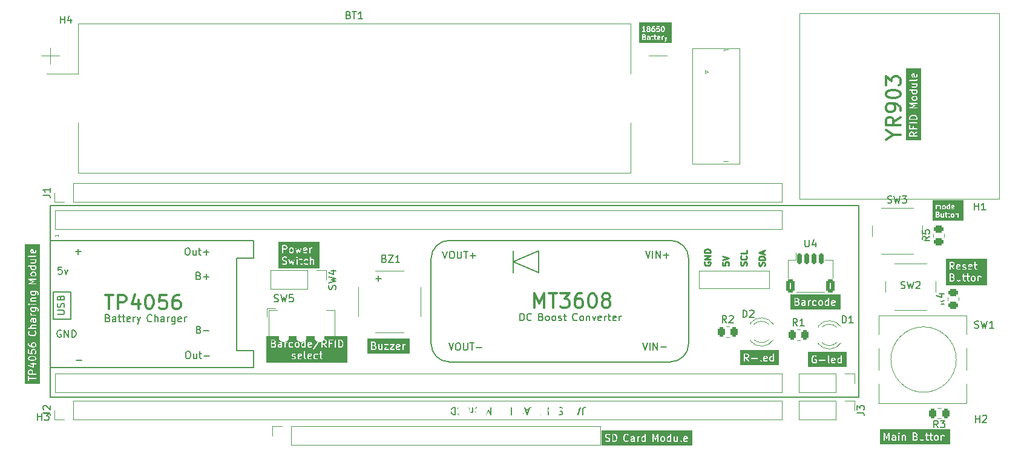
<source format=gto>
G04 #@! TF.GenerationSoftware,KiCad,Pcbnew,(7.99.0-200-gad838e3d73)*
G04 #@! TF.CreationDate,2024-03-15T16:28:31+07:00*
G04 #@! TF.ProjectId,WMS,574d532e-6b69-4636-9164-5f7063625858,rev?*
G04 #@! TF.SameCoordinates,Original*
G04 #@! TF.FileFunction,Legend,Top*
G04 #@! TF.FilePolarity,Positive*
%FSLAX46Y46*%
G04 Gerber Fmt 4.6, Leading zero omitted, Abs format (unit mm)*
G04 Created by KiCad (PCBNEW (7.99.0-200-gad838e3d73)) date 2024-03-15 16:28:31*
%MOMM*%
%LPD*%
G01*
G04 APERTURE LIST*
G04 Aperture macros list*
%AMRoundRect*
0 Rectangle with rounded corners*
0 $1 Rounding radius*
0 $2 $3 $4 $5 $6 $7 $8 $9 X,Y pos of 4 corners*
0 Add a 4 corners polygon primitive as box body*
4,1,4,$2,$3,$4,$5,$6,$7,$8,$9,$2,$3,0*
0 Add four circle primitives for the rounded corners*
1,1,$1+$1,$2,$3*
1,1,$1+$1,$4,$5*
1,1,$1+$1,$6,$7*
1,1,$1+$1,$8,$9*
0 Add four rect primitives between the rounded corners*
20,1,$1+$1,$2,$3,$4,$5,0*
20,1,$1+$1,$4,$5,$6,$7,0*
20,1,$1+$1,$6,$7,$8,$9,0*
20,1,$1+$1,$8,$9,$2,$3,0*%
G04 Aperture macros list end*
%ADD10C,0.150000*%
%ADD11C,0.300000*%
%ADD12C,0.212500*%
%ADD13C,0.100000*%
%ADD14C,0.120000*%
%ADD15C,0.200000*%
%ADD16R,5.000000X3.500000*%
%ADD17C,2.000000*%
%ADD18R,1.400000X1.400000*%
%ADD19C,1.400000*%
%ADD20RoundRect,0.250000X-0.262500X-0.450000X0.262500X-0.450000X0.262500X0.450000X-0.262500X0.450000X0*%
%ADD21R,2.000000X2.000000*%
%ADD22RoundRect,0.250000X0.262500X0.450000X-0.262500X0.450000X-0.262500X-0.450000X0.262500X-0.450000X0*%
%ADD23C,2.390000*%
%ADD24C,3.450000*%
%ADD25R,7.340000X6.350000*%
%ADD26C,2.200000*%
%ADD27R,1.700000X1.700000*%
%ADD28O,1.700000X1.700000*%
%ADD29R,1.100000X0.300000*%
%ADD30R,3.100000X2.300000*%
%ADD31O,1.600000X2.000000*%
%ADD32RoundRect,0.150000X-0.150000X-0.625000X0.150000X-0.625000X0.150000X0.625000X-0.150000X0.625000X0*%
%ADD33RoundRect,0.250000X-0.350000X-0.650000X0.350000X-0.650000X0.350000X0.650000X-0.350000X0.650000X0*%
%ADD34RoundRect,0.250000X0.450000X-0.262500X0.450000X0.262500X-0.450000X0.262500X-0.450000X-0.262500X0*%
%ADD35C,1.700000*%
%ADD36R,1.800000X1.800000*%
%ADD37C,1.800000*%
%ADD38O,3.048000X1.850000*%
%ADD39R,2.800000X2.800000*%
G04 APERTURE END LIST*
D10*
G36*
X158441364Y-56163034D02*
G01*
X158449906Y-56180119D01*
X158272266Y-56215648D01*
X158272266Y-56191505D01*
X158286500Y-56163034D01*
X158314971Y-56148800D01*
X158412894Y-56148800D01*
X158441364Y-56163034D01*
G37*
G36*
X157022266Y-56460780D02*
G01*
X157012895Y-56465466D01*
X156881638Y-56465466D01*
X156853167Y-56451230D01*
X156838933Y-56422762D01*
X156838933Y-56391505D01*
X156853167Y-56363034D01*
X156881638Y-56348800D01*
X157022266Y-56348800D01*
X157022266Y-56460780D01*
G37*
G36*
X156390086Y-56272685D02*
G01*
X156402293Y-56284892D01*
X156422266Y-56324838D01*
X156422266Y-56389428D01*
X156402293Y-56429373D01*
X156386173Y-56445494D01*
X156346229Y-56465466D01*
X156172266Y-56465466D01*
X156172266Y-56248800D01*
X156318430Y-56248800D01*
X156390086Y-56272685D01*
G37*
G36*
X156352838Y-55935438D02*
G01*
X156368960Y-55951560D01*
X156388933Y-55991505D01*
X156388933Y-56022761D01*
X156368961Y-56062705D01*
X156352838Y-56078827D01*
X156314178Y-56098157D01*
X156311303Y-56098054D01*
X156310044Y-56098800D01*
X156172266Y-56098800D01*
X156172266Y-55915466D01*
X156312895Y-55915466D01*
X156352838Y-55935438D01*
G37*
G36*
X158986174Y-54801439D02*
G01*
X159002296Y-54817561D01*
X159026503Y-54865975D01*
X159055601Y-54982367D01*
X159055601Y-55130566D01*
X159026503Y-55246957D01*
X159002294Y-55295373D01*
X158986174Y-55311494D01*
X158946230Y-55331466D01*
X158914973Y-55331466D01*
X158875027Y-55311493D01*
X158858906Y-55295372D01*
X158834698Y-55246956D01*
X158805601Y-55130566D01*
X158805601Y-54982368D01*
X158834698Y-54865975D01*
X158858907Y-54817559D01*
X158875029Y-54801438D01*
X158914973Y-54781466D01*
X158946229Y-54781466D01*
X158986174Y-54801439D01*
G37*
G36*
X157686173Y-55068105D02*
G01*
X157702294Y-55084226D01*
X157722267Y-55124171D01*
X157722267Y-55255428D01*
X157702295Y-55295372D01*
X157686174Y-55311493D01*
X157646229Y-55331466D01*
X157548304Y-55331466D01*
X157508361Y-55311494D01*
X157492238Y-55295371D01*
X157472267Y-55255429D01*
X157472267Y-55124172D01*
X157492239Y-55084226D01*
X157508360Y-55068105D01*
X157548305Y-55048133D01*
X157646228Y-55048133D01*
X157686173Y-55068105D01*
G37*
G36*
X157019505Y-55101438D02*
G01*
X157035627Y-55117560D01*
X157055600Y-55157505D01*
X157055600Y-55255428D01*
X157035628Y-55295372D01*
X157019507Y-55311493D01*
X156979562Y-55331466D01*
X156881637Y-55331466D01*
X156841694Y-55311494D01*
X156825571Y-55295371D01*
X156805600Y-55255429D01*
X156805600Y-55157505D01*
X156825572Y-55117560D01*
X156841694Y-55101438D01*
X156881639Y-55081466D01*
X156979562Y-55081466D01*
X157019505Y-55101438D01*
G37*
G36*
X157019505Y-54801438D02*
G01*
X157035627Y-54817560D01*
X157055080Y-54856466D01*
X157035628Y-54895372D01*
X157019507Y-54911493D01*
X156979562Y-54931466D01*
X156881637Y-54931466D01*
X156841694Y-54911494D01*
X156825571Y-54895371D01*
X156806119Y-54856467D01*
X156825572Y-54817560D01*
X156841694Y-54801438D01*
X156881639Y-54781466D01*
X156979562Y-54781466D01*
X157019505Y-54801438D01*
G37*
G36*
X160190599Y-57017800D02*
G01*
X155605600Y-57017800D01*
X155605600Y-56776556D01*
X159119149Y-56776556D01*
X159133040Y-56818351D01*
X159167321Y-56846003D01*
X159211111Y-56850730D01*
X159289063Y-56811752D01*
X159301392Y-56809071D01*
X159316014Y-56794449D01*
X159331138Y-56780381D01*
X159331500Y-56778964D01*
X159345880Y-56764584D01*
X159358723Y-56755434D01*
X159365237Y-56739148D01*
X159373646Y-56723749D01*
X159373304Y-56718978D01*
X159425952Y-56587357D01*
X159427156Y-56586430D01*
X159428705Y-56582092D01*
X159432007Y-56578882D01*
X159435694Y-56563002D01*
X159437572Y-56558309D01*
X159437707Y-56556886D01*
X159604856Y-56088872D01*
X159606739Y-56056119D01*
X159585093Y-56017762D01*
X159546145Y-55997196D01*
X159502262Y-56000951D01*
X159467375Y-56027836D01*
X159363932Y-56317474D01*
X159264270Y-56038421D01*
X159244979Y-56011886D01*
X159203931Y-55995919D01*
X159160768Y-56004679D01*
X159129191Y-56035384D01*
X159119229Y-56078286D01*
X159283755Y-56538963D01*
X159233348Y-56664984D01*
X159219504Y-56678827D01*
X159154081Y-56711540D01*
X159130060Y-56733885D01*
X159119149Y-56776556D01*
X155605600Y-56776556D01*
X155605600Y-56551590D01*
X156019896Y-56551590D01*
X156026815Y-56566742D01*
X156031509Y-56582726D01*
X156035821Y-56586462D01*
X156038192Y-56591654D01*
X156052208Y-56600661D01*
X156064795Y-56611568D01*
X156070441Y-56612379D01*
X156075244Y-56615466D01*
X156091906Y-56615466D01*
X156108390Y-56617836D01*
X156113580Y-56615466D01*
X156359896Y-56615466D01*
X156377776Y-56617397D01*
X156391488Y-56610540D01*
X156406193Y-56606223D01*
X156410832Y-56600869D01*
X156455729Y-56578420D01*
X156468061Y-56575738D01*
X156482680Y-56561118D01*
X156497806Y-56547049D01*
X156498168Y-56545630D01*
X156510316Y-56533482D01*
X156521167Y-56527038D01*
X156530415Y-56508540D01*
X156540313Y-56490415D01*
X156540208Y-56488954D01*
X156562543Y-56444283D01*
X156572266Y-56429155D01*
X156572266Y-56413824D01*
X156574980Y-56398741D01*
X156572266Y-56392197D01*
X156572266Y-56382192D01*
X156686219Y-56382192D01*
X156688933Y-56388735D01*
X156688933Y-56436429D01*
X156687002Y-56454309D01*
X156693858Y-56468021D01*
X156698176Y-56482726D01*
X156703529Y-56487365D01*
X156721639Y-56523585D01*
X156721537Y-56526499D01*
X156731397Y-56543101D01*
X156735006Y-56550318D01*
X156736881Y-56552333D01*
X156744028Y-56564367D01*
X156751592Y-56568148D01*
X156757350Y-56574339D01*
X156770904Y-56577804D01*
X156826782Y-56605743D01*
X156841911Y-56615466D01*
X156857242Y-56615466D01*
X156872325Y-56618180D01*
X156878869Y-56615466D01*
X157026560Y-56615466D01*
X157044444Y-56617397D01*
X157058157Y-56610540D01*
X157062229Y-56609344D01*
X157064795Y-56611568D01*
X157108390Y-56617836D01*
X157148454Y-56599540D01*
X157172266Y-56562488D01*
X157172266Y-56516568D01*
X157175383Y-56504378D01*
X157172266Y-56494999D01*
X157172266Y-56249900D01*
X157175383Y-56237710D01*
X157172266Y-56228332D01*
X157172266Y-56177841D01*
X157174197Y-56159957D01*
X157167340Y-56146244D01*
X157163023Y-56131540D01*
X157157668Y-56126900D01*
X157139559Y-56090681D01*
X157139662Y-56087767D01*
X157137973Y-56084924D01*
X157253229Y-56084924D01*
X157271525Y-56124988D01*
X157308577Y-56148800D01*
X157355599Y-56148800D01*
X157355599Y-56436431D01*
X157353669Y-56454310D01*
X157360523Y-56468019D01*
X157364842Y-56482726D01*
X157370197Y-56487366D01*
X157388306Y-56523585D01*
X157388204Y-56526498D01*
X157398062Y-56543097D01*
X157401673Y-56550318D01*
X157403548Y-56552334D01*
X157410695Y-56564367D01*
X157418260Y-56568149D01*
X157424018Y-56574339D01*
X157437569Y-56577804D01*
X157493447Y-56605742D01*
X157508577Y-56615466D01*
X157523907Y-56615466D01*
X157538990Y-56618180D01*
X157545534Y-56615466D01*
X157608048Y-56615466D01*
X157639526Y-56606223D01*
X157668368Y-56572937D01*
X157674636Y-56529342D01*
X157656340Y-56489278D01*
X157619288Y-56465466D01*
X157548303Y-56465466D01*
X157519834Y-56451231D01*
X157505599Y-56422761D01*
X157505599Y-56148800D01*
X157608048Y-56148800D01*
X157639526Y-56139557D01*
X157664837Y-56110344D01*
X157671525Y-56124988D01*
X157708577Y-56148800D01*
X157755599Y-56148800D01*
X157755599Y-56436431D01*
X157753669Y-56454310D01*
X157760523Y-56468019D01*
X157764842Y-56482726D01*
X157770197Y-56487366D01*
X157788306Y-56523585D01*
X157788204Y-56526498D01*
X157798062Y-56543097D01*
X157801673Y-56550318D01*
X157803548Y-56552334D01*
X157810695Y-56564367D01*
X157818260Y-56568149D01*
X157824018Y-56574339D01*
X157837569Y-56577804D01*
X157893447Y-56605742D01*
X157908577Y-56615466D01*
X157923907Y-56615466D01*
X157938990Y-56618180D01*
X157945534Y-56615466D01*
X158008048Y-56615466D01*
X158039526Y-56606223D01*
X158068368Y-56572937D01*
X158074636Y-56529342D01*
X158056340Y-56489278D01*
X158019288Y-56465466D01*
X157948303Y-56465466D01*
X157919834Y-56451231D01*
X157905599Y-56422761D01*
X157905599Y-56182192D01*
X158119552Y-56182192D01*
X158122266Y-56188735D01*
X158122266Y-56287320D01*
X158121177Y-56289237D01*
X158122266Y-56309167D01*
X158122266Y-56436429D01*
X158120335Y-56454309D01*
X158127191Y-56468021D01*
X158131509Y-56482726D01*
X158136862Y-56487365D01*
X158154972Y-56523585D01*
X158154870Y-56526499D01*
X158164730Y-56543101D01*
X158168339Y-56550318D01*
X158170214Y-56552333D01*
X158177361Y-56564367D01*
X158184925Y-56568148D01*
X158190683Y-56574339D01*
X158204237Y-56577804D01*
X158260115Y-56605743D01*
X158275244Y-56615466D01*
X158290575Y-56615466D01*
X158305658Y-56618180D01*
X158312202Y-56615466D01*
X158426562Y-56615466D01*
X158444442Y-56617397D01*
X158458154Y-56610540D01*
X158472859Y-56606223D01*
X158477498Y-56600869D01*
X158540451Y-56569393D01*
X158564472Y-56547049D01*
X158575383Y-56504379D01*
X158561494Y-56462583D01*
X158527212Y-56434930D01*
X158483423Y-56430202D01*
X158412895Y-56465466D01*
X158314971Y-56465466D01*
X158286500Y-56451230D01*
X158272266Y-56422762D01*
X158272266Y-56368618D01*
X158532677Y-56316535D01*
X158541723Y-56317836D01*
X158553838Y-56312303D01*
X158555880Y-56311895D01*
X158563613Y-56307839D01*
X158581787Y-56299540D01*
X158582980Y-56297682D01*
X158584934Y-56296658D01*
X158594791Y-56279304D01*
X158605599Y-56262488D01*
X158605599Y-56260279D01*
X158606688Y-56258362D01*
X158605599Y-56238432D01*
X158605599Y-56215524D01*
X158752885Y-56215524D01*
X158755599Y-56222068D01*
X158755599Y-56551248D01*
X158764842Y-56582726D01*
X158798128Y-56611568D01*
X158841723Y-56617836D01*
X158881787Y-56599540D01*
X158905599Y-56562488D01*
X158905599Y-56224838D01*
X158925572Y-56184892D01*
X158941692Y-56168772D01*
X158981638Y-56148800D01*
X159041381Y-56148800D01*
X159072859Y-56139557D01*
X159101701Y-56106271D01*
X159107969Y-56062676D01*
X159089673Y-56022612D01*
X159052621Y-55998800D01*
X158967974Y-55998800D01*
X158950090Y-55996869D01*
X158936377Y-56003725D01*
X158921673Y-56008043D01*
X158917033Y-56013397D01*
X158890645Y-56026591D01*
X158863070Y-56002698D01*
X158819475Y-55996430D01*
X158779411Y-56014726D01*
X158755599Y-56051778D01*
X158755599Y-56200441D01*
X158752885Y-56215524D01*
X158605599Y-56215524D01*
X158605599Y-56177841D01*
X158607530Y-56159957D01*
X158600673Y-56146244D01*
X158596356Y-56131540D01*
X158591001Y-56126900D01*
X158572892Y-56090681D01*
X158572995Y-56087767D01*
X158563131Y-56071159D01*
X158559526Y-56063949D01*
X158557652Y-56061934D01*
X158550504Y-56049899D01*
X158542939Y-56046116D01*
X158537182Y-56039927D01*
X158523627Y-56036461D01*
X158467749Y-56008522D01*
X158452621Y-55998800D01*
X158437290Y-55998800D01*
X158422207Y-55996086D01*
X158415664Y-55998800D01*
X158301307Y-55998800D01*
X158283423Y-55996869D01*
X158269710Y-56003725D01*
X158255006Y-56008043D01*
X158250366Y-56013397D01*
X158214147Y-56031506D01*
X158211233Y-56031404D01*
X158194625Y-56041267D01*
X158187415Y-56044873D01*
X158185400Y-56046746D01*
X158173365Y-56053895D01*
X158169582Y-56061459D01*
X158163393Y-56067217D01*
X158159927Y-56080771D01*
X158131988Y-56136649D01*
X158122266Y-56151778D01*
X158122266Y-56167109D01*
X158119552Y-56182192D01*
X157905599Y-56182192D01*
X157905599Y-56148800D01*
X158008048Y-56148800D01*
X158039526Y-56139557D01*
X158068368Y-56106271D01*
X158074636Y-56062676D01*
X158056340Y-56022612D01*
X158019288Y-55998800D01*
X157905599Y-55998800D01*
X157905599Y-55829684D01*
X157896356Y-55798206D01*
X157863070Y-55769364D01*
X157819475Y-55763096D01*
X157779411Y-55781392D01*
X157755599Y-55818444D01*
X157755599Y-55998800D01*
X157719817Y-55998800D01*
X157688339Y-56008043D01*
X157663027Y-56037255D01*
X157656340Y-56022612D01*
X157619288Y-55998800D01*
X157505599Y-55998800D01*
X157505599Y-55829684D01*
X157496356Y-55798206D01*
X157463070Y-55769364D01*
X157419475Y-55763096D01*
X157379411Y-55781392D01*
X157355599Y-55818444D01*
X157355599Y-55998800D01*
X157319817Y-55998800D01*
X157288339Y-56008043D01*
X157259497Y-56041329D01*
X157253229Y-56084924D01*
X157137973Y-56084924D01*
X157129798Y-56071159D01*
X157126193Y-56063949D01*
X157124319Y-56061934D01*
X157117171Y-56049899D01*
X157109606Y-56046116D01*
X157103849Y-56039927D01*
X157090294Y-56036461D01*
X157034416Y-56008522D01*
X157019288Y-55998800D01*
X157003957Y-55998800D01*
X156988874Y-55996086D01*
X156982331Y-55998800D01*
X156867974Y-55998800D01*
X156850090Y-55996869D01*
X156836377Y-56003725D01*
X156821673Y-56008043D01*
X156817033Y-56013397D01*
X156754082Y-56044873D01*
X156730060Y-56067217D01*
X156719149Y-56109887D01*
X156733039Y-56151683D01*
X156767320Y-56179335D01*
X156811109Y-56184064D01*
X156881638Y-56148800D01*
X156979561Y-56148800D01*
X157008031Y-56163034D01*
X157022266Y-56191505D01*
X157022266Y-56194114D01*
X157012894Y-56198800D01*
X156867974Y-56198800D01*
X156850090Y-56196869D01*
X156836377Y-56203725D01*
X156821673Y-56208043D01*
X156817033Y-56213397D01*
X156780814Y-56231506D01*
X156777900Y-56231404D01*
X156761292Y-56241267D01*
X156754082Y-56244873D01*
X156752067Y-56246746D01*
X156740032Y-56253895D01*
X156736249Y-56261459D01*
X156730060Y-56267217D01*
X156726594Y-56280771D01*
X156698655Y-56336649D01*
X156688933Y-56351778D01*
X156688933Y-56367109D01*
X156686219Y-56382192D01*
X156572266Y-56382192D01*
X156572266Y-56311174D01*
X156574197Y-56293290D01*
X156567340Y-56279577D01*
X156563023Y-56264873D01*
X156557668Y-56260233D01*
X156535220Y-56215337D01*
X156532538Y-56203005D01*
X156517910Y-56188377D01*
X156503849Y-56173260D01*
X156502430Y-56172897D01*
X156488523Y-56158990D01*
X156497076Y-56141885D01*
X156506980Y-56123749D01*
X156506875Y-56122287D01*
X156529210Y-56077616D01*
X156538933Y-56062488D01*
X156538933Y-56047157D01*
X156541647Y-56032074D01*
X156538933Y-56025530D01*
X156538933Y-55977841D01*
X156540864Y-55959957D01*
X156534007Y-55946244D01*
X156529690Y-55931540D01*
X156524335Y-55926900D01*
X156501888Y-55882005D01*
X156499205Y-55869671D01*
X156484571Y-55855037D01*
X156470516Y-55839927D01*
X156469097Y-55839564D01*
X156456947Y-55827415D01*
X156450505Y-55816567D01*
X156432008Y-55807318D01*
X156413880Y-55797420D01*
X156412420Y-55797524D01*
X156367749Y-55775188D01*
X156352622Y-55765466D01*
X156337293Y-55765466D01*
X156322210Y-55762752D01*
X156315666Y-55765466D01*
X156102626Y-55765466D01*
X156086142Y-55763096D01*
X156070989Y-55770015D01*
X156055006Y-55774709D01*
X156051269Y-55779021D01*
X156046078Y-55781392D01*
X156037070Y-55795408D01*
X156026164Y-55807995D01*
X156025352Y-55813641D01*
X156022266Y-55818444D01*
X156022266Y-55835106D01*
X156019896Y-55851590D01*
X156022266Y-55856780D01*
X156022266Y-56168440D01*
X156019896Y-56184924D01*
X156022266Y-56190114D01*
X156022266Y-56535106D01*
X156019896Y-56551590D01*
X155605600Y-56551590D01*
X155605600Y-54909220D01*
X155985816Y-54909220D01*
X155999706Y-54951016D01*
X156033987Y-54978668D01*
X156077776Y-54983397D01*
X156155729Y-54944420D01*
X156168062Y-54941738D01*
X156182689Y-54927109D01*
X156188933Y-54921303D01*
X156188933Y-55331466D01*
X156053151Y-55331466D01*
X156021673Y-55340709D01*
X155992831Y-55373995D01*
X155986563Y-55417590D01*
X156004859Y-55457654D01*
X156041911Y-55481466D01*
X156258573Y-55481466D01*
X156275057Y-55483836D01*
X156280247Y-55481466D01*
X156474715Y-55481466D01*
X156506193Y-55472223D01*
X156535035Y-55438937D01*
X156541303Y-55395342D01*
X156523007Y-55355278D01*
X156485955Y-55331466D01*
X156338933Y-55331466D01*
X156338933Y-55148192D01*
X156652886Y-55148192D01*
X156655600Y-55154735D01*
X156655600Y-55269096D01*
X156653669Y-55286976D01*
X156660525Y-55300688D01*
X156664843Y-55315393D01*
X156670196Y-55320032D01*
X156692646Y-55364931D01*
X156695329Y-55377262D01*
X156709943Y-55391876D01*
X156724017Y-55407006D01*
X156725436Y-55407368D01*
X156737585Y-55419517D01*
X156744029Y-55430367D01*
X156762526Y-55439615D01*
X156780653Y-55449513D01*
X156782112Y-55449408D01*
X156826781Y-55471742D01*
X156841911Y-55481466D01*
X156857241Y-55481466D01*
X156872324Y-55484180D01*
X156878868Y-55481466D01*
X156993227Y-55481466D01*
X157011111Y-55483397D01*
X157024824Y-55476540D01*
X157039527Y-55472223D01*
X157044165Y-55466869D01*
X157089064Y-55444419D01*
X157101393Y-55441738D01*
X157116009Y-55427121D01*
X157131139Y-55413049D01*
X157131501Y-55411631D01*
X157143651Y-55399482D01*
X157154501Y-55393038D01*
X157163743Y-55374552D01*
X157173647Y-55356416D01*
X157173542Y-55354954D01*
X157195877Y-55310283D01*
X157205600Y-55295155D01*
X157205600Y-55279824D01*
X157208314Y-55264741D01*
X157205600Y-55258197D01*
X157205600Y-55143841D01*
X157207531Y-55125957D01*
X157201981Y-55114857D01*
X157319553Y-55114857D01*
X157322267Y-55121401D01*
X157322267Y-55269096D01*
X157320336Y-55286976D01*
X157327192Y-55300688D01*
X157331510Y-55315393D01*
X157336863Y-55320032D01*
X157359313Y-55364931D01*
X157361996Y-55377262D01*
X157376610Y-55391876D01*
X157390684Y-55407006D01*
X157392103Y-55407368D01*
X157404252Y-55419517D01*
X157410696Y-55430367D01*
X157429193Y-55439615D01*
X157447320Y-55449513D01*
X157448779Y-55449408D01*
X157493448Y-55471742D01*
X157508578Y-55481466D01*
X157523908Y-55481466D01*
X157538991Y-55484180D01*
X157545535Y-55481466D01*
X157659894Y-55481466D01*
X157677778Y-55483397D01*
X157691491Y-55476540D01*
X157706194Y-55472223D01*
X157710832Y-55466869D01*
X157755731Y-55444419D01*
X157768060Y-55441738D01*
X157782676Y-55427121D01*
X157797806Y-55413049D01*
X157798168Y-55411631D01*
X157810318Y-55399482D01*
X157821168Y-55393038D01*
X157830410Y-55374552D01*
X157840314Y-55356416D01*
X157840209Y-55354954D01*
X157850574Y-55334224D01*
X157985967Y-55334224D01*
X157995329Y-55377261D01*
X158037584Y-55419516D01*
X158044029Y-55430367D01*
X158062526Y-55439615D01*
X158080652Y-55449513D01*
X158082112Y-55449408D01*
X158126783Y-55471743D01*
X158141912Y-55481466D01*
X158157243Y-55481466D01*
X158172326Y-55484180D01*
X158178870Y-55481466D01*
X158326561Y-55481466D01*
X158344445Y-55483397D01*
X158358158Y-55476540D01*
X158372861Y-55472223D01*
X158377499Y-55466869D01*
X158422398Y-55444419D01*
X158434727Y-55441738D01*
X158449343Y-55427121D01*
X158464473Y-55413049D01*
X158464835Y-55411631D01*
X158476985Y-55399482D01*
X158487835Y-55393038D01*
X158497077Y-55374552D01*
X158506981Y-55356416D01*
X158506876Y-55354954D01*
X158529211Y-55310283D01*
X158538934Y-55295155D01*
X158538934Y-55279824D01*
X158541648Y-55264741D01*
X158538934Y-55258197D01*
X158538934Y-55136626D01*
X158652499Y-55136626D01*
X158655601Y-55149034D01*
X158655601Y-55150582D01*
X158658205Y-55159450D01*
X158687933Y-55278365D01*
X158687004Y-55286977D01*
X158693169Y-55299307D01*
X158693788Y-55301783D01*
X158697975Y-55308920D01*
X158725980Y-55364930D01*
X158728663Y-55377261D01*
X158743287Y-55391885D01*
X158757353Y-55407006D01*
X158758770Y-55407368D01*
X158770918Y-55419516D01*
X158777363Y-55430367D01*
X158795860Y-55439615D01*
X158813986Y-55449513D01*
X158815446Y-55449408D01*
X158860117Y-55471743D01*
X158875246Y-55481466D01*
X158890577Y-55481466D01*
X158905660Y-55484180D01*
X158912204Y-55481466D01*
X158959897Y-55481466D01*
X158977777Y-55483397D01*
X158991489Y-55476540D01*
X159006194Y-55472223D01*
X159010833Y-55466869D01*
X159055730Y-55444420D01*
X159068062Y-55441738D01*
X159082681Y-55427118D01*
X159097807Y-55413049D01*
X159098169Y-55411630D01*
X159110319Y-55399480D01*
X159121167Y-55393038D01*
X159130410Y-55374551D01*
X159140314Y-55356415D01*
X159140209Y-55354954D01*
X159158375Y-55318623D01*
X159164688Y-55312688D01*
X159168032Y-55299310D01*
X159169172Y-55297031D01*
X159170635Y-55288897D01*
X159200368Y-55169963D01*
X159205601Y-55161822D01*
X159205601Y-55149034D01*
X159205977Y-55147530D01*
X159205601Y-55138284D01*
X159205601Y-54985476D01*
X159208703Y-54976307D01*
X159205601Y-54963899D01*
X159205601Y-54962351D01*
X159202996Y-54953482D01*
X159173268Y-54834567D01*
X159174198Y-54825955D01*
X159168032Y-54813624D01*
X159167414Y-54811150D01*
X159163228Y-54804015D01*
X159135221Y-54748002D01*
X159132539Y-54735672D01*
X159117914Y-54721047D01*
X159103849Y-54705927D01*
X159102431Y-54705564D01*
X159090281Y-54693414D01*
X159083839Y-54682567D01*
X159065352Y-54673323D01*
X159047216Y-54663420D01*
X159045755Y-54663524D01*
X159001083Y-54641188D01*
X158985956Y-54631466D01*
X158970626Y-54631466D01*
X158955543Y-54628752D01*
X158948999Y-54631466D01*
X158901302Y-54631466D01*
X158883423Y-54629536D01*
X158869712Y-54636391D01*
X158855008Y-54640709D01*
X158850368Y-54646063D01*
X158805470Y-54668512D01*
X158793140Y-54671195D01*
X158778515Y-54685819D01*
X158763395Y-54699885D01*
X158763032Y-54701302D01*
X158750882Y-54713452D01*
X158740035Y-54719895D01*
X158730791Y-54738381D01*
X158720888Y-54756518D01*
X158720992Y-54757978D01*
X158702825Y-54794311D01*
X158696514Y-54800246D01*
X158693170Y-54813622D01*
X158692030Y-54815902D01*
X158690566Y-54824038D01*
X158660833Y-54942969D01*
X158655601Y-54951111D01*
X158655601Y-54963899D01*
X158655225Y-54965403D01*
X158655601Y-54974649D01*
X158655601Y-55127457D01*
X158652499Y-55136626D01*
X158538934Y-55136626D01*
X158538934Y-55110507D01*
X158540865Y-55092622D01*
X158534008Y-55078908D01*
X158529691Y-55064206D01*
X158524337Y-55059567D01*
X158501888Y-55014669D01*
X158499206Y-55002339D01*
X158484586Y-54987719D01*
X158470517Y-54972594D01*
X158469098Y-54972231D01*
X158456947Y-54960080D01*
X158450505Y-54949233D01*
X158432022Y-54939991D01*
X158413882Y-54930086D01*
X158412420Y-54930190D01*
X158367753Y-54907856D01*
X158352623Y-54898133D01*
X158337293Y-54898133D01*
X158322210Y-54895419D01*
X158315666Y-54898133D01*
X158167975Y-54898133D01*
X158153629Y-54896584D01*
X158165142Y-54781466D01*
X158441383Y-54781466D01*
X158472861Y-54772223D01*
X158501703Y-54738937D01*
X158507971Y-54695342D01*
X158489675Y-54655278D01*
X158452623Y-54631466D01*
X158106399Y-54631466D01*
X158093897Y-54628374D01*
X158074597Y-54634956D01*
X158055007Y-54640709D01*
X158053863Y-54642028D01*
X158052211Y-54642592D01*
X158039519Y-54658583D01*
X158026165Y-54673995D01*
X158025916Y-54675721D01*
X158024830Y-54677091D01*
X158022799Y-54697404D01*
X158019897Y-54717590D01*
X158020621Y-54719176D01*
X157990818Y-55017206D01*
X157987554Y-55023186D01*
X157988666Y-55038732D01*
X157988233Y-55043066D01*
X157989432Y-55049442D01*
X157990697Y-55067117D01*
X157993448Y-55070792D01*
X157994298Y-55075307D01*
X158006473Y-55088190D01*
X158017092Y-55102375D01*
X158021394Y-55103979D01*
X158024549Y-55107318D01*
X158041753Y-55111573D01*
X158058359Y-55117767D01*
X158062846Y-55116790D01*
X158067304Y-55117893D01*
X158084076Y-55112172D01*
X158101396Y-55108404D01*
X158104643Y-55105156D01*
X158108990Y-55103674D01*
X158120008Y-55089791D01*
X158141694Y-55068105D01*
X158181639Y-55048133D01*
X158312895Y-55048133D01*
X158352840Y-55068105D01*
X158368961Y-55084226D01*
X158388934Y-55124171D01*
X158388934Y-55255428D01*
X158368962Y-55295372D01*
X158352841Y-55311493D01*
X158312896Y-55331466D01*
X158181639Y-55331466D01*
X158141693Y-55311493D01*
X158109343Y-55279143D01*
X158080549Y-55263420D01*
X158036618Y-55266563D01*
X158001359Y-55292957D01*
X157985967Y-55334224D01*
X157850574Y-55334224D01*
X157862544Y-55310283D01*
X157872267Y-55295155D01*
X157872267Y-55279824D01*
X157874981Y-55264741D01*
X157872267Y-55258197D01*
X157872267Y-55110507D01*
X157874198Y-55092622D01*
X157867341Y-55078908D01*
X157863024Y-55064206D01*
X157857670Y-55059567D01*
X157835221Y-55014669D01*
X157832539Y-55002339D01*
X157817919Y-54987719D01*
X157803850Y-54972594D01*
X157802431Y-54972231D01*
X157790280Y-54960080D01*
X157783838Y-54949233D01*
X157765355Y-54939991D01*
X157747215Y-54930086D01*
X157745753Y-54930190D01*
X157701086Y-54907856D01*
X157685956Y-54898133D01*
X157670626Y-54898133D01*
X157655543Y-54895419D01*
X157648999Y-54898133D01*
X157534641Y-54898133D01*
X157516756Y-54896202D01*
X157503042Y-54903058D01*
X157500239Y-54903881D01*
X157555550Y-54820915D01*
X157575028Y-54801438D01*
X157614972Y-54781466D01*
X157741382Y-54781466D01*
X157772860Y-54772223D01*
X157801702Y-54738937D01*
X157807970Y-54695342D01*
X157789674Y-54655278D01*
X157752622Y-54631466D01*
X157601301Y-54631466D01*
X157583422Y-54629536D01*
X157569711Y-54636391D01*
X157555007Y-54640709D01*
X157550367Y-54646063D01*
X157505469Y-54668512D01*
X157493139Y-54671195D01*
X157478514Y-54685819D01*
X157463394Y-54699885D01*
X157463031Y-54701302D01*
X157454262Y-54710071D01*
X157447079Y-54713207D01*
X157438982Y-54725351D01*
X157436610Y-54727724D01*
X157433029Y-54734281D01*
X157372963Y-54824380D01*
X157363180Y-54833579D01*
X157358358Y-54852866D01*
X157352445Y-54871820D01*
X157353060Y-54874055D01*
X157327499Y-54976302D01*
X157322267Y-54984444D01*
X157322267Y-54997232D01*
X157321891Y-54998736D01*
X157322267Y-55007982D01*
X157322267Y-55099774D01*
X157319553Y-55114857D01*
X157201981Y-55114857D01*
X157200674Y-55112244D01*
X157196357Y-55097540D01*
X157191002Y-55092900D01*
X157168555Y-55048005D01*
X157165872Y-55035671D01*
X157151238Y-55021037D01*
X157137194Y-55005938D01*
X157143651Y-54999482D01*
X157154501Y-54993038D01*
X157163743Y-54974552D01*
X157173647Y-54956416D01*
X157173542Y-54954954D01*
X157195877Y-54910283D01*
X157205600Y-54895155D01*
X157205600Y-54879824D01*
X157208314Y-54864741D01*
X157205600Y-54858197D01*
X157205600Y-54843841D01*
X157207531Y-54825957D01*
X157200674Y-54812244D01*
X157196357Y-54797540D01*
X157191002Y-54792900D01*
X157168555Y-54748005D01*
X157165872Y-54735671D01*
X157151238Y-54721037D01*
X157137183Y-54705927D01*
X157135764Y-54705564D01*
X157123614Y-54693415D01*
X157117172Y-54682567D01*
X157098675Y-54673318D01*
X157080547Y-54663420D01*
X157079087Y-54663524D01*
X157034416Y-54641188D01*
X157019289Y-54631466D01*
X157003960Y-54631466D01*
X156988877Y-54628752D01*
X156982333Y-54631466D01*
X156867967Y-54631466D01*
X156850088Y-54629536D01*
X156836378Y-54636391D01*
X156821673Y-54640709D01*
X156817033Y-54646063D01*
X156772137Y-54668512D01*
X156759807Y-54671194D01*
X156745177Y-54685822D01*
X156730061Y-54699885D01*
X156729698Y-54701301D01*
X156717550Y-54713450D01*
X156706699Y-54719895D01*
X156697445Y-54738402D01*
X156687554Y-54756517D01*
X156687658Y-54757977D01*
X156665322Y-54802649D01*
X156655600Y-54817778D01*
X156655600Y-54833109D01*
X156652886Y-54848192D01*
X156655600Y-54854735D01*
X156655600Y-54869096D01*
X156653669Y-54886976D01*
X156660525Y-54900688D01*
X156664843Y-54915393D01*
X156670196Y-54920032D01*
X156692646Y-54964931D01*
X156695329Y-54977262D01*
X156709943Y-54991876D01*
X156724006Y-55006994D01*
X156717550Y-55013450D01*
X156706699Y-55019895D01*
X156697445Y-55038402D01*
X156687554Y-55056517D01*
X156687658Y-55057977D01*
X156665322Y-55102649D01*
X156655600Y-55117778D01*
X156655600Y-55133109D01*
X156652886Y-55148192D01*
X156338933Y-55148192D01*
X156338933Y-54717892D01*
X156342088Y-54707779D01*
X156338933Y-54696326D01*
X156338933Y-54695684D01*
X156336072Y-54685942D01*
X156330391Y-54665318D01*
X156329882Y-54664862D01*
X156329690Y-54664206D01*
X156313499Y-54650176D01*
X156297594Y-54635920D01*
X156296920Y-54635811D01*
X156296404Y-54635364D01*
X156275216Y-54632317D01*
X156254110Y-54628920D01*
X156253484Y-54629193D01*
X156252809Y-54629096D01*
X156233361Y-54637976D01*
X156213745Y-54646540D01*
X156213366Y-54647108D01*
X156212745Y-54647392D01*
X156201179Y-54665388D01*
X156138981Y-54758684D01*
X156086172Y-54811494D01*
X156020749Y-54844206D01*
X155996727Y-54866550D01*
X155985816Y-54909220D01*
X155605600Y-54909220D01*
X155605600Y-54158800D01*
X160190599Y-54158800D01*
X160190599Y-57017800D01*
G37*
G36*
X199524639Y-81009972D02*
G01*
X199540761Y-81026094D01*
X199560733Y-81066038D01*
X199560733Y-81230628D01*
X199540759Y-81270573D01*
X199524639Y-81286694D01*
X199484695Y-81306666D01*
X199420103Y-81306666D01*
X199380160Y-81286694D01*
X199364037Y-81270571D01*
X199344066Y-81230629D01*
X199344066Y-81066038D01*
X199364038Y-81026093D01*
X199380159Y-81009972D01*
X199420104Y-80990000D01*
X199484694Y-80990000D01*
X199524639Y-81009972D01*
G37*
G36*
X197461886Y-81113885D02*
G01*
X197474093Y-81126092D01*
X197494066Y-81166038D01*
X197494066Y-81230628D01*
X197474093Y-81270573D01*
X197457973Y-81286694D01*
X197418029Y-81306666D01*
X197244066Y-81306666D01*
X197244066Y-81090000D01*
X197390230Y-81090000D01*
X197461886Y-81113885D01*
G37*
G36*
X197424638Y-80776638D02*
G01*
X197440760Y-80792760D01*
X197460733Y-80832705D01*
X197460733Y-80863961D01*
X197440761Y-80903905D01*
X197424638Y-80920027D01*
X197385978Y-80939357D01*
X197383103Y-80939254D01*
X197381844Y-80940000D01*
X197244066Y-80940000D01*
X197244066Y-80756666D01*
X197384695Y-80756666D01*
X197424638Y-80776638D01*
G37*
G36*
X199579830Y-79870234D02*
G01*
X199588372Y-79887319D01*
X199410732Y-79922848D01*
X199410732Y-79898705D01*
X199424966Y-79870234D01*
X199453437Y-79856000D01*
X199551360Y-79856000D01*
X199579830Y-79870234D01*
G37*
G36*
X198960732Y-79860686D02*
G01*
X198960732Y-80167980D01*
X198951361Y-80172666D01*
X198853436Y-80172666D01*
X198813493Y-80152694D01*
X198797370Y-80136571D01*
X198777399Y-80096629D01*
X198777399Y-79932038D01*
X198797371Y-79892093D01*
X198813492Y-79875972D01*
X198853437Y-79856000D01*
X198951360Y-79856000D01*
X198960732Y-79860686D01*
G37*
G36*
X198324639Y-79875972D02*
G01*
X198340761Y-79892094D01*
X198360733Y-79932038D01*
X198360733Y-80096628D01*
X198340759Y-80136573D01*
X198324639Y-80152694D01*
X198284695Y-80172666D01*
X198220103Y-80172666D01*
X198180160Y-80152694D01*
X198164037Y-80136571D01*
X198144066Y-80096629D01*
X198144066Y-79932038D01*
X198164038Y-79892093D01*
X198180159Y-79875972D01*
X198220104Y-79856000D01*
X198284694Y-79856000D01*
X198324639Y-79875972D01*
G37*
G36*
X200962399Y-81859000D02*
G01*
X196677400Y-81859000D01*
X196677400Y-81392790D01*
X197091696Y-81392790D01*
X197098615Y-81407942D01*
X197103309Y-81423926D01*
X197107621Y-81427662D01*
X197109992Y-81432854D01*
X197124008Y-81441861D01*
X197136595Y-81452768D01*
X197142241Y-81453579D01*
X197147044Y-81456666D01*
X197163706Y-81456666D01*
X197180190Y-81459036D01*
X197185380Y-81456666D01*
X197431696Y-81456666D01*
X197449576Y-81458597D01*
X197463288Y-81451740D01*
X197477993Y-81447423D01*
X197482632Y-81442069D01*
X197527529Y-81419620D01*
X197539861Y-81416938D01*
X197554480Y-81402318D01*
X197569606Y-81388249D01*
X197569968Y-81386830D01*
X197582116Y-81374682D01*
X197592967Y-81368238D01*
X197602215Y-81349740D01*
X197612113Y-81331615D01*
X197612008Y-81330154D01*
X197629330Y-81295510D01*
X197792136Y-81295510D01*
X197798990Y-81309219D01*
X197803309Y-81323926D01*
X197808664Y-81328566D01*
X197826773Y-81364785D01*
X197826671Y-81367698D01*
X197836529Y-81384297D01*
X197840140Y-81391518D01*
X197842015Y-81393534D01*
X197849162Y-81405567D01*
X197856727Y-81409349D01*
X197862485Y-81415539D01*
X197876036Y-81419004D01*
X197931914Y-81446942D01*
X197947044Y-81456666D01*
X197962374Y-81456666D01*
X197977457Y-81459380D01*
X197984001Y-81456666D01*
X198065029Y-81456666D01*
X198082909Y-81458597D01*
X198096621Y-81451740D01*
X198111326Y-81447423D01*
X198115965Y-81442069D01*
X198121217Y-81439443D01*
X198136595Y-81452768D01*
X198180190Y-81459036D01*
X198220254Y-81440740D01*
X198244066Y-81403688D01*
X198244066Y-81334142D01*
X198245446Y-81331615D01*
X198244066Y-81312326D01*
X198244066Y-80926124D01*
X198325029Y-80926124D01*
X198343325Y-80966188D01*
X198380377Y-80990000D01*
X198427399Y-80990000D01*
X198427399Y-81277631D01*
X198425469Y-81295510D01*
X198432323Y-81309219D01*
X198436642Y-81323926D01*
X198441997Y-81328566D01*
X198460106Y-81364785D01*
X198460004Y-81367698D01*
X198469862Y-81384297D01*
X198473473Y-81391518D01*
X198475348Y-81393534D01*
X198482495Y-81405567D01*
X198490060Y-81409349D01*
X198495818Y-81415539D01*
X198509369Y-81419004D01*
X198565247Y-81446942D01*
X198580377Y-81456666D01*
X198595707Y-81456666D01*
X198610790Y-81459380D01*
X198617334Y-81456666D01*
X198679848Y-81456666D01*
X198711326Y-81447423D01*
X198740168Y-81414137D01*
X198746436Y-81370542D01*
X198728140Y-81330478D01*
X198691088Y-81306666D01*
X198620103Y-81306666D01*
X198591634Y-81292431D01*
X198577399Y-81263961D01*
X198577399Y-80990000D01*
X198679848Y-80990000D01*
X198711326Y-80980757D01*
X198736637Y-80951544D01*
X198743325Y-80966188D01*
X198780377Y-80990000D01*
X198827399Y-80990000D01*
X198827399Y-81277631D01*
X198825469Y-81295510D01*
X198832323Y-81309219D01*
X198836642Y-81323926D01*
X198841997Y-81328566D01*
X198860106Y-81364785D01*
X198860004Y-81367698D01*
X198869862Y-81384297D01*
X198873473Y-81391518D01*
X198875348Y-81393534D01*
X198882495Y-81405567D01*
X198890060Y-81409349D01*
X198895818Y-81415539D01*
X198909369Y-81419004D01*
X198965247Y-81446942D01*
X198980377Y-81456666D01*
X198995707Y-81456666D01*
X199010790Y-81459380D01*
X199017334Y-81456666D01*
X199079848Y-81456666D01*
X199111326Y-81447423D01*
X199140168Y-81414137D01*
X199146436Y-81370542D01*
X199128140Y-81330478D01*
X199091088Y-81306666D01*
X199020103Y-81306666D01*
X198991634Y-81292431D01*
X198977399Y-81263961D01*
X198977399Y-81056725D01*
X199191352Y-81056725D01*
X199194066Y-81063268D01*
X199194066Y-81244296D01*
X199192135Y-81262176D01*
X199198991Y-81275888D01*
X199203309Y-81290593D01*
X199208662Y-81295232D01*
X199231112Y-81340131D01*
X199233795Y-81352462D01*
X199248409Y-81367076D01*
X199262483Y-81382206D01*
X199263902Y-81382568D01*
X199276051Y-81394717D01*
X199282495Y-81405567D01*
X199300992Y-81414815D01*
X199319119Y-81424713D01*
X199320578Y-81424608D01*
X199365247Y-81446942D01*
X199380377Y-81456666D01*
X199395707Y-81456666D01*
X199410790Y-81459380D01*
X199417334Y-81456666D01*
X199498362Y-81456666D01*
X199516242Y-81458597D01*
X199529954Y-81451740D01*
X199544659Y-81447423D01*
X199549298Y-81442069D01*
X199594195Y-81419620D01*
X199606527Y-81416938D01*
X199621146Y-81402318D01*
X199636272Y-81388249D01*
X199636634Y-81386830D01*
X199648784Y-81374680D01*
X199659632Y-81368238D01*
X199668875Y-81349751D01*
X199678779Y-81331615D01*
X199678674Y-81330154D01*
X199701010Y-81285482D01*
X199710733Y-81270355D01*
X199710733Y-81255026D01*
X199713447Y-81239943D01*
X199710733Y-81233399D01*
X199710733Y-81052367D01*
X199712663Y-81034488D01*
X199705807Y-81020777D01*
X199701490Y-81006073D01*
X199696135Y-81001433D01*
X199677943Y-80965050D01*
X199859353Y-80965050D01*
X199860732Y-80984337D01*
X199860732Y-81392448D01*
X199869975Y-81423926D01*
X199903261Y-81452768D01*
X199946856Y-81459036D01*
X199986920Y-81440740D01*
X200010732Y-81403688D01*
X200010732Y-81012733D01*
X200013492Y-81009972D01*
X200053437Y-80990000D01*
X200118027Y-80990000D01*
X200146497Y-81004234D01*
X200160732Y-81032705D01*
X200160732Y-81392448D01*
X200169975Y-81423926D01*
X200203261Y-81452768D01*
X200246856Y-81459036D01*
X200286920Y-81440740D01*
X200310732Y-81403688D01*
X200310732Y-81019041D01*
X200312663Y-81001157D01*
X200305806Y-80987444D01*
X200301489Y-80972740D01*
X200296134Y-80968100D01*
X200278025Y-80931881D01*
X200278128Y-80928967D01*
X200268264Y-80912359D01*
X200264659Y-80905149D01*
X200262785Y-80903134D01*
X200255637Y-80891099D01*
X200248072Y-80887316D01*
X200242315Y-80881127D01*
X200228760Y-80877661D01*
X200172882Y-80849722D01*
X200157754Y-80840000D01*
X200142423Y-80840000D01*
X200127340Y-80837286D01*
X200120797Y-80840000D01*
X200039773Y-80840000D01*
X200021888Y-80838069D01*
X200008174Y-80844925D01*
X199993472Y-80849243D01*
X199988833Y-80854596D01*
X199983580Y-80857222D01*
X199968203Y-80843898D01*
X199924608Y-80837630D01*
X199884544Y-80855926D01*
X199860732Y-80892978D01*
X199860732Y-80962525D01*
X199859353Y-80965050D01*
X199677943Y-80965050D01*
X199673686Y-80956535D01*
X199671004Y-80944205D01*
X199656379Y-80929580D01*
X199642314Y-80914460D01*
X199640896Y-80914097D01*
X199628748Y-80901949D01*
X199622304Y-80891099D01*
X199603806Y-80881850D01*
X199585681Y-80871953D01*
X199584220Y-80872057D01*
X199539549Y-80849722D01*
X199524421Y-80840000D01*
X199509090Y-80840000D01*
X199494007Y-80837286D01*
X199487464Y-80840000D01*
X199406440Y-80840000D01*
X199388555Y-80838069D01*
X199374841Y-80844925D01*
X199360139Y-80849243D01*
X199355500Y-80854596D01*
X199310603Y-80877044D01*
X199298273Y-80879727D01*
X199283649Y-80894350D01*
X199268527Y-80908417D01*
X199268164Y-80909835D01*
X199256016Y-80921983D01*
X199245165Y-80928428D01*
X199235911Y-80946935D01*
X199226020Y-80965050D01*
X199226124Y-80966510D01*
X199203788Y-81011182D01*
X199194066Y-81026311D01*
X199194066Y-81041642D01*
X199191352Y-81056725D01*
X198977399Y-81056725D01*
X198977399Y-80990000D01*
X199079848Y-80990000D01*
X199111326Y-80980757D01*
X199140168Y-80947471D01*
X199146436Y-80903876D01*
X199128140Y-80863812D01*
X199091088Y-80840000D01*
X198977399Y-80840000D01*
X198977399Y-80670884D01*
X198968156Y-80639406D01*
X198934870Y-80610564D01*
X198891275Y-80604296D01*
X198851211Y-80622592D01*
X198827399Y-80659644D01*
X198827399Y-80840000D01*
X198791617Y-80840000D01*
X198760139Y-80849243D01*
X198734827Y-80878455D01*
X198728140Y-80863812D01*
X198691088Y-80840000D01*
X198577399Y-80840000D01*
X198577399Y-80670884D01*
X198568156Y-80639406D01*
X198534870Y-80610564D01*
X198491275Y-80604296D01*
X198451211Y-80622592D01*
X198427399Y-80659644D01*
X198427399Y-80840000D01*
X198391617Y-80840000D01*
X198360139Y-80849243D01*
X198331297Y-80882529D01*
X198325029Y-80926124D01*
X198244066Y-80926124D01*
X198244066Y-80904218D01*
X198234823Y-80872740D01*
X198201537Y-80843898D01*
X198157942Y-80837630D01*
X198117878Y-80855926D01*
X198094066Y-80892978D01*
X198094066Y-81283934D01*
X198091306Y-81286694D01*
X198051362Y-81306666D01*
X197986770Y-81306666D01*
X197958301Y-81292431D01*
X197944066Y-81263961D01*
X197944066Y-80904218D01*
X197934823Y-80872740D01*
X197901537Y-80843898D01*
X197857942Y-80837630D01*
X197817878Y-80855926D01*
X197794066Y-80892978D01*
X197794066Y-81277631D01*
X197792136Y-81295510D01*
X197629330Y-81295510D01*
X197634343Y-81285483D01*
X197644066Y-81270355D01*
X197644066Y-81255024D01*
X197646780Y-81239941D01*
X197644066Y-81233397D01*
X197644066Y-81152374D01*
X197645997Y-81134490D01*
X197639140Y-81120777D01*
X197634823Y-81106073D01*
X197629468Y-81101433D01*
X197607020Y-81056537D01*
X197604338Y-81044205D01*
X197589710Y-81029577D01*
X197575649Y-81014460D01*
X197574230Y-81014097D01*
X197560323Y-81000190D01*
X197568876Y-80983085D01*
X197578780Y-80964949D01*
X197578675Y-80963487D01*
X197601010Y-80918816D01*
X197610733Y-80903688D01*
X197610733Y-80888357D01*
X197613447Y-80873274D01*
X197610733Y-80866730D01*
X197610733Y-80819041D01*
X197612664Y-80801157D01*
X197605807Y-80787444D01*
X197601490Y-80772740D01*
X197596135Y-80768100D01*
X197573688Y-80723205D01*
X197571005Y-80710871D01*
X197556371Y-80696237D01*
X197542316Y-80681127D01*
X197540897Y-80680764D01*
X197528747Y-80668615D01*
X197522305Y-80657767D01*
X197503808Y-80648518D01*
X197485680Y-80638620D01*
X197484220Y-80638724D01*
X197439549Y-80616388D01*
X197424422Y-80606666D01*
X197409093Y-80606666D01*
X197394010Y-80603952D01*
X197387466Y-80606666D01*
X197174426Y-80606666D01*
X197157942Y-80604296D01*
X197142789Y-80611215D01*
X197126806Y-80615909D01*
X197123069Y-80620221D01*
X197117878Y-80622592D01*
X197108870Y-80636608D01*
X197097964Y-80649195D01*
X197097152Y-80654841D01*
X197094066Y-80659644D01*
X197094066Y-80676306D01*
X197091696Y-80692790D01*
X197094066Y-80697980D01*
X197094066Y-81009640D01*
X197091696Y-81026124D01*
X197094066Y-81031314D01*
X197094066Y-81376306D01*
X197091696Y-81392790D01*
X196677400Y-81392790D01*
X196677400Y-79831050D01*
X197092687Y-79831050D01*
X197094066Y-79850337D01*
X197094066Y-80258448D01*
X197103309Y-80289926D01*
X197136595Y-80318768D01*
X197180190Y-80325036D01*
X197220254Y-80306740D01*
X197244066Y-80269688D01*
X197244066Y-79878733D01*
X197246826Y-79875972D01*
X197286771Y-79856000D01*
X197351361Y-79856000D01*
X197379831Y-79870234D01*
X197394066Y-79898705D01*
X197394066Y-80258448D01*
X197403309Y-80289926D01*
X197436595Y-80318768D01*
X197480190Y-80325036D01*
X197520254Y-80306740D01*
X197544066Y-80269688D01*
X197544066Y-79898705D01*
X197558301Y-79870235D01*
X197586771Y-79856000D01*
X197651361Y-79856000D01*
X197679831Y-79870234D01*
X197694066Y-79898705D01*
X197694066Y-80258448D01*
X197703309Y-80289926D01*
X197736595Y-80318768D01*
X197780190Y-80325036D01*
X197820254Y-80306740D01*
X197844066Y-80269688D01*
X197844066Y-79922725D01*
X197991352Y-79922725D01*
X197994066Y-79929268D01*
X197994066Y-80110296D01*
X197992135Y-80128176D01*
X197998991Y-80141888D01*
X198003309Y-80156593D01*
X198008662Y-80161232D01*
X198031112Y-80206131D01*
X198033795Y-80218462D01*
X198048409Y-80233076D01*
X198062483Y-80248206D01*
X198063902Y-80248568D01*
X198076051Y-80260717D01*
X198082495Y-80271567D01*
X198100992Y-80280815D01*
X198119119Y-80290713D01*
X198120578Y-80290608D01*
X198165247Y-80312942D01*
X198180377Y-80322666D01*
X198195707Y-80322666D01*
X198210790Y-80325380D01*
X198217334Y-80322666D01*
X198298362Y-80322666D01*
X198316242Y-80324597D01*
X198329954Y-80317740D01*
X198344659Y-80313423D01*
X198349298Y-80308069D01*
X198394195Y-80285620D01*
X198406527Y-80282938D01*
X198421146Y-80268318D01*
X198436272Y-80254249D01*
X198436634Y-80252830D01*
X198448784Y-80240680D01*
X198459632Y-80234238D01*
X198468875Y-80215751D01*
X198478779Y-80197615D01*
X198478674Y-80196154D01*
X198501010Y-80151482D01*
X198510733Y-80136355D01*
X198510733Y-80121026D01*
X198513447Y-80105943D01*
X198510733Y-80099399D01*
X198510733Y-79922725D01*
X198624685Y-79922725D01*
X198627399Y-79929268D01*
X198627399Y-80110296D01*
X198625468Y-80128176D01*
X198632324Y-80141888D01*
X198636642Y-80156593D01*
X198641995Y-80161232D01*
X198664445Y-80206131D01*
X198667128Y-80218462D01*
X198681742Y-80233076D01*
X198695816Y-80248206D01*
X198697235Y-80248568D01*
X198709384Y-80260717D01*
X198715828Y-80271567D01*
X198734325Y-80280815D01*
X198752452Y-80290713D01*
X198753911Y-80290608D01*
X198798580Y-80312942D01*
X198813710Y-80322666D01*
X198829040Y-80322666D01*
X198844123Y-80325380D01*
X198850667Y-80322666D01*
X198965026Y-80322666D01*
X198982910Y-80324597D01*
X198996623Y-80317740D01*
X199000695Y-80316544D01*
X199003261Y-80318768D01*
X199046856Y-80325036D01*
X199086920Y-80306740D01*
X199110732Y-80269688D01*
X199110732Y-80223768D01*
X199113849Y-80211578D01*
X199110732Y-80202199D01*
X199110732Y-79889392D01*
X199258018Y-79889392D01*
X199260732Y-79895935D01*
X199260732Y-79994520D01*
X199259643Y-79996437D01*
X199260732Y-80016367D01*
X199260732Y-80143629D01*
X199258801Y-80161509D01*
X199265657Y-80175221D01*
X199269975Y-80189926D01*
X199275328Y-80194565D01*
X199293438Y-80230785D01*
X199293336Y-80233699D01*
X199303196Y-80250301D01*
X199306805Y-80257518D01*
X199308680Y-80259533D01*
X199315827Y-80271567D01*
X199323391Y-80275348D01*
X199329149Y-80281539D01*
X199342703Y-80285004D01*
X199398581Y-80312943D01*
X199413710Y-80322666D01*
X199429041Y-80322666D01*
X199444124Y-80325380D01*
X199450668Y-80322666D01*
X199565028Y-80322666D01*
X199582908Y-80324597D01*
X199596620Y-80317740D01*
X199611325Y-80313423D01*
X199615964Y-80308069D01*
X199678917Y-80276593D01*
X199702938Y-80254249D01*
X199713849Y-80211579D01*
X199699960Y-80169783D01*
X199665678Y-80142130D01*
X199621889Y-80137402D01*
X199551361Y-80172666D01*
X199453437Y-80172666D01*
X199424966Y-80158430D01*
X199410732Y-80129962D01*
X199410732Y-80075818D01*
X199671143Y-80023735D01*
X199680189Y-80025036D01*
X199692304Y-80019503D01*
X199694346Y-80019095D01*
X199702079Y-80015039D01*
X199720253Y-80006740D01*
X199721446Y-80004882D01*
X199723400Y-80003858D01*
X199733257Y-79986504D01*
X199744065Y-79969688D01*
X199744065Y-79967479D01*
X199745154Y-79965562D01*
X199744065Y-79945632D01*
X199744065Y-79885041D01*
X199745996Y-79867157D01*
X199739139Y-79853444D01*
X199734822Y-79838740D01*
X199729467Y-79834100D01*
X199711358Y-79797881D01*
X199711461Y-79794967D01*
X199701597Y-79778359D01*
X199697992Y-79771149D01*
X199696118Y-79769134D01*
X199688970Y-79757099D01*
X199681405Y-79753316D01*
X199675648Y-79747127D01*
X199662093Y-79743661D01*
X199606215Y-79715722D01*
X199591087Y-79706000D01*
X199575756Y-79706000D01*
X199560673Y-79703286D01*
X199554130Y-79706000D01*
X199439773Y-79706000D01*
X199421889Y-79704069D01*
X199408176Y-79710925D01*
X199393472Y-79715243D01*
X199388832Y-79720597D01*
X199352613Y-79738706D01*
X199349699Y-79738604D01*
X199333091Y-79748467D01*
X199325881Y-79752073D01*
X199323866Y-79753946D01*
X199311831Y-79761095D01*
X199308048Y-79768659D01*
X199301859Y-79774417D01*
X199298393Y-79787971D01*
X199270454Y-79843849D01*
X199260732Y-79858978D01*
X199260732Y-79874309D01*
X199258018Y-79889392D01*
X199110732Y-79889392D01*
X199110732Y-79815643D01*
X199111461Y-79794968D01*
X199110732Y-79793741D01*
X199110732Y-79536884D01*
X199101489Y-79505406D01*
X199068203Y-79476564D01*
X199024608Y-79470296D01*
X198984544Y-79488592D01*
X198960732Y-79525644D01*
X198960732Y-79703296D01*
X198960675Y-79703286D01*
X198954131Y-79706000D01*
X198839773Y-79706000D01*
X198821888Y-79704069D01*
X198808174Y-79710925D01*
X198793472Y-79715243D01*
X198788833Y-79720596D01*
X198743936Y-79743044D01*
X198731606Y-79745727D01*
X198716982Y-79760350D01*
X198701860Y-79774417D01*
X198701497Y-79775835D01*
X198689349Y-79787983D01*
X198678498Y-79794428D01*
X198669244Y-79812935D01*
X198659353Y-79831050D01*
X198659457Y-79832510D01*
X198637121Y-79877182D01*
X198627399Y-79892311D01*
X198627399Y-79907642D01*
X198624685Y-79922725D01*
X198510733Y-79922725D01*
X198510733Y-79918367D01*
X198512663Y-79900488D01*
X198505807Y-79886777D01*
X198501490Y-79872073D01*
X198496135Y-79867433D01*
X198473686Y-79822535D01*
X198471004Y-79810205D01*
X198456379Y-79795580D01*
X198442314Y-79780460D01*
X198440896Y-79780097D01*
X198428748Y-79767949D01*
X198422304Y-79757099D01*
X198403806Y-79747850D01*
X198385681Y-79737953D01*
X198384220Y-79738057D01*
X198339549Y-79715722D01*
X198324421Y-79706000D01*
X198309090Y-79706000D01*
X198294007Y-79703286D01*
X198287464Y-79706000D01*
X198206440Y-79706000D01*
X198188555Y-79704069D01*
X198174841Y-79710925D01*
X198160139Y-79715243D01*
X198155500Y-79720596D01*
X198110603Y-79743044D01*
X198098273Y-79745727D01*
X198083649Y-79760350D01*
X198068527Y-79774417D01*
X198068164Y-79775835D01*
X198056016Y-79787983D01*
X198045165Y-79794428D01*
X198035911Y-79812935D01*
X198026020Y-79831050D01*
X198026124Y-79832510D01*
X198003788Y-79877182D01*
X197994066Y-79892311D01*
X197994066Y-79907642D01*
X197991352Y-79922725D01*
X197844066Y-79922725D01*
X197844066Y-79885041D01*
X197845997Y-79867157D01*
X197839140Y-79853444D01*
X197834823Y-79838740D01*
X197829468Y-79834100D01*
X197811359Y-79797881D01*
X197811462Y-79794967D01*
X197801598Y-79778359D01*
X197797993Y-79771149D01*
X197796119Y-79769134D01*
X197788971Y-79757099D01*
X197781406Y-79753316D01*
X197775649Y-79747127D01*
X197762094Y-79743661D01*
X197706216Y-79715722D01*
X197691088Y-79706000D01*
X197675757Y-79706000D01*
X197660674Y-79703286D01*
X197654131Y-79706000D01*
X197573107Y-79706000D01*
X197555222Y-79704069D01*
X197541508Y-79710925D01*
X197526806Y-79715243D01*
X197522167Y-79720596D01*
X197485947Y-79738706D01*
X197483035Y-79738604D01*
X197470780Y-79745882D01*
X197462094Y-79743661D01*
X197406216Y-79715722D01*
X197391088Y-79706000D01*
X197375757Y-79706000D01*
X197360674Y-79703286D01*
X197354131Y-79706000D01*
X197273107Y-79706000D01*
X197255222Y-79704069D01*
X197241508Y-79710925D01*
X197226806Y-79715243D01*
X197222167Y-79720596D01*
X197216914Y-79723222D01*
X197201537Y-79709898D01*
X197157942Y-79703630D01*
X197117878Y-79721926D01*
X197094066Y-79758978D01*
X197094066Y-79828525D01*
X197092687Y-79831050D01*
X196677400Y-79831050D01*
X196677400Y-79000000D01*
X200962399Y-79000000D01*
X200962399Y-81859000D01*
G37*
G36*
X174314514Y-100987486D02*
G01*
X174314514Y-101466209D01*
X174276571Y-101485180D01*
X174121506Y-101485180D01*
X174052988Y-101450921D01*
X174022581Y-101420514D01*
X173988324Y-101351999D01*
X173988324Y-101101696D01*
X174022583Y-101033178D01*
X174052988Y-101002772D01*
X174121504Y-100968514D01*
X174276570Y-100968514D01*
X174314514Y-100987486D01*
G37*
G36*
X173428850Y-100997035D02*
G01*
X173457371Y-101054075D01*
X173457371Y-101070124D01*
X173131181Y-101135362D01*
X173131181Y-101054077D01*
X173159702Y-100997034D01*
X173216742Y-100968514D01*
X173371808Y-100968514D01*
X173428850Y-100997035D01*
G37*
G36*
X170773658Y-100669439D02*
G01*
X170804064Y-100699845D01*
X170838323Y-100768361D01*
X170838323Y-100875808D01*
X170804064Y-100944325D01*
X170773657Y-100974732D01*
X170705142Y-101008990D01*
X170583862Y-101008990D01*
X170565817Y-101007120D01*
X170562117Y-101008990D01*
X170416895Y-101008990D01*
X170416895Y-100635180D01*
X170705141Y-100635180D01*
X170773658Y-100669439D01*
G37*
G36*
X175170467Y-102145657D02*
G01*
X169735943Y-102145657D01*
X169735943Y-101095114D01*
X170264525Y-101095114D01*
X170266895Y-101100304D01*
X170266895Y-101570962D01*
X170276138Y-101602440D01*
X170309424Y-101631282D01*
X170353019Y-101637550D01*
X170393083Y-101619254D01*
X170416895Y-101582202D01*
X170416895Y-101158990D01*
X170540941Y-101158990D01*
X170858064Y-101612023D01*
X170883687Y-101632510D01*
X170927496Y-101637050D01*
X170966805Y-101617185D01*
X170989135Y-101579221D01*
X170987394Y-101535211D01*
X170914563Y-101431167D01*
X172503059Y-101431167D01*
X172509915Y-101444880D01*
X172514233Y-101459583D01*
X172519586Y-101464221D01*
X172551982Y-101529012D01*
X172551880Y-101531926D01*
X172561741Y-101548530D01*
X172565349Y-101555745D01*
X172567223Y-101557759D01*
X172574371Y-101569795D01*
X172581935Y-101573577D01*
X172587693Y-101579767D01*
X172601246Y-101583232D01*
X172698949Y-101632084D01*
X172731238Y-101637894D01*
X172771921Y-101621021D01*
X172797023Y-101584831D01*
X172798576Y-101540815D01*
X172776085Y-101502946D01*
X172683510Y-101456658D01*
X172654990Y-101399618D01*
X172654990Y-101044762D01*
X172978467Y-101044762D01*
X172981181Y-101051306D01*
X172981181Y-101207034D01*
X172980092Y-101208951D01*
X172981181Y-101228881D01*
X172981181Y-101413283D01*
X172979250Y-101431167D01*
X172986106Y-101444880D01*
X172990424Y-101459583D01*
X172995777Y-101464221D01*
X173028173Y-101529012D01*
X173028071Y-101531926D01*
X173037932Y-101548530D01*
X173041540Y-101555745D01*
X173043414Y-101557759D01*
X173050562Y-101569795D01*
X173058126Y-101573577D01*
X173063884Y-101579767D01*
X173077437Y-101583232D01*
X173161889Y-101625458D01*
X173177016Y-101635180D01*
X173192346Y-101635180D01*
X173207429Y-101637894D01*
X173213973Y-101635180D01*
X173385474Y-101635180D01*
X173403358Y-101637111D01*
X173417071Y-101630254D01*
X173431774Y-101625937D01*
X173436412Y-101620583D01*
X173527936Y-101574821D01*
X173551958Y-101552477D01*
X173562869Y-101509806D01*
X173548979Y-101468011D01*
X173514697Y-101440359D01*
X173470908Y-101435631D01*
X173371809Y-101485180D01*
X173216744Y-101485180D01*
X173159701Y-101456658D01*
X173131181Y-101399618D01*
X173131181Y-101288332D01*
X173534449Y-101207678D01*
X173543495Y-101208979D01*
X173555610Y-101203446D01*
X173557652Y-101203038D01*
X173565385Y-101198982D01*
X173583559Y-101190683D01*
X173584752Y-101188825D01*
X173586706Y-101187801D01*
X173596563Y-101170447D01*
X173607371Y-101153631D01*
X173607371Y-101151422D01*
X173608460Y-101149505D01*
X173607371Y-101129575D01*
X173607371Y-101092381D01*
X173835610Y-101092381D01*
X173838324Y-101098925D01*
X173838324Y-101365664D01*
X173836393Y-101383548D01*
X173843249Y-101397261D01*
X173847567Y-101411964D01*
X173852920Y-101416602D01*
X173889655Y-101490071D01*
X173892338Y-101502403D01*
X173906965Y-101517030D01*
X173921027Y-101532148D01*
X173922445Y-101532510D01*
X173948880Y-101558945D01*
X173955324Y-101569795D01*
X173973833Y-101579049D01*
X173991947Y-101588940D01*
X173993405Y-101588835D01*
X174066651Y-101625458D01*
X174081778Y-101635180D01*
X174097108Y-101635180D01*
X174112191Y-101637894D01*
X174118735Y-101635180D01*
X174290236Y-101635180D01*
X174308120Y-101637111D01*
X174321833Y-101630254D01*
X174336536Y-101625937D01*
X174341174Y-101620583D01*
X174343407Y-101619466D01*
X174357043Y-101631282D01*
X174400638Y-101637550D01*
X174440702Y-101619254D01*
X174464514Y-101582202D01*
X174464514Y-101521996D01*
X174467631Y-101509806D01*
X174464514Y-101500427D01*
X174464514Y-100942430D01*
X174465243Y-100921768D01*
X174464514Y-100920541D01*
X174464514Y-100549398D01*
X174455271Y-100517920D01*
X174421985Y-100489078D01*
X174378390Y-100482810D01*
X174338326Y-100501106D01*
X174314514Y-100538158D01*
X174314514Y-100818514D01*
X174300968Y-100818514D01*
X174285885Y-100815800D01*
X174279341Y-100818514D01*
X174107831Y-100818514D01*
X174089956Y-100816584D01*
X174076246Y-100823438D01*
X174061540Y-100827757D01*
X174056900Y-100833111D01*
X173983431Y-100869845D01*
X173971101Y-100872528D01*
X173956481Y-100887147D01*
X173941356Y-100901217D01*
X173940993Y-100902635D01*
X173914558Y-100929070D01*
X173903709Y-100935514D01*
X173894458Y-100954014D01*
X173884563Y-100972137D01*
X173884667Y-100973597D01*
X173848047Y-101046838D01*
X173838324Y-101061968D01*
X173838324Y-101077298D01*
X173835610Y-101092381D01*
X173607371Y-101092381D01*
X173607371Y-101040402D01*
X173609301Y-101022527D01*
X173602446Y-101008817D01*
X173598128Y-100994111D01*
X173592773Y-100989471D01*
X173560378Y-100924680D01*
X173560481Y-100921768D01*
X173550621Y-100905167D01*
X173547012Y-100897948D01*
X173545136Y-100895931D01*
X173537990Y-100883899D01*
X173530425Y-100880116D01*
X173524668Y-100873927D01*
X173511114Y-100870461D01*
X173426665Y-100828237D01*
X173411536Y-100818514D01*
X173396206Y-100818514D01*
X173381123Y-100815800D01*
X173374579Y-100818514D01*
X173203069Y-100818514D01*
X173185194Y-100816584D01*
X173171484Y-100823438D01*
X173156778Y-100827757D01*
X173152138Y-100833111D01*
X173087347Y-100865506D01*
X173084435Y-100865404D01*
X173067834Y-100875263D01*
X173060615Y-100878873D01*
X173058598Y-100880748D01*
X173046566Y-100887895D01*
X173042783Y-100895459D01*
X173036594Y-100901217D01*
X173033128Y-100914770D01*
X172990904Y-100999219D01*
X172981181Y-101014349D01*
X172981181Y-101029679D01*
X172978467Y-101044762D01*
X172654990Y-101044762D01*
X172654990Y-100549398D01*
X172645747Y-100517920D01*
X172612461Y-100489078D01*
X172568866Y-100482810D01*
X172528802Y-100501106D01*
X172504990Y-100538158D01*
X172504990Y-101413283D01*
X172503059Y-101431167D01*
X170914563Y-101431167D01*
X170745992Y-101190352D01*
X171264525Y-101190352D01*
X171282821Y-101230416D01*
X171319873Y-101254228D01*
X172114582Y-101254228D01*
X172146060Y-101244985D01*
X172174902Y-101211699D01*
X172181170Y-101168104D01*
X172162874Y-101128040D01*
X172125822Y-101104228D01*
X171331113Y-101104228D01*
X171299635Y-101113471D01*
X171270793Y-101146757D01*
X171264525Y-101190352D01*
X170745992Y-101190352D01*
X170724466Y-101159601D01*
X170736691Y-101160921D01*
X170750404Y-101154064D01*
X170765107Y-101149747D01*
X170769745Y-101144393D01*
X170843214Y-101107658D01*
X170855546Y-101104976D01*
X170870173Y-101090348D01*
X170885291Y-101076287D01*
X170885653Y-101074868D01*
X170912088Y-101048433D01*
X170922938Y-101041990D01*
X170932192Y-101023480D01*
X170942083Y-101005367D01*
X170941978Y-101003908D01*
X170978601Y-100930662D01*
X170988323Y-100915536D01*
X170988323Y-100900206D01*
X170991037Y-100885123D01*
X170988323Y-100878579D01*
X170988323Y-100754688D01*
X170990253Y-100736813D01*
X170983398Y-100723103D01*
X170979080Y-100708397D01*
X170973725Y-100703757D01*
X170936991Y-100630288D01*
X170934309Y-100617958D01*
X170919689Y-100603338D01*
X170905620Y-100588213D01*
X170904201Y-100587850D01*
X170877768Y-100561417D01*
X170871324Y-100550567D01*
X170852827Y-100541318D01*
X170834700Y-100531420D01*
X170833239Y-100531524D01*
X170759996Y-100494901D01*
X170744869Y-100485180D01*
X170729540Y-100485180D01*
X170714457Y-100482466D01*
X170707913Y-100485180D01*
X170347255Y-100485180D01*
X170330771Y-100482810D01*
X170315618Y-100489729D01*
X170299635Y-100494423D01*
X170295898Y-100498735D01*
X170290707Y-100501106D01*
X170281699Y-100515122D01*
X170270793Y-100527709D01*
X170269981Y-100533355D01*
X170266895Y-100538158D01*
X170266895Y-100554820D01*
X170264525Y-100571304D01*
X170266895Y-100576494D01*
X170266895Y-101078630D01*
X170264525Y-101095114D01*
X169735943Y-101095114D01*
X169735943Y-100034943D01*
X175170467Y-100034943D01*
X175170467Y-102145657D01*
G37*
G36*
X109659326Y-100666835D02*
G01*
X109687847Y-100723875D01*
X109687847Y-100739924D01*
X109361657Y-100805162D01*
X109361657Y-100723877D01*
X109390178Y-100666834D01*
X109447218Y-100638314D01*
X109602284Y-100638314D01*
X109659326Y-100666835D01*
G37*
G36*
X108278373Y-100666835D02*
G01*
X108306894Y-100723875D01*
X108306894Y-100739924D01*
X107980704Y-100805162D01*
X107980704Y-100723877D01*
X108009225Y-100666834D01*
X108066265Y-100638314D01*
X108221331Y-100638314D01*
X108278373Y-100666835D01*
G37*
G36*
X113936619Y-98723152D02*
G01*
X114010731Y-98797264D01*
X114049225Y-98874250D01*
X114092609Y-99047786D01*
X114092609Y-99172175D01*
X114049225Y-99345707D01*
X114010731Y-99422696D01*
X113936619Y-99496808D01*
X113822104Y-99534980D01*
X113671181Y-99534980D01*
X113671181Y-98684980D01*
X113822105Y-98684980D01*
X113936619Y-98723152D01*
G37*
G36*
X109683136Y-99046835D02*
G01*
X109711657Y-99103875D01*
X109711657Y-99119924D01*
X109385467Y-99185162D01*
X109385467Y-99103877D01*
X109413988Y-99046834D01*
X109471028Y-99018314D01*
X109626094Y-99018314D01*
X109683136Y-99046835D01*
G37*
G36*
X108806895Y-99037286D02*
G01*
X108806895Y-99516009D01*
X108768952Y-99534980D01*
X108613887Y-99534980D01*
X108545369Y-99500721D01*
X108514962Y-99470314D01*
X108480705Y-99401799D01*
X108480705Y-99151496D01*
X108514964Y-99082978D01*
X108545369Y-99052572D01*
X108613885Y-99018314D01*
X108768951Y-99018314D01*
X108806895Y-99037286D01*
G37*
G36*
X107885088Y-99052573D02*
G01*
X107915493Y-99082978D01*
X107949752Y-99151494D01*
X107949752Y-99401798D01*
X107915493Y-99470315D01*
X107885086Y-99500722D01*
X107816571Y-99534980D01*
X107709125Y-99534980D01*
X107640607Y-99500721D01*
X107610200Y-99470314D01*
X107575943Y-99401799D01*
X107575943Y-99151496D01*
X107610202Y-99082978D01*
X107640607Y-99052572D01*
X107709123Y-99018314D01*
X107816570Y-99018314D01*
X107885088Y-99052573D01*
G37*
G36*
X105521180Y-99516009D02*
G01*
X105483237Y-99534980D01*
X105280553Y-99534980D01*
X105223510Y-99506458D01*
X105194990Y-99449418D01*
X105194990Y-99389591D01*
X105223511Y-99332548D01*
X105280551Y-99304028D01*
X105496902Y-99304028D01*
X105514786Y-99305959D01*
X105521180Y-99302762D01*
X105521180Y-99516009D01*
G37*
G36*
X111694611Y-98719239D02*
G01*
X111725017Y-98749645D01*
X111759276Y-98818161D01*
X111759276Y-98925608D01*
X111725017Y-98994125D01*
X111694610Y-99024532D01*
X111626095Y-99058790D01*
X111504815Y-99058790D01*
X111486770Y-99056920D01*
X111483070Y-99058790D01*
X111337848Y-99058790D01*
X111337848Y-98684980D01*
X111626094Y-98684980D01*
X111694611Y-98719239D01*
G37*
G36*
X104603285Y-99199342D02*
G01*
X104629778Y-99225835D01*
X104664037Y-99294351D01*
X104664037Y-99401798D01*
X104629778Y-99470315D01*
X104599371Y-99500722D01*
X104530856Y-99534980D01*
X104242609Y-99534980D01*
X104242609Y-99161171D01*
X104488772Y-99161171D01*
X104603285Y-99199342D01*
G37*
G36*
X104551753Y-98719239D02*
G01*
X104582159Y-98749645D01*
X104616418Y-98818161D01*
X104616418Y-98877989D01*
X104582159Y-98946506D01*
X104551752Y-98976913D01*
X104484521Y-99010528D01*
X104481645Y-99010425D01*
X104480386Y-99011171D01*
X104242609Y-99011171D01*
X104242609Y-98684980D01*
X104483236Y-98684980D01*
X104551753Y-98719239D01*
G37*
G36*
X114813443Y-101815457D02*
G01*
X103474157Y-101815457D01*
X103474157Y-100714562D01*
X107018466Y-100714562D01*
X107021180Y-100721106D01*
X107021180Y-100749750D01*
X107019249Y-100767634D01*
X107026105Y-100781347D01*
X107030423Y-100796050D01*
X107035776Y-100800688D01*
X107068172Y-100865479D01*
X107068070Y-100868393D01*
X107077931Y-100884997D01*
X107081539Y-100892212D01*
X107083413Y-100894226D01*
X107090561Y-100906262D01*
X107098125Y-100910044D01*
X107103883Y-100916234D01*
X107117436Y-100919699D01*
X107201888Y-100961925D01*
X107217015Y-100971647D01*
X107232345Y-100971647D01*
X107247428Y-100974361D01*
X107253972Y-100971647D01*
X107364188Y-100971647D01*
X107421230Y-101000168D01*
X107449751Y-101057208D01*
X107449751Y-101069417D01*
X107421229Y-101126459D01*
X107364189Y-101154980D01*
X107209124Y-101154980D01*
X107120077Y-101110457D01*
X107087789Y-101104647D01*
X107047106Y-101121520D01*
X107022003Y-101157710D01*
X107020451Y-101201726D01*
X107042942Y-101239595D01*
X107154269Y-101295258D01*
X107169396Y-101304980D01*
X107184726Y-101304980D01*
X107199809Y-101307694D01*
X107206353Y-101304980D01*
X107377854Y-101304980D01*
X107395738Y-101306911D01*
X107409451Y-101300054D01*
X107424154Y-101295737D01*
X107428792Y-101290383D01*
X107493583Y-101257987D01*
X107496497Y-101258090D01*
X107513101Y-101248228D01*
X107520316Y-101244621D01*
X107522330Y-101242746D01*
X107534366Y-101235599D01*
X107538148Y-101228034D01*
X107544338Y-101222277D01*
X107547803Y-101208723D01*
X107590029Y-101124271D01*
X107599751Y-101109145D01*
X107599751Y-101093815D01*
X107602465Y-101078732D01*
X107599751Y-101072188D01*
X107599751Y-101043535D01*
X107601681Y-101025660D01*
X107594826Y-101011950D01*
X107590508Y-100997244D01*
X107585153Y-100992604D01*
X107552758Y-100927813D01*
X107552861Y-100924901D01*
X107543001Y-100908300D01*
X107539392Y-100901081D01*
X107537516Y-100899064D01*
X107530370Y-100887032D01*
X107522805Y-100883249D01*
X107517048Y-100877060D01*
X107503494Y-100873594D01*
X107419045Y-100831370D01*
X107403916Y-100821647D01*
X107388586Y-100821647D01*
X107373503Y-100818933D01*
X107366959Y-100821647D01*
X107256743Y-100821647D01*
X107199700Y-100793125D01*
X107171180Y-100736085D01*
X107171180Y-100723877D01*
X107175837Y-100714562D01*
X107827990Y-100714562D01*
X107830704Y-100721106D01*
X107830704Y-100876834D01*
X107829615Y-100878751D01*
X107830704Y-100898681D01*
X107830704Y-101083083D01*
X107828773Y-101100967D01*
X107835629Y-101114680D01*
X107839947Y-101129383D01*
X107845300Y-101134021D01*
X107877696Y-101198812D01*
X107877594Y-101201726D01*
X107887455Y-101218330D01*
X107891063Y-101225545D01*
X107892937Y-101227559D01*
X107900085Y-101239595D01*
X107907649Y-101243377D01*
X107913407Y-101249567D01*
X107926960Y-101253032D01*
X108011412Y-101295258D01*
X108026539Y-101304980D01*
X108041869Y-101304980D01*
X108056952Y-101307694D01*
X108063496Y-101304980D01*
X108234997Y-101304980D01*
X108252881Y-101306911D01*
X108266594Y-101300054D01*
X108281297Y-101295737D01*
X108285935Y-101290383D01*
X108377459Y-101244621D01*
X108401481Y-101222277D01*
X108412392Y-101179606D01*
X108398502Y-101137811D01*
X108364220Y-101110159D01*
X108320431Y-101105431D01*
X108221332Y-101154980D01*
X108066267Y-101154980D01*
X108009224Y-101126458D01*
X107996478Y-101100967D01*
X108733535Y-101100967D01*
X108740391Y-101114680D01*
X108744709Y-101129383D01*
X108750062Y-101134021D01*
X108782458Y-101198812D01*
X108782356Y-101201726D01*
X108792217Y-101218330D01*
X108795825Y-101225545D01*
X108797699Y-101227559D01*
X108804847Y-101239595D01*
X108812411Y-101243377D01*
X108818169Y-101249567D01*
X108831722Y-101253032D01*
X108929425Y-101301884D01*
X108961714Y-101307694D01*
X109002397Y-101290821D01*
X109027499Y-101254631D01*
X109029052Y-101210615D01*
X109006561Y-101172746D01*
X108913986Y-101126458D01*
X108885466Y-101069418D01*
X108885466Y-100714562D01*
X109208943Y-100714562D01*
X109211657Y-100721106D01*
X109211657Y-100876834D01*
X109210568Y-100878751D01*
X109211657Y-100898681D01*
X109211657Y-101083083D01*
X109209726Y-101100967D01*
X109216582Y-101114680D01*
X109220900Y-101129383D01*
X109226253Y-101134021D01*
X109258649Y-101198812D01*
X109258547Y-101201726D01*
X109268408Y-101218330D01*
X109272016Y-101225545D01*
X109273890Y-101227559D01*
X109281038Y-101239595D01*
X109288602Y-101243377D01*
X109294360Y-101249567D01*
X109307913Y-101253032D01*
X109392365Y-101295258D01*
X109407492Y-101304980D01*
X109422822Y-101304980D01*
X109437905Y-101307694D01*
X109444449Y-101304980D01*
X109615950Y-101304980D01*
X109633834Y-101306911D01*
X109647547Y-101300054D01*
X109662250Y-101295737D01*
X109666888Y-101290383D01*
X109758412Y-101244621D01*
X109782434Y-101222277D01*
X109793345Y-101179606D01*
X109779455Y-101137811D01*
X109745173Y-101110159D01*
X109701384Y-101105431D01*
X109602285Y-101154980D01*
X109447220Y-101154980D01*
X109390177Y-101126458D01*
X109361657Y-101069418D01*
X109361657Y-100958132D01*
X109764925Y-100877478D01*
X109773971Y-100878779D01*
X109786086Y-100873246D01*
X109788128Y-100872838D01*
X109795861Y-100868782D01*
X109814035Y-100860483D01*
X109815228Y-100858625D01*
X109817182Y-100857601D01*
X109827039Y-100840247D01*
X109837847Y-100823431D01*
X109837847Y-100821222D01*
X109838936Y-100819305D01*
X109837847Y-100799375D01*
X109837847Y-100762181D01*
X110066086Y-100762181D01*
X110068800Y-100768725D01*
X110068800Y-101035464D01*
X110066869Y-101053348D01*
X110073725Y-101067061D01*
X110078043Y-101081764D01*
X110083396Y-101086402D01*
X110120131Y-101159871D01*
X110122814Y-101172203D01*
X110137441Y-101186830D01*
X110151503Y-101201948D01*
X110152921Y-101202310D01*
X110179356Y-101228745D01*
X110185800Y-101239595D01*
X110204309Y-101248849D01*
X110222423Y-101258740D01*
X110223881Y-101258635D01*
X110297127Y-101295258D01*
X110312254Y-101304980D01*
X110327584Y-101304980D01*
X110342667Y-101307694D01*
X110349211Y-101304980D01*
X110520712Y-101304980D01*
X110538596Y-101306911D01*
X110552309Y-101300054D01*
X110567012Y-101295737D01*
X110571650Y-101290383D01*
X110663174Y-101244621D01*
X110687196Y-101222277D01*
X110698107Y-101179606D01*
X110684217Y-101137811D01*
X110649935Y-101110159D01*
X110606146Y-101105431D01*
X110507047Y-101154980D01*
X110351982Y-101154980D01*
X110283464Y-101120721D01*
X110253057Y-101090314D01*
X110218800Y-101021799D01*
X110218800Y-100771496D01*
X110253059Y-100702978D01*
X110283464Y-100672572D01*
X110351980Y-100638314D01*
X110507046Y-100638314D01*
X110596092Y-100682837D01*
X110628381Y-100688647D01*
X110669064Y-100671774D01*
X110694166Y-100635584D01*
X110695719Y-100591568D01*
X110685545Y-100574438D01*
X110828335Y-100574438D01*
X110846631Y-100614502D01*
X110883683Y-100638314D01*
X110973562Y-100638314D01*
X110973562Y-101083083D01*
X110971631Y-101100967D01*
X110978487Y-101114680D01*
X110982805Y-101129383D01*
X110988158Y-101134021D01*
X111020554Y-101198812D01*
X111020452Y-101201726D01*
X111030313Y-101218330D01*
X111033921Y-101225545D01*
X111035795Y-101227559D01*
X111042943Y-101239595D01*
X111050507Y-101243377D01*
X111056265Y-101249567D01*
X111069818Y-101253032D01*
X111154270Y-101295258D01*
X111169397Y-101304980D01*
X111184727Y-101304980D01*
X111199810Y-101307694D01*
X111206354Y-101304980D01*
X111297439Y-101304980D01*
X111328917Y-101295737D01*
X111357759Y-101262451D01*
X111364027Y-101218856D01*
X111345731Y-101178792D01*
X111308679Y-101154980D01*
X111209125Y-101154980D01*
X111152082Y-101126458D01*
X111123562Y-101069418D01*
X111123562Y-100638314D01*
X111297439Y-100638314D01*
X111328917Y-100629071D01*
X111357759Y-100595785D01*
X111364027Y-100552190D01*
X111345731Y-100512126D01*
X111308679Y-100488314D01*
X111123562Y-100488314D01*
X111123562Y-100219198D01*
X111114319Y-100187720D01*
X111081033Y-100158878D01*
X111037438Y-100152610D01*
X110997374Y-100170906D01*
X110973562Y-100207958D01*
X110973562Y-100488314D01*
X110894923Y-100488314D01*
X110863445Y-100497557D01*
X110834603Y-100530843D01*
X110828335Y-100574438D01*
X110685545Y-100574438D01*
X110673228Y-100553699D01*
X110561903Y-100498037D01*
X110546774Y-100488314D01*
X110531444Y-100488314D01*
X110516361Y-100485600D01*
X110509817Y-100488314D01*
X110338307Y-100488314D01*
X110320432Y-100486384D01*
X110306722Y-100493238D01*
X110292016Y-100497557D01*
X110287376Y-100502911D01*
X110213907Y-100539645D01*
X110201577Y-100542328D01*
X110186957Y-100556947D01*
X110171832Y-100571017D01*
X110171469Y-100572435D01*
X110145034Y-100598870D01*
X110134185Y-100605314D01*
X110124934Y-100623814D01*
X110115039Y-100641937D01*
X110115143Y-100643397D01*
X110078523Y-100716638D01*
X110068800Y-100731768D01*
X110068800Y-100747098D01*
X110066086Y-100762181D01*
X109837847Y-100762181D01*
X109837847Y-100710202D01*
X109839777Y-100692327D01*
X109832922Y-100678617D01*
X109828604Y-100663911D01*
X109823249Y-100659271D01*
X109790854Y-100594480D01*
X109790957Y-100591568D01*
X109781097Y-100574967D01*
X109777488Y-100567748D01*
X109775612Y-100565731D01*
X109768466Y-100553699D01*
X109760901Y-100549916D01*
X109755144Y-100543727D01*
X109741590Y-100540261D01*
X109657141Y-100498037D01*
X109642012Y-100488314D01*
X109626682Y-100488314D01*
X109611599Y-100485600D01*
X109605055Y-100488314D01*
X109433545Y-100488314D01*
X109415670Y-100486384D01*
X109401960Y-100493238D01*
X109387254Y-100497557D01*
X109382614Y-100502911D01*
X109317823Y-100535306D01*
X109314911Y-100535204D01*
X109298310Y-100545063D01*
X109291091Y-100548673D01*
X109289074Y-100550548D01*
X109277042Y-100557695D01*
X109273259Y-100565259D01*
X109267070Y-100571017D01*
X109263604Y-100584570D01*
X109221380Y-100669019D01*
X109211657Y-100684149D01*
X109211657Y-100699479D01*
X109208943Y-100714562D01*
X108885466Y-100714562D01*
X108885466Y-100219198D01*
X108876223Y-100187720D01*
X108842937Y-100158878D01*
X108799342Y-100152610D01*
X108759278Y-100170906D01*
X108735466Y-100207958D01*
X108735466Y-101083083D01*
X108733535Y-101100967D01*
X107996478Y-101100967D01*
X107980704Y-101069418D01*
X107980704Y-100958132D01*
X108383972Y-100877478D01*
X108393018Y-100878779D01*
X108405133Y-100873246D01*
X108407175Y-100872838D01*
X108414908Y-100868782D01*
X108433082Y-100860483D01*
X108434275Y-100858625D01*
X108436229Y-100857601D01*
X108446086Y-100840247D01*
X108456894Y-100823431D01*
X108456894Y-100821222D01*
X108457983Y-100819305D01*
X108456894Y-100799375D01*
X108456894Y-100710202D01*
X108458824Y-100692327D01*
X108451969Y-100678617D01*
X108447651Y-100663911D01*
X108442296Y-100659271D01*
X108409901Y-100594480D01*
X108410004Y-100591568D01*
X108400144Y-100574967D01*
X108396535Y-100567748D01*
X108394659Y-100565731D01*
X108387513Y-100553699D01*
X108379948Y-100549916D01*
X108374191Y-100543727D01*
X108360637Y-100540261D01*
X108276188Y-100498037D01*
X108261059Y-100488314D01*
X108245729Y-100488314D01*
X108230646Y-100485600D01*
X108224102Y-100488314D01*
X108052592Y-100488314D01*
X108034717Y-100486384D01*
X108021007Y-100493238D01*
X108006301Y-100497557D01*
X108001661Y-100502911D01*
X107936870Y-100535306D01*
X107933958Y-100535204D01*
X107917357Y-100545063D01*
X107910138Y-100548673D01*
X107908121Y-100550548D01*
X107896089Y-100557695D01*
X107892306Y-100565259D01*
X107886117Y-100571017D01*
X107882651Y-100584570D01*
X107840427Y-100669019D01*
X107830704Y-100684149D01*
X107830704Y-100699479D01*
X107827990Y-100714562D01*
X107175837Y-100714562D01*
X107199701Y-100666834D01*
X107256741Y-100638314D01*
X107364188Y-100638314D01*
X107453234Y-100682837D01*
X107485523Y-100688647D01*
X107526206Y-100671774D01*
X107551308Y-100635584D01*
X107552861Y-100591568D01*
X107530370Y-100553699D01*
X107419045Y-100498037D01*
X107403916Y-100488314D01*
X107388586Y-100488314D01*
X107373503Y-100485600D01*
X107366959Y-100488314D01*
X107243068Y-100488314D01*
X107225193Y-100486384D01*
X107211483Y-100493238D01*
X107196777Y-100497557D01*
X107192137Y-100502911D01*
X107127346Y-100535306D01*
X107124434Y-100535204D01*
X107107833Y-100545063D01*
X107100614Y-100548673D01*
X107098597Y-100550548D01*
X107086565Y-100557695D01*
X107082782Y-100565259D01*
X107076593Y-100571017D01*
X107073127Y-100584570D01*
X107030903Y-100669019D01*
X107021180Y-100684149D01*
X107021180Y-100699479D01*
X107018466Y-100714562D01*
X103474157Y-100714562D01*
X103474157Y-99846763D01*
X109994217Y-99846763D01*
X110005914Y-99889225D01*
X110038711Y-99918622D01*
X110082195Y-99925623D01*
X110122560Y-99908002D01*
X110631285Y-99144914D01*
X111185478Y-99144914D01*
X111187848Y-99150104D01*
X111187848Y-99620762D01*
X111197091Y-99652240D01*
X111230377Y-99681082D01*
X111273972Y-99687350D01*
X111314036Y-99669054D01*
X111337848Y-99632002D01*
X111337848Y-99208790D01*
X111461894Y-99208790D01*
X111779017Y-99661823D01*
X111804640Y-99682310D01*
X111848449Y-99686850D01*
X111887758Y-99666985D01*
X111910088Y-99629021D01*
X111908347Y-99585011D01*
X111645419Y-99209401D01*
X111657644Y-99210721D01*
X111671357Y-99203864D01*
X111686060Y-99199547D01*
X111690698Y-99194193D01*
X111764167Y-99157458D01*
X111776499Y-99154776D01*
X111791126Y-99140148D01*
X111806244Y-99126087D01*
X111806606Y-99124668D01*
X111833041Y-99098233D01*
X111834621Y-99097295D01*
X112185478Y-99097295D01*
X112187848Y-99102485D01*
X112187848Y-99620762D01*
X112197091Y-99652240D01*
X112230377Y-99681082D01*
X112273972Y-99687350D01*
X112314036Y-99669054D01*
X112337848Y-99632002D01*
X112337848Y-99620762D01*
X113044991Y-99620762D01*
X113054234Y-99652240D01*
X113087520Y-99681082D01*
X113131115Y-99687350D01*
X113171179Y-99669054D01*
X113194991Y-99632002D01*
X113194991Y-99621104D01*
X113518811Y-99621104D01*
X113525730Y-99636256D01*
X113530424Y-99652240D01*
X113534736Y-99655976D01*
X113537107Y-99661168D01*
X113551123Y-99670175D01*
X113563710Y-99681082D01*
X113569356Y-99681893D01*
X113574159Y-99684980D01*
X113590821Y-99684980D01*
X113607305Y-99687350D01*
X113612495Y-99684980D01*
X113824874Y-99684980D01*
X113837101Y-99688095D01*
X113856713Y-99681557D01*
X113876536Y-99675737D01*
X113877494Y-99674630D01*
X113997020Y-99634788D01*
X114014594Y-99630966D01*
X114025434Y-99620125D01*
X114038018Y-99611380D01*
X114040725Y-99604834D01*
X114118755Y-99526804D01*
X114129605Y-99520361D01*
X114138855Y-99501859D01*
X114148751Y-99483738D01*
X114148646Y-99482277D01*
X114181098Y-99417374D01*
X114187410Y-99411440D01*
X114190754Y-99398062D01*
X114191894Y-99395783D01*
X114193357Y-99387650D01*
X114237376Y-99211572D01*
X114242609Y-99203431D01*
X114242609Y-99190643D01*
X114242985Y-99189139D01*
X114242609Y-99179893D01*
X114242609Y-99050895D01*
X114245711Y-99041726D01*
X114242609Y-99029318D01*
X114242609Y-99027770D01*
X114240004Y-99018900D01*
X114195990Y-98842843D01*
X114196920Y-98834232D01*
X114190754Y-98821901D01*
X114190136Y-98819426D01*
X114185948Y-98812287D01*
X114143658Y-98727707D01*
X114140976Y-98715377D01*
X114126356Y-98700757D01*
X114112287Y-98685632D01*
X114110868Y-98685269D01*
X114033023Y-98607424D01*
X114021743Y-98593413D01*
X114007198Y-98588564D01*
X113993748Y-98581220D01*
X113986681Y-98581725D01*
X113866912Y-98541801D01*
X113856298Y-98534980D01*
X113835619Y-98534980D01*
X113814979Y-98534234D01*
X113813720Y-98534980D01*
X113601541Y-98534980D01*
X113585057Y-98532610D01*
X113569904Y-98539529D01*
X113553921Y-98544223D01*
X113550184Y-98548535D01*
X113544993Y-98550906D01*
X113535985Y-98564922D01*
X113525079Y-98577509D01*
X113524267Y-98583155D01*
X113521181Y-98587958D01*
X113521181Y-98604620D01*
X113518811Y-98621104D01*
X113521181Y-98626294D01*
X113521181Y-99604620D01*
X113518811Y-99621104D01*
X113194991Y-99621104D01*
X113194991Y-98599198D01*
X113185748Y-98567720D01*
X113152462Y-98538878D01*
X113108867Y-98532610D01*
X113068803Y-98550906D01*
X113044991Y-98587958D01*
X113044991Y-99620762D01*
X112337848Y-99620762D01*
X112337848Y-99161171D01*
X112606963Y-99161171D01*
X112638441Y-99151928D01*
X112667283Y-99118642D01*
X112673551Y-99075047D01*
X112655255Y-99034983D01*
X112618203Y-99011171D01*
X112337848Y-99011171D01*
X112337848Y-98684980D01*
X112749820Y-98684980D01*
X112781298Y-98675737D01*
X112810140Y-98642451D01*
X112816408Y-98598856D01*
X112798112Y-98558792D01*
X112761060Y-98534980D01*
X112268208Y-98534980D01*
X112251724Y-98532610D01*
X112236571Y-98539529D01*
X112220588Y-98544223D01*
X112216851Y-98548535D01*
X112211660Y-98550906D01*
X112202652Y-98564922D01*
X112191746Y-98577509D01*
X112190934Y-98583155D01*
X112187848Y-98587958D01*
X112187848Y-98604620D01*
X112185478Y-98621104D01*
X112187848Y-98626294D01*
X112187848Y-99080811D01*
X112185478Y-99097295D01*
X111834621Y-99097295D01*
X111843891Y-99091790D01*
X111853145Y-99073280D01*
X111863036Y-99055167D01*
X111862931Y-99053708D01*
X111899554Y-98980462D01*
X111909276Y-98965336D01*
X111909276Y-98950006D01*
X111911990Y-98934923D01*
X111909276Y-98928379D01*
X111909276Y-98804488D01*
X111911206Y-98786613D01*
X111904351Y-98772903D01*
X111900033Y-98758197D01*
X111894678Y-98753557D01*
X111857944Y-98680088D01*
X111855262Y-98667758D01*
X111840642Y-98653138D01*
X111826573Y-98638013D01*
X111825154Y-98637650D01*
X111798721Y-98611217D01*
X111792277Y-98600367D01*
X111773780Y-98591118D01*
X111755653Y-98581220D01*
X111754192Y-98581324D01*
X111680949Y-98544701D01*
X111665822Y-98534980D01*
X111650493Y-98534980D01*
X111635410Y-98532266D01*
X111628866Y-98534980D01*
X111268208Y-98534980D01*
X111251724Y-98532610D01*
X111236571Y-98539529D01*
X111220588Y-98544223D01*
X111216851Y-98548535D01*
X111211660Y-98550906D01*
X111202652Y-98564922D01*
X111191746Y-98577509D01*
X111190934Y-98583155D01*
X111187848Y-98587958D01*
X111187848Y-98604620D01*
X111185478Y-98621104D01*
X111187848Y-98626294D01*
X111187848Y-99128430D01*
X111185478Y-99144914D01*
X110631285Y-99144914D01*
X110997898Y-98594993D01*
X111007669Y-98563674D01*
X110995972Y-98521212D01*
X110963175Y-98491815D01*
X110919691Y-98484815D01*
X110879326Y-98502435D01*
X110003987Y-99815445D01*
X109994217Y-99846763D01*
X103474157Y-99846763D01*
X103474157Y-99621104D01*
X104090239Y-99621104D01*
X104097158Y-99636256D01*
X104101852Y-99652240D01*
X104106164Y-99655976D01*
X104108535Y-99661168D01*
X104122551Y-99670175D01*
X104135138Y-99681082D01*
X104140784Y-99681893D01*
X104145587Y-99684980D01*
X104162249Y-99684980D01*
X104178733Y-99687350D01*
X104183923Y-99684980D01*
X104544521Y-99684980D01*
X104562405Y-99686911D01*
X104576118Y-99680054D01*
X104590821Y-99675737D01*
X104595459Y-99670383D01*
X104668928Y-99633648D01*
X104681260Y-99630966D01*
X104695887Y-99616338D01*
X104711005Y-99602277D01*
X104711367Y-99600858D01*
X104737802Y-99574423D01*
X104748652Y-99567980D01*
X104757906Y-99549470D01*
X104767797Y-99531357D01*
X104767692Y-99529898D01*
X104804315Y-99456652D01*
X104814037Y-99441526D01*
X104814037Y-99426196D01*
X104816751Y-99411113D01*
X104814037Y-99404569D01*
X104814037Y-99380276D01*
X105042276Y-99380276D01*
X105044990Y-99386820D01*
X105044990Y-99463083D01*
X105043059Y-99480967D01*
X105049915Y-99494680D01*
X105054233Y-99509383D01*
X105059586Y-99514021D01*
X105091982Y-99578812D01*
X105091880Y-99581726D01*
X105101741Y-99598330D01*
X105105349Y-99605545D01*
X105107223Y-99607559D01*
X105114371Y-99619595D01*
X105121935Y-99623377D01*
X105127693Y-99629567D01*
X105141246Y-99633032D01*
X105225698Y-99675258D01*
X105240825Y-99684980D01*
X105256155Y-99684980D01*
X105271238Y-99687694D01*
X105277782Y-99684980D01*
X105496902Y-99684980D01*
X105514786Y-99686911D01*
X105528499Y-99680054D01*
X105543202Y-99675737D01*
X105547840Y-99670383D01*
X105550073Y-99669266D01*
X105563709Y-99681082D01*
X105607304Y-99687350D01*
X105647368Y-99669054D01*
X105671180Y-99632002D01*
X105671180Y-99571796D01*
X105674297Y-99559606D01*
X105671180Y-99550227D01*
X105671180Y-99190844D01*
X105674297Y-99178654D01*
X105671180Y-99169275D01*
X105671180Y-99142181D01*
X105994657Y-99142181D01*
X105997371Y-99148725D01*
X105997371Y-99620762D01*
X106006614Y-99652240D01*
X106039900Y-99681082D01*
X106083495Y-99687350D01*
X106123559Y-99669054D01*
X106147371Y-99632002D01*
X106147371Y-99151496D01*
X106152029Y-99142181D01*
X106566086Y-99142181D01*
X106568800Y-99148725D01*
X106568800Y-99415464D01*
X106566869Y-99433348D01*
X106573725Y-99447061D01*
X106578043Y-99461764D01*
X106583396Y-99466402D01*
X106620131Y-99539871D01*
X106622814Y-99552203D01*
X106637441Y-99566830D01*
X106651503Y-99581948D01*
X106652921Y-99582310D01*
X106679356Y-99608745D01*
X106685800Y-99619595D01*
X106704309Y-99628849D01*
X106722423Y-99638740D01*
X106723881Y-99638635D01*
X106797127Y-99675258D01*
X106812254Y-99684980D01*
X106827584Y-99684980D01*
X106842667Y-99687694D01*
X106849211Y-99684980D01*
X107020712Y-99684980D01*
X107038596Y-99686911D01*
X107052309Y-99680054D01*
X107067012Y-99675737D01*
X107071650Y-99670383D01*
X107163174Y-99624621D01*
X107187196Y-99602277D01*
X107198107Y-99559606D01*
X107184217Y-99517811D01*
X107149935Y-99490159D01*
X107106146Y-99485431D01*
X107007047Y-99534980D01*
X106851982Y-99534980D01*
X106783464Y-99500721D01*
X106753057Y-99470314D01*
X106718800Y-99401799D01*
X106718800Y-99151496D01*
X106723458Y-99142181D01*
X107423229Y-99142181D01*
X107425943Y-99148725D01*
X107425943Y-99415464D01*
X107424012Y-99433348D01*
X107430868Y-99447061D01*
X107435186Y-99461764D01*
X107440539Y-99466402D01*
X107477274Y-99539871D01*
X107479957Y-99552203D01*
X107494584Y-99566830D01*
X107508646Y-99581948D01*
X107510064Y-99582310D01*
X107536499Y-99608745D01*
X107542943Y-99619595D01*
X107561452Y-99628849D01*
X107579566Y-99638740D01*
X107581024Y-99638635D01*
X107654270Y-99675258D01*
X107669397Y-99684980D01*
X107684727Y-99684980D01*
X107699810Y-99687694D01*
X107706354Y-99684980D01*
X107830236Y-99684980D01*
X107848120Y-99686911D01*
X107861833Y-99680054D01*
X107876536Y-99675737D01*
X107881174Y-99670383D01*
X107954643Y-99633648D01*
X107966975Y-99630966D01*
X107981602Y-99616338D01*
X107996720Y-99602277D01*
X107997082Y-99600858D01*
X108023517Y-99574423D01*
X108034367Y-99567980D01*
X108043621Y-99549470D01*
X108053512Y-99531357D01*
X108053407Y-99529898D01*
X108090030Y-99456652D01*
X108099752Y-99441526D01*
X108099752Y-99426196D01*
X108102466Y-99411113D01*
X108099752Y-99404569D01*
X108099752Y-99142181D01*
X108327991Y-99142181D01*
X108330705Y-99148725D01*
X108330705Y-99415464D01*
X108328774Y-99433348D01*
X108335630Y-99447061D01*
X108339948Y-99461764D01*
X108345301Y-99466402D01*
X108382036Y-99539871D01*
X108384719Y-99552203D01*
X108399346Y-99566830D01*
X108413408Y-99581948D01*
X108414826Y-99582310D01*
X108441261Y-99608745D01*
X108447705Y-99619595D01*
X108466214Y-99628849D01*
X108484328Y-99638740D01*
X108485786Y-99638635D01*
X108559032Y-99675258D01*
X108574159Y-99684980D01*
X108589489Y-99684980D01*
X108604572Y-99687694D01*
X108611116Y-99684980D01*
X108782617Y-99684980D01*
X108800501Y-99686911D01*
X108814214Y-99680054D01*
X108828917Y-99675737D01*
X108833555Y-99670383D01*
X108835788Y-99669266D01*
X108849424Y-99681082D01*
X108893019Y-99687350D01*
X108933083Y-99669054D01*
X108956895Y-99632002D01*
X108956895Y-99571796D01*
X108960012Y-99559606D01*
X108956895Y-99550227D01*
X108956895Y-99094562D01*
X109232753Y-99094562D01*
X109235467Y-99101106D01*
X109235467Y-99256834D01*
X109234378Y-99258751D01*
X109235467Y-99278681D01*
X109235467Y-99463083D01*
X109233536Y-99480967D01*
X109240392Y-99494680D01*
X109244710Y-99509383D01*
X109250063Y-99514021D01*
X109282459Y-99578812D01*
X109282357Y-99581726D01*
X109292218Y-99598330D01*
X109295826Y-99605545D01*
X109297700Y-99607559D01*
X109304848Y-99619595D01*
X109312412Y-99623377D01*
X109318170Y-99629567D01*
X109331723Y-99633032D01*
X109416175Y-99675258D01*
X109431302Y-99684980D01*
X109446632Y-99684980D01*
X109461715Y-99687694D01*
X109468259Y-99684980D01*
X109639760Y-99684980D01*
X109657644Y-99686911D01*
X109671357Y-99680054D01*
X109686060Y-99675737D01*
X109690698Y-99670383D01*
X109782222Y-99624621D01*
X109806244Y-99602277D01*
X109817155Y-99559606D01*
X109803265Y-99517811D01*
X109768983Y-99490159D01*
X109725194Y-99485431D01*
X109626095Y-99534980D01*
X109471030Y-99534980D01*
X109413987Y-99506458D01*
X109385467Y-99449418D01*
X109385467Y-99338132D01*
X109788735Y-99257478D01*
X109797781Y-99258779D01*
X109809896Y-99253246D01*
X109811938Y-99252838D01*
X109819671Y-99248782D01*
X109837845Y-99240483D01*
X109839038Y-99238625D01*
X109840992Y-99237601D01*
X109850849Y-99220247D01*
X109861657Y-99203431D01*
X109861657Y-99201222D01*
X109862746Y-99199305D01*
X109861657Y-99179375D01*
X109861657Y-99090202D01*
X109863587Y-99072327D01*
X109856732Y-99058617D01*
X109852414Y-99043911D01*
X109847059Y-99039271D01*
X109814664Y-98974480D01*
X109814767Y-98971568D01*
X109804907Y-98954967D01*
X109801298Y-98947748D01*
X109799422Y-98945731D01*
X109792276Y-98933699D01*
X109784711Y-98929916D01*
X109778954Y-98923727D01*
X109765400Y-98920261D01*
X109680951Y-98878037D01*
X109665822Y-98868314D01*
X109650492Y-98868314D01*
X109635409Y-98865600D01*
X109628865Y-98868314D01*
X109457355Y-98868314D01*
X109439480Y-98866384D01*
X109425770Y-98873238D01*
X109411064Y-98877557D01*
X109406424Y-98882911D01*
X109341633Y-98915306D01*
X109338721Y-98915204D01*
X109322120Y-98925063D01*
X109314901Y-98928673D01*
X109312884Y-98930548D01*
X109300852Y-98937695D01*
X109297069Y-98945259D01*
X109290880Y-98951017D01*
X109287414Y-98964570D01*
X109245190Y-99049019D01*
X109235467Y-99064149D01*
X109235467Y-99079479D01*
X109232753Y-99094562D01*
X108956895Y-99094562D01*
X108956895Y-98992230D01*
X108957624Y-98971568D01*
X108956895Y-98970341D01*
X108956895Y-98599198D01*
X108947652Y-98567720D01*
X108914366Y-98538878D01*
X108870771Y-98532610D01*
X108830707Y-98550906D01*
X108806895Y-98587958D01*
X108806895Y-98868314D01*
X108793349Y-98868314D01*
X108778266Y-98865600D01*
X108771722Y-98868314D01*
X108600212Y-98868314D01*
X108582337Y-98866384D01*
X108568627Y-98873238D01*
X108553921Y-98877557D01*
X108549281Y-98882911D01*
X108475812Y-98919645D01*
X108463482Y-98922328D01*
X108448862Y-98936947D01*
X108433737Y-98951017D01*
X108433374Y-98952435D01*
X108406939Y-98978870D01*
X108396090Y-98985314D01*
X108386839Y-99003814D01*
X108376944Y-99021937D01*
X108377048Y-99023397D01*
X108340428Y-99096638D01*
X108330705Y-99111768D01*
X108330705Y-99127098D01*
X108327991Y-99142181D01*
X108099752Y-99142181D01*
X108099752Y-99137821D01*
X108101682Y-99119946D01*
X108094827Y-99106236D01*
X108090509Y-99091530D01*
X108085154Y-99086890D01*
X108048420Y-99013421D01*
X108045738Y-99001091D01*
X108031118Y-98986471D01*
X108017049Y-98971346D01*
X108015630Y-98970983D01*
X107989195Y-98944548D01*
X107982752Y-98933699D01*
X107964251Y-98924448D01*
X107946129Y-98914553D01*
X107944668Y-98914657D01*
X107871427Y-98878037D01*
X107856298Y-98868314D01*
X107840968Y-98868314D01*
X107825885Y-98865600D01*
X107819341Y-98868314D01*
X107695450Y-98868314D01*
X107677575Y-98866384D01*
X107663865Y-98873238D01*
X107649159Y-98877557D01*
X107644519Y-98882911D01*
X107571050Y-98919645D01*
X107558720Y-98922328D01*
X107544100Y-98936947D01*
X107528975Y-98951017D01*
X107528612Y-98952435D01*
X107502177Y-98978870D01*
X107491328Y-98985314D01*
X107482077Y-99003814D01*
X107472182Y-99021937D01*
X107472286Y-99023397D01*
X107435666Y-99096638D01*
X107425943Y-99111768D01*
X107425943Y-99127098D01*
X107423229Y-99142181D01*
X106723458Y-99142181D01*
X106753059Y-99082978D01*
X106783464Y-99052572D01*
X106851980Y-99018314D01*
X107007046Y-99018314D01*
X107096092Y-99062837D01*
X107128381Y-99068647D01*
X107169064Y-99051774D01*
X107194166Y-99015584D01*
X107195719Y-98971568D01*
X107173228Y-98933699D01*
X107061903Y-98878037D01*
X107046774Y-98868314D01*
X107031444Y-98868314D01*
X107016361Y-98865600D01*
X107009817Y-98868314D01*
X106838307Y-98868314D01*
X106820432Y-98866384D01*
X106806722Y-98873238D01*
X106792016Y-98877557D01*
X106787376Y-98882911D01*
X106713907Y-98919645D01*
X106701577Y-98922328D01*
X106686957Y-98936947D01*
X106671832Y-98951017D01*
X106671469Y-98952435D01*
X106645034Y-98978870D01*
X106634185Y-98985314D01*
X106624934Y-99003814D01*
X106615039Y-99021937D01*
X106615143Y-99023397D01*
X106578523Y-99096638D01*
X106568800Y-99111768D01*
X106568800Y-99127098D01*
X106566086Y-99142181D01*
X106152029Y-99142181D01*
X106181630Y-99082978D01*
X106212035Y-99052572D01*
X106280551Y-99018314D01*
X106368867Y-99018314D01*
X106400345Y-99009071D01*
X106429187Y-98975785D01*
X106435455Y-98932190D01*
X106417159Y-98892126D01*
X106380107Y-98868314D01*
X106266878Y-98868314D01*
X106249003Y-98866384D01*
X106235293Y-98873238D01*
X106220587Y-98877557D01*
X106215947Y-98882911D01*
X106143445Y-98919162D01*
X106138128Y-98901054D01*
X106104842Y-98872212D01*
X106061247Y-98865944D01*
X106021183Y-98884240D01*
X105997371Y-98921292D01*
X105997371Y-99127098D01*
X105994657Y-99142181D01*
X105671180Y-99142181D01*
X105671180Y-99090202D01*
X105673110Y-99072327D01*
X105666255Y-99058617D01*
X105661937Y-99043911D01*
X105656582Y-99039271D01*
X105624187Y-98974480D01*
X105624290Y-98971568D01*
X105614430Y-98954967D01*
X105610821Y-98947748D01*
X105608945Y-98945731D01*
X105601799Y-98933699D01*
X105594234Y-98929916D01*
X105588477Y-98923727D01*
X105574923Y-98920261D01*
X105490474Y-98878037D01*
X105475345Y-98868314D01*
X105460015Y-98868314D01*
X105444932Y-98865600D01*
X105438388Y-98868314D01*
X105266878Y-98868314D01*
X105249003Y-98866384D01*
X105235293Y-98873238D01*
X105220587Y-98877557D01*
X105215947Y-98882911D01*
X105124424Y-98928673D01*
X105100403Y-98951017D01*
X105089492Y-98993688D01*
X105103382Y-99035484D01*
X105137664Y-99063136D01*
X105181453Y-99067864D01*
X105280551Y-99018314D01*
X105435617Y-99018314D01*
X105492659Y-99046835D01*
X105521180Y-99103875D01*
X105521180Y-99135057D01*
X105483237Y-99154028D01*
X105266878Y-99154028D01*
X105249003Y-99152098D01*
X105235293Y-99158952D01*
X105220587Y-99163271D01*
X105215947Y-99168625D01*
X105151156Y-99201020D01*
X105148244Y-99200918D01*
X105131643Y-99210777D01*
X105124424Y-99214387D01*
X105122407Y-99216262D01*
X105110375Y-99223409D01*
X105106592Y-99230973D01*
X105100403Y-99236731D01*
X105096937Y-99250284D01*
X105054713Y-99334733D01*
X105044990Y-99349863D01*
X105044990Y-99365193D01*
X105042276Y-99380276D01*
X104814037Y-99380276D01*
X104814037Y-99280678D01*
X104815967Y-99262803D01*
X104809112Y-99249093D01*
X104804794Y-99234387D01*
X104799439Y-99229747D01*
X104762705Y-99156278D01*
X104760023Y-99143948D01*
X104745403Y-99129328D01*
X104731334Y-99114203D01*
X104729915Y-99113840D01*
X104699685Y-99083610D01*
X104688408Y-99069603D01*
X104675498Y-99065299D01*
X104690183Y-99050614D01*
X104701033Y-99044171D01*
X104710287Y-99025661D01*
X104720178Y-99007548D01*
X104720073Y-99006089D01*
X104756696Y-98932843D01*
X104766418Y-98917717D01*
X104766418Y-98902387D01*
X104769132Y-98887304D01*
X104766418Y-98880760D01*
X104766418Y-98804488D01*
X104768348Y-98786613D01*
X104761493Y-98772903D01*
X104757175Y-98758197D01*
X104751820Y-98753557D01*
X104715086Y-98680088D01*
X104712404Y-98667758D01*
X104697784Y-98653138D01*
X104683715Y-98638013D01*
X104682296Y-98637650D01*
X104655863Y-98611217D01*
X104649419Y-98600367D01*
X104630922Y-98591118D01*
X104612795Y-98581220D01*
X104611334Y-98581324D01*
X104538091Y-98544701D01*
X104522964Y-98534980D01*
X104507635Y-98534980D01*
X104492552Y-98532266D01*
X104486008Y-98534980D01*
X104172969Y-98534980D01*
X104156485Y-98532610D01*
X104141332Y-98539529D01*
X104125349Y-98544223D01*
X104121612Y-98548535D01*
X104116421Y-98550906D01*
X104107413Y-98564922D01*
X104096507Y-98577509D01*
X104095695Y-98583155D01*
X104092609Y-98587958D01*
X104092609Y-98604620D01*
X104090239Y-98621104D01*
X104092609Y-98626294D01*
X104092609Y-99080811D01*
X104090239Y-99097295D01*
X104092609Y-99102485D01*
X104092609Y-99604620D01*
X104090239Y-99621104D01*
X103474157Y-99621104D01*
X103474157Y-98084743D01*
X114813443Y-98084743D01*
X114813443Y-101815457D01*
G37*
G36*
X152254514Y-111925552D02*
G01*
X152328626Y-111999664D01*
X152367120Y-112076650D01*
X152410504Y-112250186D01*
X152410504Y-112374575D01*
X152367120Y-112548107D01*
X152328626Y-112625096D01*
X152254514Y-112699208D01*
X152139999Y-112737380D01*
X151989076Y-112737380D01*
X151989076Y-111887380D01*
X152140000Y-111887380D01*
X152254514Y-111925552D01*
G37*
G36*
X162248651Y-112249235D02*
G01*
X162277172Y-112306275D01*
X162277172Y-112322324D01*
X161950982Y-112387562D01*
X161950982Y-112306277D01*
X161979503Y-112249234D01*
X162036543Y-112220714D01*
X162191609Y-112220714D01*
X162248651Y-112249235D01*
G37*
G36*
X159943838Y-112239686D02*
G01*
X159943838Y-112718409D01*
X159905895Y-112737380D01*
X159750830Y-112737380D01*
X159682312Y-112703121D01*
X159651905Y-112672714D01*
X159617648Y-112604199D01*
X159617648Y-112353896D01*
X159651907Y-112285378D01*
X159682312Y-112254972D01*
X159750828Y-112220714D01*
X159905894Y-112220714D01*
X159943838Y-112239686D01*
G37*
G36*
X159022031Y-112254973D02*
G01*
X159052436Y-112285378D01*
X159086695Y-112353894D01*
X159086695Y-112604198D01*
X159052436Y-112672715D01*
X159022029Y-112703122D01*
X158953514Y-112737380D01*
X158846068Y-112737380D01*
X158777550Y-112703121D01*
X158747143Y-112672714D01*
X158712886Y-112604199D01*
X158712886Y-112353896D01*
X158747145Y-112285378D01*
X158777550Y-112254972D01*
X158846066Y-112220714D01*
X158953513Y-112220714D01*
X159022031Y-112254973D01*
G37*
G36*
X156391457Y-112239686D02*
G01*
X156391457Y-112718409D01*
X156353514Y-112737380D01*
X156198449Y-112737380D01*
X156129931Y-112703121D01*
X156099524Y-112672714D01*
X156065267Y-112604199D01*
X156065267Y-112353896D01*
X156099526Y-112285378D01*
X156129931Y-112254972D01*
X156198447Y-112220714D01*
X156353513Y-112220714D01*
X156391457Y-112239686D01*
G37*
G36*
X154867647Y-112718409D02*
G01*
X154829704Y-112737380D01*
X154627020Y-112737380D01*
X154569977Y-112708858D01*
X154541457Y-112651818D01*
X154541457Y-112591991D01*
X154569978Y-112534948D01*
X154627018Y-112506428D01*
X154843369Y-112506428D01*
X154861253Y-112508359D01*
X154867647Y-112505162D01*
X154867647Y-112718409D01*
G37*
G36*
X163085506Y-113397857D02*
G01*
X150355743Y-113397857D01*
X150355743Y-112011248D01*
X150836362Y-112011248D01*
X150839076Y-112017792D01*
X150839076Y-112094055D01*
X150837145Y-112111939D01*
X150844001Y-112125652D01*
X150848319Y-112140355D01*
X150853672Y-112144993D01*
X150890407Y-112218462D01*
X150893090Y-112230794D01*
X150907717Y-112245421D01*
X150921779Y-112260539D01*
X150923197Y-112260901D01*
X150949632Y-112287336D01*
X150956076Y-112298186D01*
X150974585Y-112307440D01*
X150992699Y-112317331D01*
X150994157Y-112317226D01*
X151059062Y-112349679D01*
X151064997Y-112355991D01*
X151078374Y-112359335D01*
X151080654Y-112360475D01*
X151088786Y-112361938D01*
X151268850Y-112406954D01*
X151345840Y-112445449D01*
X151376245Y-112475854D01*
X151410504Y-112544370D01*
X151410504Y-112604198D01*
X151376245Y-112672715D01*
X151345838Y-112703122D01*
X151277323Y-112737380D01*
X151069103Y-112737380D01*
X150927564Y-112690200D01*
X150894779Y-112689015D01*
X150856891Y-112711472D01*
X150837159Y-112750848D01*
X150841846Y-112794641D01*
X150869467Y-112828948D01*
X151024296Y-112880558D01*
X151034911Y-112887380D01*
X151055590Y-112887380D01*
X151076230Y-112888126D01*
X151077489Y-112887380D01*
X151290988Y-112887380D01*
X151308872Y-112889311D01*
X151322585Y-112882454D01*
X151337288Y-112878137D01*
X151341926Y-112872783D01*
X151415395Y-112836048D01*
X151427727Y-112833366D01*
X151437588Y-112823504D01*
X151836706Y-112823504D01*
X151843625Y-112838656D01*
X151848319Y-112854640D01*
X151852631Y-112858376D01*
X151855002Y-112863568D01*
X151869018Y-112872575D01*
X151881605Y-112883482D01*
X151887251Y-112884293D01*
X151892054Y-112887380D01*
X151908716Y-112887380D01*
X151925200Y-112889750D01*
X151930390Y-112887380D01*
X152142769Y-112887380D01*
X152154996Y-112890495D01*
X152174608Y-112883957D01*
X152194431Y-112878137D01*
X152195389Y-112877030D01*
X152314915Y-112837188D01*
X152332489Y-112833366D01*
X152343329Y-112822525D01*
X152355913Y-112813780D01*
X152358620Y-112807234D01*
X152436650Y-112729204D01*
X152447500Y-112722761D01*
X152456750Y-112704259D01*
X152466646Y-112686138D01*
X152466541Y-112684677D01*
X152498993Y-112619774D01*
X152505305Y-112613840D01*
X152508649Y-112600462D01*
X152509789Y-112598183D01*
X152511252Y-112590050D01*
X152555271Y-112413972D01*
X152560504Y-112405831D01*
X152560504Y-112393043D01*
X152560880Y-112391539D01*
X152560504Y-112382293D01*
X152560504Y-112380635D01*
X153388355Y-112380635D01*
X153391457Y-112393043D01*
X153391457Y-112394591D01*
X153394061Y-112403460D01*
X153438075Y-112579515D01*
X153437145Y-112588129D01*
X153443311Y-112600462D01*
X153443930Y-112602935D01*
X153448112Y-112610062D01*
X153490407Y-112694652D01*
X153493090Y-112706984D01*
X153507717Y-112721611D01*
X153521779Y-112736729D01*
X153523197Y-112737091D01*
X153601045Y-112814939D01*
X153612324Y-112828948D01*
X153626865Y-112833795D01*
X153640318Y-112841141D01*
X153647385Y-112840635D01*
X153767153Y-112880558D01*
X153777768Y-112887380D01*
X153798447Y-112887380D01*
X153819087Y-112888126D01*
X153820346Y-112887380D01*
X153885626Y-112887380D01*
X153897853Y-112890495D01*
X153917465Y-112883957D01*
X153937288Y-112878137D01*
X153938246Y-112877030D01*
X154057772Y-112837188D01*
X154075346Y-112833366D01*
X154086186Y-112822525D01*
X154098770Y-112813780D01*
X154101477Y-112807234D01*
X154146161Y-112762551D01*
X154161883Y-112733757D01*
X154158741Y-112689826D01*
X154132347Y-112654568D01*
X154091080Y-112639175D01*
X154048043Y-112648537D01*
X153997371Y-112699208D01*
X153882856Y-112737380D01*
X153811960Y-112737380D01*
X153697446Y-112699208D01*
X153623333Y-112625095D01*
X153602123Y-112582676D01*
X154388743Y-112582676D01*
X154391457Y-112589220D01*
X154391457Y-112665483D01*
X154389526Y-112683367D01*
X154396382Y-112697080D01*
X154400700Y-112711783D01*
X154406053Y-112716421D01*
X154438449Y-112781212D01*
X154438347Y-112784126D01*
X154448208Y-112800730D01*
X154451816Y-112807945D01*
X154453690Y-112809959D01*
X154460838Y-112821995D01*
X154468402Y-112825777D01*
X154474160Y-112831967D01*
X154487713Y-112835432D01*
X154572165Y-112877658D01*
X154587292Y-112887380D01*
X154602622Y-112887380D01*
X154617705Y-112890094D01*
X154624249Y-112887380D01*
X154843369Y-112887380D01*
X154861253Y-112889311D01*
X154874966Y-112882454D01*
X154889669Y-112878137D01*
X154894307Y-112872783D01*
X154896540Y-112871666D01*
X154910176Y-112883482D01*
X154953771Y-112889750D01*
X154993835Y-112871454D01*
X155017647Y-112834402D01*
X155017647Y-112774196D01*
X155020764Y-112762006D01*
X155017647Y-112752627D01*
X155017647Y-112393244D01*
X155020764Y-112381054D01*
X155017647Y-112371675D01*
X155017647Y-112344581D01*
X155341124Y-112344581D01*
X155343838Y-112351125D01*
X155343838Y-112823162D01*
X155353081Y-112854640D01*
X155386367Y-112883482D01*
X155429962Y-112889750D01*
X155470026Y-112871454D01*
X155493838Y-112834402D01*
X155493838Y-112353896D01*
X155498496Y-112344581D01*
X155912553Y-112344581D01*
X155915267Y-112351125D01*
X155915267Y-112617864D01*
X155913336Y-112635748D01*
X155920192Y-112649461D01*
X155924510Y-112664164D01*
X155929863Y-112668802D01*
X155966598Y-112742271D01*
X155969281Y-112754603D01*
X155983908Y-112769230D01*
X155997970Y-112784348D01*
X155999388Y-112784710D01*
X156025823Y-112811145D01*
X156032267Y-112821995D01*
X156050776Y-112831249D01*
X156068890Y-112841140D01*
X156070348Y-112841035D01*
X156143594Y-112877658D01*
X156158721Y-112887380D01*
X156174051Y-112887380D01*
X156189134Y-112890094D01*
X156195678Y-112887380D01*
X156367179Y-112887380D01*
X156385063Y-112889311D01*
X156398776Y-112882454D01*
X156413479Y-112878137D01*
X156418117Y-112872783D01*
X156420350Y-112871666D01*
X156433986Y-112883482D01*
X156477581Y-112889750D01*
X156517645Y-112871454D01*
X156541457Y-112834402D01*
X156541457Y-112774196D01*
X156544574Y-112762006D01*
X156541457Y-112752627D01*
X156541457Y-112194630D01*
X156542186Y-112173968D01*
X156541457Y-112172741D01*
X156541457Y-111824140D01*
X157465371Y-111824140D01*
X157467648Y-111829019D01*
X157467648Y-112823162D01*
X157476891Y-112854640D01*
X157510177Y-112883482D01*
X157553772Y-112889750D01*
X157593836Y-112871454D01*
X157617648Y-112834402D01*
X157617648Y-112150448D01*
X157807761Y-112557833D01*
X157816488Y-112577366D01*
X157826418Y-112583864D01*
X157834264Y-112592769D01*
X157844466Y-112595673D01*
X157853343Y-112601482D01*
X157865211Y-112601579D01*
X157876624Y-112604829D01*
X157886775Y-112601757D01*
X157897385Y-112601845D01*
X157907421Y-112595510D01*
X157918780Y-112592074D01*
X157925661Y-112583999D01*
X157934632Y-112578338D01*
X157939650Y-112567584D01*
X157947348Y-112558552D01*
X157948771Y-112548038D01*
X158134314Y-112150447D01*
X158134314Y-112823162D01*
X158143557Y-112854640D01*
X158176843Y-112883482D01*
X158220438Y-112889750D01*
X158260502Y-112871454D01*
X158284314Y-112834402D01*
X158284314Y-112344581D01*
X158560172Y-112344581D01*
X158562886Y-112351125D01*
X158562886Y-112617864D01*
X158560955Y-112635748D01*
X158567811Y-112649461D01*
X158572129Y-112664164D01*
X158577482Y-112668802D01*
X158614217Y-112742271D01*
X158616900Y-112754603D01*
X158631527Y-112769230D01*
X158645589Y-112784348D01*
X158647007Y-112784710D01*
X158673442Y-112811145D01*
X158679886Y-112821995D01*
X158698395Y-112831249D01*
X158716509Y-112841140D01*
X158717967Y-112841035D01*
X158791213Y-112877658D01*
X158806340Y-112887380D01*
X158821670Y-112887380D01*
X158836753Y-112890094D01*
X158843297Y-112887380D01*
X158967179Y-112887380D01*
X158985063Y-112889311D01*
X158998776Y-112882454D01*
X159013479Y-112878137D01*
X159018117Y-112872783D01*
X159091586Y-112836048D01*
X159103918Y-112833366D01*
X159118545Y-112818738D01*
X159133663Y-112804677D01*
X159134025Y-112803258D01*
X159160460Y-112776823D01*
X159171310Y-112770380D01*
X159180564Y-112751870D01*
X159190455Y-112733757D01*
X159190350Y-112732298D01*
X159226973Y-112659052D01*
X159236695Y-112643926D01*
X159236695Y-112628596D01*
X159239409Y-112613513D01*
X159236695Y-112606969D01*
X159236695Y-112344581D01*
X159464934Y-112344581D01*
X159467648Y-112351125D01*
X159467648Y-112617864D01*
X159465717Y-112635748D01*
X159472573Y-112649461D01*
X159476891Y-112664164D01*
X159482244Y-112668802D01*
X159518979Y-112742271D01*
X159521662Y-112754603D01*
X159536289Y-112769230D01*
X159550351Y-112784348D01*
X159551769Y-112784710D01*
X159578204Y-112811145D01*
X159584648Y-112821995D01*
X159603157Y-112831249D01*
X159621271Y-112841140D01*
X159622729Y-112841035D01*
X159695975Y-112877658D01*
X159711102Y-112887380D01*
X159726432Y-112887380D01*
X159741515Y-112890094D01*
X159748059Y-112887380D01*
X159919560Y-112887380D01*
X159937444Y-112889311D01*
X159951157Y-112882454D01*
X159965860Y-112878137D01*
X159970498Y-112872783D01*
X159972731Y-112871666D01*
X159986367Y-112883482D01*
X160029962Y-112889750D01*
X160070026Y-112871454D01*
X160093838Y-112834402D01*
X160093838Y-112774196D01*
X160096955Y-112762006D01*
X160093838Y-112752627D01*
X160093838Y-112683367D01*
X160418098Y-112683367D01*
X160424954Y-112697080D01*
X160429272Y-112711783D01*
X160434625Y-112716421D01*
X160467021Y-112781212D01*
X160466919Y-112784126D01*
X160476780Y-112800730D01*
X160480388Y-112807945D01*
X160482262Y-112809959D01*
X160489410Y-112821995D01*
X160496974Y-112825777D01*
X160502732Y-112831967D01*
X160516285Y-112835432D01*
X160600737Y-112877658D01*
X160615864Y-112887380D01*
X160631194Y-112887380D01*
X160646277Y-112890094D01*
X160652821Y-112887380D01*
X160776703Y-112887380D01*
X160794587Y-112889311D01*
X160808300Y-112882454D01*
X160823003Y-112878137D01*
X160827641Y-112872783D01*
X160860069Y-112856569D01*
X160891129Y-112883482D01*
X160934724Y-112889750D01*
X160974788Y-112871454D01*
X160998600Y-112834402D01*
X160998600Y-112736283D01*
X160999979Y-112733757D01*
X160998600Y-112714476D01*
X160998600Y-112683367D01*
X161322860Y-112683367D01*
X161329716Y-112697080D01*
X161334034Y-112711783D01*
X161339387Y-112716421D01*
X161371783Y-112781212D01*
X161371681Y-112784126D01*
X161381542Y-112800730D01*
X161385150Y-112807945D01*
X161387024Y-112809959D01*
X161394172Y-112821995D01*
X161401736Y-112825777D01*
X161407494Y-112831967D01*
X161421047Y-112835432D01*
X161518750Y-112884284D01*
X161551039Y-112890094D01*
X161591722Y-112873221D01*
X161616824Y-112837031D01*
X161618377Y-112793015D01*
X161595886Y-112755146D01*
X161503311Y-112708858D01*
X161474791Y-112651818D01*
X161474791Y-112296962D01*
X161798268Y-112296962D01*
X161800982Y-112303506D01*
X161800982Y-112459234D01*
X161799893Y-112461151D01*
X161800982Y-112481081D01*
X161800982Y-112665483D01*
X161799051Y-112683367D01*
X161805907Y-112697080D01*
X161810225Y-112711783D01*
X161815578Y-112716421D01*
X161847974Y-112781212D01*
X161847872Y-112784126D01*
X161857733Y-112800730D01*
X161861341Y-112807945D01*
X161863215Y-112809959D01*
X161870363Y-112821995D01*
X161877927Y-112825777D01*
X161883685Y-112831967D01*
X161897238Y-112835432D01*
X161981690Y-112877658D01*
X161996817Y-112887380D01*
X162012147Y-112887380D01*
X162027230Y-112890094D01*
X162033774Y-112887380D01*
X162205275Y-112887380D01*
X162223159Y-112889311D01*
X162236872Y-112882454D01*
X162251575Y-112878137D01*
X162256213Y-112872783D01*
X162347737Y-112827021D01*
X162371759Y-112804677D01*
X162382670Y-112762006D01*
X162368780Y-112720211D01*
X162334498Y-112692559D01*
X162290709Y-112687831D01*
X162191610Y-112737380D01*
X162036545Y-112737380D01*
X161979502Y-112708858D01*
X161950982Y-112651818D01*
X161950982Y-112540532D01*
X162354250Y-112459878D01*
X162363296Y-112461179D01*
X162375411Y-112455646D01*
X162377453Y-112455238D01*
X162385186Y-112451182D01*
X162403360Y-112442883D01*
X162404553Y-112441025D01*
X162406507Y-112440001D01*
X162416364Y-112422647D01*
X162427172Y-112405831D01*
X162427172Y-112403622D01*
X162428261Y-112401705D01*
X162427172Y-112381775D01*
X162427172Y-112292602D01*
X162429102Y-112274727D01*
X162422247Y-112261017D01*
X162417929Y-112246311D01*
X162412574Y-112241671D01*
X162380179Y-112176880D01*
X162380282Y-112173968D01*
X162370422Y-112157367D01*
X162366813Y-112150148D01*
X162364937Y-112148131D01*
X162357791Y-112136099D01*
X162350226Y-112132316D01*
X162344469Y-112126127D01*
X162330915Y-112122661D01*
X162246466Y-112080437D01*
X162231337Y-112070714D01*
X162216007Y-112070714D01*
X162200924Y-112068000D01*
X162194380Y-112070714D01*
X162022870Y-112070714D01*
X162004995Y-112068784D01*
X161991285Y-112075638D01*
X161976579Y-112079957D01*
X161971939Y-112085311D01*
X161907148Y-112117706D01*
X161904236Y-112117604D01*
X161887635Y-112127463D01*
X161880416Y-112131073D01*
X161878399Y-112132948D01*
X161866367Y-112140095D01*
X161862584Y-112147659D01*
X161856395Y-112153417D01*
X161852929Y-112166970D01*
X161810705Y-112251419D01*
X161800982Y-112266549D01*
X161800982Y-112281879D01*
X161798268Y-112296962D01*
X161474791Y-112296962D01*
X161474791Y-111801598D01*
X161465548Y-111770120D01*
X161432262Y-111741278D01*
X161388667Y-111735010D01*
X161348603Y-111753306D01*
X161324791Y-111790358D01*
X161324791Y-112665483D01*
X161322860Y-112683367D01*
X160998600Y-112683367D01*
X160998600Y-112134932D01*
X160989357Y-112103454D01*
X160956071Y-112074612D01*
X160912476Y-112068344D01*
X160872412Y-112086640D01*
X160848600Y-112123692D01*
X160848600Y-112686076D01*
X160831553Y-112703122D01*
X160763038Y-112737380D01*
X160655592Y-112737380D01*
X160598549Y-112708858D01*
X160570029Y-112651818D01*
X160570029Y-112134932D01*
X160560786Y-112103454D01*
X160527500Y-112074612D01*
X160483905Y-112068344D01*
X160443841Y-112086640D01*
X160420029Y-112123692D01*
X160420029Y-112665483D01*
X160418098Y-112683367D01*
X160093838Y-112683367D01*
X160093838Y-112194630D01*
X160094567Y-112173968D01*
X160093838Y-112172741D01*
X160093838Y-111801598D01*
X160084595Y-111770120D01*
X160051309Y-111741278D01*
X160007714Y-111735010D01*
X159967650Y-111753306D01*
X159943838Y-111790358D01*
X159943838Y-112070714D01*
X159930292Y-112070714D01*
X159915209Y-112068000D01*
X159908665Y-112070714D01*
X159737155Y-112070714D01*
X159719280Y-112068784D01*
X159705570Y-112075638D01*
X159690864Y-112079957D01*
X159686224Y-112085311D01*
X159612755Y-112122045D01*
X159600425Y-112124728D01*
X159585805Y-112139347D01*
X159570680Y-112153417D01*
X159570317Y-112154835D01*
X159543882Y-112181270D01*
X159533033Y-112187714D01*
X159523782Y-112206214D01*
X159513887Y-112224337D01*
X159513991Y-112225797D01*
X159477371Y-112299038D01*
X159467648Y-112314168D01*
X159467648Y-112329498D01*
X159464934Y-112344581D01*
X159236695Y-112344581D01*
X159236695Y-112340221D01*
X159238625Y-112322346D01*
X159231770Y-112308636D01*
X159227452Y-112293930D01*
X159222097Y-112289290D01*
X159185363Y-112215821D01*
X159182681Y-112203491D01*
X159168061Y-112188871D01*
X159153992Y-112173746D01*
X159152573Y-112173383D01*
X159126138Y-112146948D01*
X159119695Y-112136099D01*
X159101194Y-112126848D01*
X159083072Y-112116953D01*
X159081611Y-112117057D01*
X159008370Y-112080437D01*
X158993241Y-112070714D01*
X158977911Y-112070714D01*
X158962828Y-112068000D01*
X158956284Y-112070714D01*
X158832393Y-112070714D01*
X158814518Y-112068784D01*
X158800808Y-112075638D01*
X158786102Y-112079957D01*
X158781462Y-112085311D01*
X158707993Y-112122045D01*
X158695663Y-112124728D01*
X158681043Y-112139347D01*
X158665918Y-112153417D01*
X158665555Y-112154835D01*
X158639120Y-112181270D01*
X158628271Y-112187714D01*
X158619020Y-112206214D01*
X158609125Y-112224337D01*
X158609229Y-112225797D01*
X158572609Y-112299038D01*
X158562886Y-112314168D01*
X158562886Y-112329498D01*
X158560172Y-112344581D01*
X158284314Y-112344581D01*
X158284314Y-111818050D01*
X158286773Y-111801892D01*
X158279851Y-111786399D01*
X158275071Y-111770120D01*
X158271002Y-111766595D01*
X158268807Y-111761680D01*
X158254607Y-111752388D01*
X158241785Y-111741278D01*
X158236457Y-111740511D01*
X158231952Y-111737564D01*
X158214980Y-111737424D01*
X158198190Y-111735010D01*
X158193295Y-111737245D01*
X158187910Y-111737201D01*
X158173555Y-111746259D01*
X158158126Y-111753306D01*
X158155216Y-111757833D01*
X158150663Y-111760707D01*
X158143486Y-111776085D01*
X158134314Y-111790358D01*
X158134314Y-111795741D01*
X157875981Y-112349312D01*
X157613010Y-111785803D01*
X157608405Y-111770120D01*
X157595582Y-111759009D01*
X157584365Y-111746277D01*
X157579186Y-111744802D01*
X157575119Y-111741278D01*
X157558325Y-111738863D01*
X157542005Y-111734217D01*
X157536852Y-111735776D01*
X157531524Y-111735010D01*
X157516087Y-111742059D01*
X157499849Y-111746973D01*
X157496358Y-111751069D01*
X157491460Y-111753306D01*
X157482284Y-111767583D01*
X157471281Y-111780495D01*
X157470558Y-111785828D01*
X157467648Y-111790358D01*
X157467648Y-111807324D01*
X157465371Y-111824140D01*
X156541457Y-111824140D01*
X156541457Y-111801598D01*
X156532214Y-111770120D01*
X156498928Y-111741278D01*
X156455333Y-111735010D01*
X156415269Y-111753306D01*
X156391457Y-111790358D01*
X156391457Y-112070714D01*
X156377911Y-112070714D01*
X156362828Y-112068000D01*
X156356284Y-112070714D01*
X156184774Y-112070714D01*
X156166899Y-112068784D01*
X156153189Y-112075638D01*
X156138483Y-112079957D01*
X156133843Y-112085311D01*
X156060374Y-112122045D01*
X156048044Y-112124728D01*
X156033424Y-112139347D01*
X156018299Y-112153417D01*
X156017936Y-112154835D01*
X155991501Y-112181270D01*
X155980652Y-112187714D01*
X155971401Y-112206214D01*
X155961506Y-112224337D01*
X155961610Y-112225797D01*
X155924990Y-112299038D01*
X155915267Y-112314168D01*
X155915267Y-112329498D01*
X155912553Y-112344581D01*
X155498496Y-112344581D01*
X155528097Y-112285378D01*
X155558502Y-112254972D01*
X155627018Y-112220714D01*
X155715334Y-112220714D01*
X155746812Y-112211471D01*
X155775654Y-112178185D01*
X155781922Y-112134590D01*
X155763626Y-112094526D01*
X155726574Y-112070714D01*
X155613345Y-112070714D01*
X155595470Y-112068784D01*
X155581760Y-112075638D01*
X155567054Y-112079957D01*
X155562414Y-112085311D01*
X155489912Y-112121562D01*
X155484595Y-112103454D01*
X155451309Y-112074612D01*
X155407714Y-112068344D01*
X155367650Y-112086640D01*
X155343838Y-112123692D01*
X155343838Y-112329498D01*
X155341124Y-112344581D01*
X155017647Y-112344581D01*
X155017647Y-112292602D01*
X155019577Y-112274727D01*
X155012722Y-112261017D01*
X155008404Y-112246311D01*
X155003049Y-112241671D01*
X154970654Y-112176880D01*
X154970757Y-112173968D01*
X154960897Y-112157367D01*
X154957288Y-112150148D01*
X154955412Y-112148131D01*
X154948266Y-112136099D01*
X154940701Y-112132316D01*
X154934944Y-112126127D01*
X154921390Y-112122661D01*
X154836941Y-112080437D01*
X154821812Y-112070714D01*
X154806482Y-112070714D01*
X154791399Y-112068000D01*
X154784855Y-112070714D01*
X154613345Y-112070714D01*
X154595470Y-112068784D01*
X154581760Y-112075638D01*
X154567054Y-112079957D01*
X154562414Y-112085311D01*
X154470891Y-112131073D01*
X154446870Y-112153417D01*
X154435959Y-112196088D01*
X154449849Y-112237884D01*
X154484131Y-112265536D01*
X154527920Y-112270264D01*
X154627018Y-112220714D01*
X154782084Y-112220714D01*
X154839126Y-112249235D01*
X154867647Y-112306275D01*
X154867647Y-112337457D01*
X154829704Y-112356428D01*
X154613345Y-112356428D01*
X154595470Y-112354498D01*
X154581760Y-112361352D01*
X154567054Y-112365671D01*
X154562414Y-112371025D01*
X154497623Y-112403420D01*
X154494711Y-112403318D01*
X154478110Y-112413177D01*
X154470891Y-112416787D01*
X154468874Y-112418662D01*
X154456842Y-112425809D01*
X154453059Y-112433373D01*
X154446870Y-112439131D01*
X154443404Y-112452684D01*
X154401180Y-112537133D01*
X154391457Y-112552263D01*
X154391457Y-112567593D01*
X154388743Y-112582676D01*
X153602123Y-112582676D01*
X153584840Y-112548109D01*
X153541457Y-112374575D01*
X153541457Y-112250187D01*
X153584840Y-112076653D01*
X153623335Y-111999664D01*
X153697447Y-111925551D01*
X153811960Y-111887380D01*
X153882857Y-111887380D01*
X153997371Y-111925552D01*
X154040095Y-111968276D01*
X154068889Y-111983998D01*
X154112820Y-111980856D01*
X154148078Y-111954462D01*
X154163471Y-111913195D01*
X154154109Y-111870158D01*
X154093775Y-111809824D01*
X154082495Y-111795813D01*
X154067950Y-111790964D01*
X154054500Y-111783620D01*
X154047433Y-111784125D01*
X153927664Y-111744201D01*
X153917050Y-111737380D01*
X153896371Y-111737380D01*
X153875731Y-111736634D01*
X153874472Y-111737380D01*
X153809192Y-111737380D01*
X153796965Y-111734265D01*
X153777357Y-111740800D01*
X153757530Y-111746623D01*
X153756570Y-111747730D01*
X153637050Y-111787571D01*
X153619472Y-111791395D01*
X153608630Y-111802236D01*
X153596047Y-111810982D01*
X153593339Y-111817527D01*
X153515310Y-111895556D01*
X153504461Y-111902000D01*
X153495210Y-111920500D01*
X153485315Y-111938623D01*
X153485419Y-111940083D01*
X153452967Y-112004987D01*
X153446656Y-112010922D01*
X153443311Y-112024299D01*
X153442172Y-112026579D01*
X153440708Y-112034711D01*
X153396689Y-112210788D01*
X153391457Y-112218930D01*
X153391457Y-112231718D01*
X153391081Y-112233222D01*
X153391457Y-112242468D01*
X153391457Y-112371466D01*
X153388355Y-112380635D01*
X152560504Y-112380635D01*
X152560504Y-112253295D01*
X152563606Y-112244126D01*
X152560504Y-112231718D01*
X152560504Y-112230170D01*
X152557899Y-112221300D01*
X152513885Y-112045243D01*
X152514815Y-112036632D01*
X152508649Y-112024301D01*
X152508031Y-112021826D01*
X152503843Y-112014687D01*
X152461553Y-111930107D01*
X152458871Y-111917777D01*
X152444251Y-111903157D01*
X152430182Y-111888032D01*
X152428763Y-111887669D01*
X152350918Y-111809824D01*
X152339638Y-111795813D01*
X152325093Y-111790964D01*
X152311643Y-111783620D01*
X152304576Y-111784125D01*
X152184807Y-111744201D01*
X152174193Y-111737380D01*
X152153514Y-111737380D01*
X152132874Y-111736634D01*
X152131615Y-111737380D01*
X151919436Y-111737380D01*
X151902952Y-111735010D01*
X151887799Y-111741929D01*
X151871816Y-111746623D01*
X151868079Y-111750935D01*
X151862888Y-111753306D01*
X151853880Y-111767322D01*
X151842974Y-111779909D01*
X151842162Y-111785555D01*
X151839076Y-111790358D01*
X151839076Y-111807020D01*
X151836706Y-111823504D01*
X151839076Y-111828694D01*
X151839076Y-112807020D01*
X151836706Y-112823504D01*
X151437588Y-112823504D01*
X151442354Y-112818738D01*
X151457472Y-112804677D01*
X151457834Y-112803258D01*
X151484269Y-112776823D01*
X151495119Y-112770380D01*
X151504373Y-112751870D01*
X151514264Y-112733757D01*
X151514159Y-112732298D01*
X151550782Y-112659052D01*
X151560504Y-112643926D01*
X151560504Y-112628596D01*
X151563218Y-112613513D01*
X151560504Y-112606969D01*
X151560504Y-112530697D01*
X151562434Y-112512822D01*
X151555579Y-112499112D01*
X151551261Y-112484406D01*
X151545906Y-112479766D01*
X151509172Y-112406297D01*
X151506490Y-112393967D01*
X151491870Y-112379347D01*
X151477801Y-112364222D01*
X151476382Y-112363859D01*
X151449947Y-112337424D01*
X151443504Y-112326575D01*
X151425003Y-112317324D01*
X151406881Y-112307429D01*
X151405420Y-112307533D01*
X151340516Y-112275081D01*
X151334582Y-112268770D01*
X151321204Y-112265425D01*
X151318925Y-112264286D01*
X151310792Y-112262822D01*
X151130729Y-112217806D01*
X151053740Y-112179312D01*
X151023333Y-112148905D01*
X150989076Y-112080390D01*
X150989076Y-112020563D01*
X151023335Y-111952045D01*
X151053741Y-111921638D01*
X151122257Y-111887380D01*
X151330476Y-111887380D01*
X151472015Y-111934561D01*
X151504801Y-111935747D01*
X151542689Y-111913290D01*
X151562421Y-111873914D01*
X151557734Y-111830120D01*
X151530114Y-111795813D01*
X151375283Y-111744201D01*
X151364669Y-111737380D01*
X151343990Y-111737380D01*
X151323350Y-111736634D01*
X151322091Y-111737380D01*
X151108592Y-111737380D01*
X151090708Y-111735449D01*
X151076994Y-111742305D01*
X151062292Y-111746623D01*
X151057652Y-111751976D01*
X150984182Y-111788712D01*
X150971853Y-111791395D01*
X150957228Y-111806019D01*
X150942108Y-111820085D01*
X150941745Y-111821502D01*
X150915310Y-111847937D01*
X150904461Y-111854381D01*
X150895210Y-111872881D01*
X150885315Y-111891004D01*
X150885419Y-111892464D01*
X150848799Y-111965705D01*
X150839076Y-111980835D01*
X150839076Y-111996165D01*
X150836362Y-112011248D01*
X150355743Y-112011248D01*
X150355743Y-111287143D01*
X163085506Y-111287143D01*
X163085506Y-113397857D01*
G37*
G36*
X193857526Y-69581535D02*
G01*
X193887931Y-69611940D01*
X193922190Y-69680456D01*
X193922190Y-69801737D01*
X193920320Y-69819782D01*
X193922190Y-69823482D01*
X193922190Y-69968704D01*
X193548380Y-69968704D01*
X193548380Y-69680458D01*
X193582639Y-69611940D01*
X193613045Y-69581534D01*
X193681561Y-69547276D01*
X193789008Y-69547276D01*
X193857526Y-69581535D01*
G37*
G36*
X194209107Y-67257326D02*
G01*
X194286097Y-67295821D01*
X194360208Y-67369932D01*
X194398380Y-67484447D01*
X194398380Y-67635371D01*
X193548380Y-67635371D01*
X193548380Y-67484447D01*
X193586552Y-67369932D01*
X193660664Y-67295820D01*
X193737650Y-67257326D01*
X193911186Y-67213943D01*
X194035574Y-67213943D01*
X194209107Y-67257326D01*
G37*
G36*
X194333716Y-64600583D02*
G01*
X194364121Y-64630988D01*
X194398380Y-64699504D01*
X194398380Y-64806951D01*
X194364121Y-64875468D01*
X194333714Y-64905875D01*
X194265199Y-64940133D01*
X194014896Y-64940133D01*
X193946378Y-64905874D01*
X193915971Y-64875467D01*
X193881714Y-64806952D01*
X193881714Y-64699506D01*
X193915973Y-64630988D01*
X193946378Y-64600582D01*
X194014894Y-64566324D01*
X194265198Y-64566324D01*
X194333716Y-64600583D01*
G37*
G36*
X194398380Y-63747123D02*
G01*
X194398380Y-63902189D01*
X194364121Y-63970706D01*
X194333714Y-64001113D01*
X194265199Y-64035371D01*
X194014896Y-64035371D01*
X193946378Y-64001112D01*
X193915971Y-63970705D01*
X193881714Y-63902190D01*
X193881714Y-63747125D01*
X193900686Y-63709181D01*
X194379408Y-63709181D01*
X194398380Y-63747123D01*
G37*
G36*
X194048562Y-61702037D02*
G01*
X193967277Y-61702037D01*
X193910234Y-61673515D01*
X193881714Y-61616475D01*
X193881714Y-61461410D01*
X193910235Y-61404367D01*
X193967275Y-61375847D01*
X193983324Y-61375847D01*
X194048562Y-61702037D01*
G37*
G36*
X195058857Y-70649657D02*
G01*
X192948143Y-70649657D01*
X192948143Y-69671142D01*
X193395666Y-69671142D01*
X193398380Y-69677686D01*
X193398380Y-70038344D01*
X193396010Y-70054828D01*
X193402929Y-70069980D01*
X193407623Y-70085964D01*
X193411935Y-70089700D01*
X193414306Y-70094892D01*
X193428322Y-70103899D01*
X193440909Y-70114806D01*
X193446555Y-70115617D01*
X193451358Y-70118704D01*
X193468020Y-70118704D01*
X193484504Y-70121074D01*
X193489694Y-70118704D01*
X193991830Y-70118704D01*
X194008314Y-70121074D01*
X194013504Y-70118704D01*
X194484162Y-70118704D01*
X194515640Y-70109461D01*
X194544482Y-70076175D01*
X194550750Y-70032580D01*
X194532454Y-69992516D01*
X194495402Y-69968704D01*
X194072190Y-69968704D01*
X194072190Y-69844658D01*
X194525223Y-69527535D01*
X194545710Y-69501912D01*
X194550250Y-69458103D01*
X194530385Y-69418794D01*
X194492421Y-69396464D01*
X194448411Y-69398205D01*
X194072800Y-69661132D01*
X194074120Y-69648908D01*
X194067265Y-69635198D01*
X194062947Y-69620492D01*
X194057592Y-69615852D01*
X194020858Y-69542383D01*
X194018176Y-69530053D01*
X194003556Y-69515433D01*
X193989487Y-69500308D01*
X193988068Y-69499945D01*
X193961633Y-69473510D01*
X193955190Y-69462661D01*
X193936689Y-69453410D01*
X193918567Y-69443515D01*
X193917106Y-69443619D01*
X193843865Y-69406999D01*
X193828736Y-69397276D01*
X193813406Y-69397276D01*
X193798323Y-69394562D01*
X193791779Y-69397276D01*
X193667888Y-69397276D01*
X193650013Y-69395346D01*
X193636303Y-69402200D01*
X193621597Y-69406519D01*
X193616957Y-69411873D01*
X193543488Y-69448607D01*
X193531158Y-69451290D01*
X193516538Y-69465909D01*
X193501413Y-69479979D01*
X193501050Y-69481397D01*
X193474617Y-69507830D01*
X193463767Y-69514275D01*
X193454518Y-69532771D01*
X193444620Y-69550899D01*
X193444724Y-69552359D01*
X193408101Y-69625602D01*
X193398380Y-69640730D01*
X193398380Y-69656059D01*
X193395666Y-69671142D01*
X192948143Y-69671142D01*
X192948143Y-69054828D01*
X193396010Y-69054828D01*
X193402929Y-69069980D01*
X193407623Y-69085964D01*
X193411935Y-69089700D01*
X193414306Y-69094892D01*
X193428322Y-69103899D01*
X193440909Y-69114806D01*
X193446555Y-69115617D01*
X193451358Y-69118704D01*
X193468020Y-69118704D01*
X193484504Y-69121074D01*
X193489694Y-69118704D01*
X193944211Y-69118704D01*
X193960695Y-69121074D01*
X193965885Y-69118704D01*
X194484162Y-69118704D01*
X194515640Y-69109461D01*
X194544482Y-69076175D01*
X194550750Y-69032580D01*
X194532454Y-68992516D01*
X194495402Y-68968704D01*
X194024571Y-68968704D01*
X194024571Y-68699589D01*
X194015328Y-68668111D01*
X193982042Y-68639269D01*
X193938447Y-68633001D01*
X193898383Y-68651297D01*
X193874571Y-68688349D01*
X193874571Y-68968704D01*
X193548380Y-68968704D01*
X193548380Y-68556732D01*
X193539137Y-68525254D01*
X193505851Y-68496412D01*
X193462256Y-68490144D01*
X193422192Y-68508440D01*
X193398380Y-68545492D01*
X193398380Y-69038344D01*
X193396010Y-69054828D01*
X192948143Y-69054828D01*
X192948143Y-68197685D01*
X193396010Y-68197685D01*
X193414306Y-68237749D01*
X193451358Y-68261561D01*
X194484162Y-68261561D01*
X194515640Y-68252318D01*
X194544482Y-68219032D01*
X194550750Y-68175437D01*
X194532454Y-68135373D01*
X194495402Y-68111561D01*
X193462598Y-68111561D01*
X193431120Y-68120804D01*
X193402278Y-68154090D01*
X193396010Y-68197685D01*
X192948143Y-68197685D01*
X192948143Y-67721495D01*
X193396010Y-67721495D01*
X193402929Y-67736647D01*
X193407623Y-67752631D01*
X193411935Y-67756367D01*
X193414306Y-67761559D01*
X193428322Y-67770566D01*
X193440909Y-67781473D01*
X193446555Y-67782284D01*
X193451358Y-67785371D01*
X193468020Y-67785371D01*
X193484504Y-67787741D01*
X193489694Y-67785371D01*
X194468020Y-67785371D01*
X194484504Y-67787741D01*
X194499656Y-67780821D01*
X194515640Y-67776128D01*
X194519376Y-67771815D01*
X194524568Y-67769445D01*
X194533575Y-67755428D01*
X194544482Y-67742842D01*
X194545293Y-67737195D01*
X194548380Y-67732393D01*
X194548380Y-67715731D01*
X194550750Y-67699247D01*
X194548380Y-67694057D01*
X194548380Y-67481678D01*
X194551495Y-67469450D01*
X194544955Y-67449830D01*
X194539137Y-67430016D01*
X194538030Y-67429057D01*
X194498188Y-67309528D01*
X194494366Y-67291958D01*
X194483527Y-67281119D01*
X194474780Y-67268533D01*
X194468232Y-67265824D01*
X194390204Y-67187796D01*
X194383761Y-67176947D01*
X194365260Y-67167696D01*
X194347138Y-67157801D01*
X194345677Y-67157905D01*
X194280773Y-67125453D01*
X194274839Y-67119142D01*
X194261461Y-67115797D01*
X194259182Y-67114658D01*
X194251049Y-67113194D01*
X194074972Y-67069175D01*
X194066831Y-67063943D01*
X194054043Y-67063943D01*
X194052539Y-67063567D01*
X194043293Y-67063943D01*
X193914295Y-67063943D01*
X193905126Y-67060841D01*
X193892718Y-67063943D01*
X193891170Y-67063943D01*
X193882300Y-67066547D01*
X193706243Y-67110561D01*
X193697632Y-67109632D01*
X193685301Y-67115797D01*
X193682826Y-67116416D01*
X193675687Y-67120603D01*
X193591107Y-67162893D01*
X193578777Y-67165576D01*
X193564157Y-67180195D01*
X193549032Y-67194265D01*
X193548669Y-67195683D01*
X193470824Y-67273528D01*
X193456813Y-67284809D01*
X193451964Y-67299353D01*
X193444620Y-67312804D01*
X193445125Y-67319870D01*
X193405201Y-67439639D01*
X193398380Y-67450254D01*
X193398380Y-67470933D01*
X193397634Y-67491573D01*
X193398380Y-67492832D01*
X193398380Y-67705011D01*
X193396010Y-67721495D01*
X192948143Y-67721495D01*
X192948143Y-66111014D01*
X193395217Y-66111014D01*
X193396776Y-66116166D01*
X193396010Y-66121495D01*
X193403059Y-66136931D01*
X193407973Y-66153170D01*
X193412069Y-66156660D01*
X193414306Y-66161559D01*
X193428583Y-66170734D01*
X193441495Y-66181738D01*
X193446828Y-66182460D01*
X193451358Y-66185371D01*
X193468324Y-66185371D01*
X193485140Y-66187648D01*
X193490019Y-66185371D01*
X194484162Y-66185371D01*
X194515640Y-66176128D01*
X194544482Y-66142842D01*
X194550750Y-66099247D01*
X194532454Y-66059183D01*
X194495402Y-66035371D01*
X193811448Y-66035371D01*
X194218833Y-65845257D01*
X194238366Y-65836531D01*
X194244864Y-65826600D01*
X194253769Y-65818755D01*
X194256673Y-65808552D01*
X194262482Y-65799676D01*
X194262579Y-65787807D01*
X194265829Y-65776395D01*
X194262757Y-65766243D01*
X194262845Y-65755634D01*
X194256510Y-65745596D01*
X194253074Y-65734239D01*
X194245001Y-65727359D01*
X194239339Y-65718387D01*
X194228583Y-65713367D01*
X194219552Y-65705671D01*
X194209040Y-65704247D01*
X193811448Y-65518705D01*
X194484162Y-65518705D01*
X194515640Y-65509462D01*
X194544482Y-65476176D01*
X194550750Y-65432581D01*
X194532454Y-65392517D01*
X194495402Y-65368705D01*
X193479050Y-65368705D01*
X193462892Y-65366246D01*
X193447399Y-65373167D01*
X193431120Y-65377948D01*
X193427595Y-65382016D01*
X193422680Y-65384212D01*
X193413388Y-65398411D01*
X193402278Y-65411234D01*
X193401511Y-65416561D01*
X193398564Y-65421067D01*
X193398424Y-65438038D01*
X193396010Y-65454829D01*
X193398245Y-65459723D01*
X193398201Y-65465109D01*
X193407258Y-65479460D01*
X193414306Y-65494893D01*
X193418834Y-65497803D01*
X193421708Y-65502356D01*
X193437083Y-65509531D01*
X193451358Y-65518705D01*
X193456742Y-65518705D01*
X194010312Y-65777037D01*
X193446803Y-66040008D01*
X193431120Y-66044614D01*
X193420009Y-66057436D01*
X193407277Y-66068654D01*
X193405802Y-66073832D01*
X193402278Y-66077900D01*
X193399863Y-66094693D01*
X193395217Y-66111014D01*
X192948143Y-66111014D01*
X192948143Y-64690191D01*
X193729000Y-64690191D01*
X193731714Y-64696735D01*
X193731714Y-64820617D01*
X193729783Y-64838501D01*
X193736639Y-64852214D01*
X193740957Y-64866917D01*
X193746310Y-64871555D01*
X193783045Y-64945024D01*
X193785728Y-64957356D01*
X193800355Y-64971983D01*
X193814417Y-64987101D01*
X193815835Y-64987463D01*
X193842270Y-65013898D01*
X193848714Y-65024748D01*
X193867223Y-65034002D01*
X193885337Y-65043893D01*
X193886795Y-65043788D01*
X193960041Y-65080411D01*
X193975168Y-65090133D01*
X193990498Y-65090133D01*
X194005581Y-65092847D01*
X194012125Y-65090133D01*
X194278864Y-65090133D01*
X194296748Y-65092064D01*
X194310461Y-65085207D01*
X194325164Y-65080890D01*
X194329802Y-65075536D01*
X194403271Y-65038801D01*
X194415603Y-65036119D01*
X194430230Y-65021491D01*
X194445348Y-65007430D01*
X194445710Y-65006011D01*
X194472145Y-64979576D01*
X194482995Y-64973133D01*
X194492249Y-64954623D01*
X194502140Y-64936510D01*
X194502035Y-64935051D01*
X194538658Y-64861805D01*
X194548380Y-64846679D01*
X194548380Y-64831349D01*
X194551094Y-64816266D01*
X194548380Y-64809722D01*
X194548380Y-64685831D01*
X194550310Y-64667956D01*
X194543455Y-64654246D01*
X194539137Y-64639540D01*
X194533782Y-64634900D01*
X194497048Y-64561431D01*
X194494366Y-64549101D01*
X194479746Y-64534481D01*
X194465677Y-64519356D01*
X194464258Y-64518993D01*
X194437823Y-64492558D01*
X194431380Y-64481709D01*
X194412879Y-64472458D01*
X194394757Y-64462563D01*
X194393296Y-64462667D01*
X194320055Y-64426047D01*
X194304926Y-64416324D01*
X194289596Y-64416324D01*
X194274513Y-64413610D01*
X194267969Y-64416324D01*
X194001221Y-64416324D01*
X193983346Y-64414394D01*
X193969636Y-64421248D01*
X193954930Y-64425567D01*
X193950290Y-64430921D01*
X193876821Y-64467655D01*
X193864491Y-64470338D01*
X193849871Y-64484957D01*
X193834746Y-64499027D01*
X193834383Y-64500445D01*
X193807948Y-64526880D01*
X193797099Y-64533324D01*
X193787848Y-64551824D01*
X193777953Y-64569947D01*
X193778057Y-64571407D01*
X193741437Y-64644648D01*
X193731714Y-64659778D01*
X193731714Y-64675108D01*
X193729000Y-64690191D01*
X192948143Y-64690191D01*
X192948143Y-63645305D01*
X193396010Y-63645305D01*
X193414306Y-63685369D01*
X193451358Y-63709181D01*
X193731714Y-63709181D01*
X193731714Y-63722727D01*
X193729000Y-63737810D01*
X193731714Y-63744354D01*
X193731714Y-63915855D01*
X193729783Y-63933739D01*
X193736639Y-63947452D01*
X193740957Y-63962155D01*
X193746310Y-63966793D01*
X193783045Y-64040262D01*
X193785728Y-64052594D01*
X193800355Y-64067221D01*
X193814417Y-64082339D01*
X193815835Y-64082701D01*
X193842270Y-64109136D01*
X193848714Y-64119986D01*
X193867223Y-64129240D01*
X193885337Y-64139131D01*
X193886795Y-64139026D01*
X193960041Y-64175649D01*
X193975168Y-64185371D01*
X193990498Y-64185371D01*
X194005581Y-64188085D01*
X194012125Y-64185371D01*
X194278864Y-64185371D01*
X194296748Y-64187302D01*
X194310461Y-64180445D01*
X194325164Y-64176128D01*
X194329802Y-64170774D01*
X194403271Y-64134039D01*
X194415603Y-64131357D01*
X194430230Y-64116729D01*
X194445348Y-64102668D01*
X194445710Y-64101249D01*
X194472145Y-64074814D01*
X194482995Y-64068371D01*
X194492249Y-64049861D01*
X194502140Y-64031748D01*
X194502035Y-64030289D01*
X194538658Y-63957043D01*
X194548380Y-63941917D01*
X194548380Y-63926587D01*
X194551094Y-63911504D01*
X194548380Y-63904960D01*
X194548380Y-63733450D01*
X194550310Y-63715575D01*
X194543455Y-63701865D01*
X194539137Y-63687159D01*
X194533782Y-63682519D01*
X194532666Y-63680287D01*
X194544482Y-63666652D01*
X194550750Y-63623057D01*
X194532454Y-63582993D01*
X194495402Y-63559181D01*
X194435196Y-63559181D01*
X194423006Y-63556064D01*
X194413627Y-63559181D01*
X193855630Y-63559181D01*
X193834968Y-63558452D01*
X193833741Y-63559181D01*
X193462598Y-63559181D01*
X193431120Y-63568424D01*
X193402278Y-63601710D01*
X193396010Y-63645305D01*
X192948143Y-63645305D01*
X192948143Y-63169114D01*
X193729344Y-63169114D01*
X193747640Y-63209178D01*
X193784692Y-63232990D01*
X194326483Y-63232990D01*
X194344367Y-63234921D01*
X194358080Y-63228064D01*
X194372783Y-63223747D01*
X194377421Y-63218393D01*
X194442212Y-63185997D01*
X194445126Y-63186100D01*
X194461730Y-63176238D01*
X194468945Y-63172631D01*
X194470959Y-63170756D01*
X194482995Y-63163609D01*
X194486777Y-63156044D01*
X194492967Y-63150287D01*
X194496432Y-63136733D01*
X194538658Y-63052281D01*
X194548380Y-63037155D01*
X194548380Y-63021825D01*
X194551094Y-63006742D01*
X194548380Y-63000198D01*
X194548380Y-62876307D01*
X194550310Y-62858432D01*
X194543455Y-62844722D01*
X194539137Y-62830016D01*
X194533782Y-62825376D01*
X194517569Y-62792949D01*
X194544482Y-62761890D01*
X194550750Y-62718295D01*
X194532454Y-62678231D01*
X194495402Y-62654419D01*
X194397284Y-62654419D01*
X194394757Y-62653039D01*
X194375468Y-62654419D01*
X193795932Y-62654419D01*
X193764454Y-62663662D01*
X193735612Y-62696948D01*
X193729344Y-62740543D01*
X193747640Y-62780607D01*
X193784692Y-62804419D01*
X194347076Y-62804419D01*
X194364121Y-62821464D01*
X194398380Y-62889980D01*
X194398380Y-62997427D01*
X194369858Y-63054469D01*
X194312818Y-63082990D01*
X193795932Y-63082990D01*
X193764454Y-63092233D01*
X193735612Y-63125519D01*
X193729344Y-63169114D01*
X192948143Y-63169114D01*
X192948143Y-62264352D01*
X193396010Y-62264352D01*
X193414306Y-62304416D01*
X193451358Y-62328228D01*
X194326483Y-62328228D01*
X194344367Y-62330159D01*
X194358080Y-62323302D01*
X194372783Y-62318985D01*
X194377421Y-62313631D01*
X194442212Y-62281235D01*
X194445126Y-62281338D01*
X194461730Y-62271476D01*
X194468945Y-62267869D01*
X194470959Y-62265994D01*
X194482995Y-62258847D01*
X194486777Y-62251282D01*
X194492967Y-62245525D01*
X194496432Y-62231971D01*
X194545284Y-62134269D01*
X194551094Y-62101980D01*
X194534221Y-62061297D01*
X194498031Y-62036195D01*
X194454015Y-62034642D01*
X194416146Y-62057133D01*
X194369858Y-62149707D01*
X194312818Y-62178228D01*
X193462598Y-62178228D01*
X193431120Y-62187471D01*
X193402278Y-62220757D01*
X193396010Y-62264352D01*
X192948143Y-62264352D01*
X192948143Y-61452095D01*
X193729000Y-61452095D01*
X193731714Y-61458639D01*
X193731714Y-61630140D01*
X193729783Y-61648024D01*
X193736639Y-61661737D01*
X193740957Y-61676440D01*
X193746310Y-61681078D01*
X193778706Y-61745869D01*
X193778604Y-61748783D01*
X193788465Y-61765387D01*
X193792073Y-61772602D01*
X193793947Y-61774616D01*
X193801095Y-61786652D01*
X193808659Y-61790434D01*
X193814417Y-61796624D01*
X193827970Y-61800089D01*
X193912422Y-61842315D01*
X193927549Y-61852037D01*
X193942879Y-61852037D01*
X193957962Y-61854751D01*
X193964506Y-61852037D01*
X194120234Y-61852037D01*
X194122151Y-61853126D01*
X194142081Y-61852037D01*
X194326483Y-61852037D01*
X194344367Y-61853968D01*
X194358080Y-61847111D01*
X194372783Y-61842794D01*
X194377421Y-61837440D01*
X194442212Y-61805044D01*
X194445126Y-61805147D01*
X194461730Y-61795285D01*
X194468945Y-61791678D01*
X194470959Y-61789803D01*
X194482995Y-61782656D01*
X194486777Y-61775091D01*
X194492967Y-61769334D01*
X194496432Y-61755780D01*
X194538658Y-61671328D01*
X194548380Y-61656202D01*
X194548380Y-61640872D01*
X194551094Y-61625789D01*
X194548380Y-61619245D01*
X194548380Y-61447735D01*
X194550310Y-61429860D01*
X194543455Y-61416150D01*
X194539137Y-61401444D01*
X194533782Y-61396804D01*
X194488021Y-61305281D01*
X194465677Y-61281260D01*
X194423006Y-61270349D01*
X194381210Y-61284239D01*
X194353558Y-61318521D01*
X194348830Y-61362310D01*
X194398380Y-61461408D01*
X194398380Y-61616474D01*
X194369858Y-61673516D01*
X194312818Y-61702037D01*
X194201532Y-61702037D01*
X194120878Y-61298768D01*
X194122179Y-61289723D01*
X194116646Y-61277607D01*
X194116238Y-61275566D01*
X194112182Y-61267832D01*
X194103883Y-61249659D01*
X194102025Y-61248465D01*
X194101001Y-61246512D01*
X194083647Y-61236654D01*
X194066831Y-61225847D01*
X194064622Y-61225847D01*
X194062705Y-61224758D01*
X194042775Y-61225847D01*
X193953602Y-61225847D01*
X193935727Y-61223917D01*
X193922017Y-61230771D01*
X193907311Y-61235090D01*
X193902671Y-61240444D01*
X193837880Y-61272839D01*
X193834968Y-61272737D01*
X193818367Y-61282596D01*
X193811148Y-61286206D01*
X193809131Y-61288081D01*
X193797099Y-61295228D01*
X193793316Y-61302792D01*
X193787127Y-61308550D01*
X193783661Y-61322103D01*
X193741437Y-61406552D01*
X193731714Y-61421682D01*
X193731714Y-61437012D01*
X193729000Y-61452095D01*
X192948143Y-61452095D01*
X192948143Y-60567514D01*
X195058857Y-60567514D01*
X195058857Y-70649657D01*
G37*
G36*
X122044555Y-99346035D02*
G01*
X122073076Y-99403075D01*
X122073076Y-99419124D01*
X121746886Y-99484362D01*
X121746886Y-99403077D01*
X121775407Y-99346034D01*
X121832447Y-99317514D01*
X121987513Y-99317514D01*
X122044555Y-99346035D01*
G37*
G36*
X118631371Y-99498542D02*
G01*
X118657864Y-99525035D01*
X118692123Y-99593551D01*
X118692123Y-99700998D01*
X118657864Y-99769515D01*
X118627457Y-99799922D01*
X118558942Y-99834180D01*
X118270695Y-99834180D01*
X118270695Y-99460371D01*
X118516858Y-99460371D01*
X118631371Y-99498542D01*
G37*
G36*
X118579839Y-99018439D02*
G01*
X118610245Y-99048845D01*
X118644504Y-99117361D01*
X118644504Y-99177189D01*
X118610245Y-99245706D01*
X118579838Y-99276113D01*
X118512607Y-99309728D01*
X118509731Y-99309625D01*
X118508472Y-99310371D01*
X118270695Y-99310371D01*
X118270695Y-98984180D01*
X118511322Y-98984180D01*
X118579839Y-99018439D01*
G37*
G36*
X123500458Y-100494657D02*
G01*
X117589743Y-100494657D01*
X117589743Y-99920304D01*
X118118325Y-99920304D01*
X118125244Y-99935456D01*
X118129938Y-99951440D01*
X118134250Y-99955176D01*
X118136621Y-99960368D01*
X118150637Y-99969375D01*
X118163224Y-99980282D01*
X118168870Y-99981093D01*
X118173673Y-99984180D01*
X118190335Y-99984180D01*
X118206819Y-99986550D01*
X118212009Y-99984180D01*
X118572607Y-99984180D01*
X118590491Y-99986111D01*
X118604204Y-99979254D01*
X118618907Y-99974937D01*
X118623545Y-99969583D01*
X118697014Y-99932848D01*
X118709346Y-99930166D01*
X118723973Y-99915538D01*
X118739091Y-99901477D01*
X118739453Y-99900058D01*
X118765888Y-99873623D01*
X118776738Y-99867180D01*
X118785992Y-99848670D01*
X118795883Y-99830557D01*
X118795778Y-99829098D01*
X118820244Y-99780167D01*
X119118764Y-99780167D01*
X119125620Y-99793880D01*
X119129938Y-99808583D01*
X119135291Y-99813221D01*
X119167687Y-99878012D01*
X119167585Y-99880926D01*
X119177446Y-99897530D01*
X119181054Y-99904745D01*
X119182928Y-99906759D01*
X119190076Y-99918795D01*
X119197640Y-99922577D01*
X119203398Y-99928767D01*
X119216951Y-99932232D01*
X119301403Y-99974458D01*
X119316530Y-99984180D01*
X119331860Y-99984180D01*
X119346943Y-99986894D01*
X119353487Y-99984180D01*
X119477369Y-99984180D01*
X119495253Y-99986111D01*
X119508966Y-99979254D01*
X119523669Y-99974937D01*
X119528307Y-99969583D01*
X119560735Y-99953369D01*
X119591795Y-99980282D01*
X119635390Y-99986550D01*
X119675454Y-99968254D01*
X119699266Y-99931202D01*
X119699266Y-99901784D01*
X119927404Y-99901784D01*
X119929185Y-99911006D01*
X119927849Y-99920304D01*
X119933278Y-99932193D01*
X119935758Y-99945028D01*
X119942242Y-99951823D01*
X119946145Y-99960368D01*
X119957142Y-99967435D01*
X119966165Y-99976890D01*
X119975293Y-99979100D01*
X119983197Y-99984180D01*
X119996269Y-99984180D01*
X120008972Y-99987256D01*
X120017847Y-99984180D01*
X120539810Y-99984180D01*
X120571288Y-99974937D01*
X120600130Y-99941651D01*
X120605862Y-99901784D01*
X120736928Y-99901784D01*
X120738709Y-99911006D01*
X120737373Y-99920304D01*
X120742802Y-99932193D01*
X120745282Y-99945028D01*
X120751766Y-99951823D01*
X120755669Y-99960368D01*
X120766666Y-99967435D01*
X120775689Y-99976890D01*
X120784817Y-99979100D01*
X120792721Y-99984180D01*
X120805793Y-99984180D01*
X120818496Y-99987256D01*
X120827371Y-99984180D01*
X121349334Y-99984180D01*
X121380812Y-99974937D01*
X121409654Y-99941651D01*
X121415922Y-99898056D01*
X121397626Y-99857992D01*
X121360574Y-99834180D01*
X120969053Y-99834180D01*
X121315095Y-99393762D01*
X121594172Y-99393762D01*
X121596886Y-99400306D01*
X121596886Y-99556034D01*
X121595797Y-99557951D01*
X121596886Y-99577881D01*
X121596886Y-99762283D01*
X121594955Y-99780167D01*
X121601811Y-99793880D01*
X121606129Y-99808583D01*
X121611482Y-99813221D01*
X121643878Y-99878012D01*
X121643776Y-99880926D01*
X121653637Y-99897530D01*
X121657245Y-99904745D01*
X121659119Y-99906759D01*
X121666267Y-99918795D01*
X121673831Y-99922577D01*
X121679589Y-99928767D01*
X121693142Y-99932232D01*
X121777594Y-99974458D01*
X121792721Y-99984180D01*
X121808051Y-99984180D01*
X121823134Y-99986894D01*
X121829678Y-99984180D01*
X122001179Y-99984180D01*
X122019063Y-99986111D01*
X122032776Y-99979254D01*
X122047479Y-99974937D01*
X122052117Y-99969583D01*
X122143641Y-99923821D01*
X122167663Y-99901477D01*
X122178574Y-99858806D01*
X122164684Y-99817011D01*
X122130402Y-99789359D01*
X122086613Y-99784631D01*
X121987514Y-99834180D01*
X121832449Y-99834180D01*
X121775406Y-99805658D01*
X121746886Y-99748618D01*
X121746886Y-99637332D01*
X122150154Y-99556678D01*
X122159200Y-99557979D01*
X122171315Y-99552446D01*
X122173357Y-99552038D01*
X122181090Y-99547982D01*
X122199264Y-99539683D01*
X122200457Y-99537825D01*
X122202411Y-99536801D01*
X122212268Y-99519447D01*
X122223076Y-99502631D01*
X122223076Y-99500422D01*
X122224165Y-99498505D01*
X122223076Y-99478575D01*
X122223076Y-99441381D01*
X122498934Y-99441381D01*
X122501648Y-99447925D01*
X122501648Y-99919962D01*
X122510891Y-99951440D01*
X122544177Y-99980282D01*
X122587772Y-99986550D01*
X122627836Y-99968254D01*
X122651648Y-99931202D01*
X122651648Y-99450696D01*
X122685907Y-99382178D01*
X122716312Y-99351772D01*
X122784828Y-99317514D01*
X122873144Y-99317514D01*
X122904622Y-99308271D01*
X122933464Y-99274985D01*
X122939732Y-99231390D01*
X122921436Y-99191326D01*
X122884384Y-99167514D01*
X122771155Y-99167514D01*
X122753280Y-99165584D01*
X122739570Y-99172438D01*
X122724864Y-99176757D01*
X122720224Y-99182111D01*
X122647722Y-99218362D01*
X122642405Y-99200254D01*
X122609119Y-99171412D01*
X122565524Y-99165144D01*
X122525460Y-99183440D01*
X122501648Y-99220492D01*
X122501648Y-99426298D01*
X122498934Y-99441381D01*
X122223076Y-99441381D01*
X122223076Y-99389402D01*
X122225006Y-99371527D01*
X122218151Y-99357817D01*
X122213833Y-99343111D01*
X122208478Y-99338471D01*
X122176083Y-99273680D01*
X122176186Y-99270768D01*
X122166326Y-99254167D01*
X122162717Y-99246948D01*
X122160841Y-99244931D01*
X122153695Y-99232899D01*
X122146130Y-99229116D01*
X122140373Y-99222927D01*
X122126819Y-99219461D01*
X122042370Y-99177237D01*
X122027241Y-99167514D01*
X122011911Y-99167514D01*
X121996828Y-99164800D01*
X121990284Y-99167514D01*
X121818774Y-99167514D01*
X121800899Y-99165584D01*
X121787189Y-99172438D01*
X121772483Y-99176757D01*
X121767843Y-99182111D01*
X121703052Y-99214506D01*
X121700140Y-99214404D01*
X121683539Y-99224263D01*
X121676320Y-99227873D01*
X121674303Y-99229748D01*
X121662271Y-99236895D01*
X121658488Y-99244459D01*
X121652299Y-99250217D01*
X121648833Y-99263770D01*
X121606609Y-99348219D01*
X121596886Y-99363349D01*
X121596886Y-99378679D01*
X121594172Y-99393762D01*
X121315095Y-99393762D01*
X121396421Y-99290256D01*
X121409654Y-99274985D01*
X121411514Y-99262047D01*
X121416367Y-99249910D01*
X121414585Y-99240687D01*
X121415922Y-99231390D01*
X121410492Y-99219499D01*
X121408013Y-99206667D01*
X121401528Y-99199872D01*
X121397626Y-99191326D01*
X121386627Y-99184257D01*
X121377606Y-99174804D01*
X121368477Y-99172593D01*
X121360574Y-99167514D01*
X121347502Y-99167514D01*
X121334799Y-99164438D01*
X121325924Y-99167514D01*
X120803961Y-99167514D01*
X120772483Y-99176757D01*
X120743641Y-99210043D01*
X120737373Y-99253638D01*
X120755669Y-99293702D01*
X120792721Y-99317514D01*
X121184242Y-99317514D01*
X120756873Y-99861437D01*
X120743641Y-99876709D01*
X120741780Y-99889646D01*
X120736928Y-99901784D01*
X120605862Y-99901784D01*
X120606398Y-99898056D01*
X120588102Y-99857992D01*
X120551050Y-99834180D01*
X120159529Y-99834180D01*
X120586897Y-99290256D01*
X120600130Y-99274985D01*
X120601990Y-99262047D01*
X120606843Y-99249910D01*
X120605061Y-99240687D01*
X120606398Y-99231390D01*
X120600968Y-99219499D01*
X120598489Y-99206667D01*
X120592004Y-99199872D01*
X120588102Y-99191326D01*
X120577103Y-99184257D01*
X120568082Y-99174804D01*
X120558953Y-99172593D01*
X120551050Y-99167514D01*
X120537978Y-99167514D01*
X120525275Y-99164438D01*
X120516400Y-99167514D01*
X119994437Y-99167514D01*
X119962959Y-99176757D01*
X119934117Y-99210043D01*
X119927849Y-99253638D01*
X119946145Y-99293702D01*
X119983197Y-99317514D01*
X120374718Y-99317514D01*
X119947349Y-99861437D01*
X119934117Y-99876709D01*
X119932256Y-99889646D01*
X119927404Y-99901784D01*
X119699266Y-99901784D01*
X119699266Y-99833083D01*
X119700645Y-99830557D01*
X119699266Y-99811276D01*
X119699266Y-99231732D01*
X119690023Y-99200254D01*
X119656737Y-99171412D01*
X119613142Y-99165144D01*
X119573078Y-99183440D01*
X119549266Y-99220492D01*
X119549266Y-99782876D01*
X119532219Y-99799922D01*
X119463704Y-99834180D01*
X119356258Y-99834180D01*
X119299215Y-99805658D01*
X119270695Y-99748618D01*
X119270695Y-99231732D01*
X119261452Y-99200254D01*
X119228166Y-99171412D01*
X119184571Y-99165144D01*
X119144507Y-99183440D01*
X119120695Y-99220492D01*
X119120695Y-99762283D01*
X119118764Y-99780167D01*
X118820244Y-99780167D01*
X118832401Y-99755852D01*
X118842123Y-99740726D01*
X118842123Y-99725396D01*
X118844837Y-99710313D01*
X118842123Y-99703769D01*
X118842123Y-99579878D01*
X118844053Y-99562003D01*
X118837198Y-99548293D01*
X118832880Y-99533587D01*
X118827525Y-99528947D01*
X118790791Y-99455478D01*
X118788109Y-99443148D01*
X118773489Y-99428528D01*
X118759420Y-99413403D01*
X118758001Y-99413040D01*
X118727771Y-99382810D01*
X118716494Y-99368803D01*
X118703584Y-99364499D01*
X118718269Y-99349814D01*
X118729119Y-99343371D01*
X118738373Y-99324861D01*
X118748264Y-99306748D01*
X118748159Y-99305289D01*
X118784782Y-99232043D01*
X118794504Y-99216917D01*
X118794504Y-99201587D01*
X118797218Y-99186504D01*
X118794504Y-99179960D01*
X118794504Y-99103688D01*
X118796434Y-99085813D01*
X118789579Y-99072103D01*
X118785261Y-99057397D01*
X118779906Y-99052757D01*
X118743172Y-98979288D01*
X118740490Y-98966958D01*
X118725870Y-98952338D01*
X118711801Y-98937213D01*
X118710382Y-98936850D01*
X118683949Y-98910417D01*
X118677505Y-98899567D01*
X118659008Y-98890318D01*
X118640881Y-98880420D01*
X118639420Y-98880524D01*
X118566177Y-98843901D01*
X118551050Y-98834180D01*
X118535721Y-98834180D01*
X118520638Y-98831466D01*
X118514094Y-98834180D01*
X118201055Y-98834180D01*
X118184571Y-98831810D01*
X118169418Y-98838729D01*
X118153435Y-98843423D01*
X118149698Y-98847735D01*
X118144507Y-98850106D01*
X118135499Y-98864122D01*
X118124593Y-98876709D01*
X118123781Y-98882355D01*
X118120695Y-98887158D01*
X118120695Y-98903820D01*
X118118325Y-98920304D01*
X118120695Y-98925494D01*
X118120695Y-99380011D01*
X118118325Y-99396495D01*
X118120695Y-99401685D01*
X118120695Y-99903820D01*
X118118325Y-99920304D01*
X117589743Y-99920304D01*
X117589743Y-98383943D01*
X123500458Y-98383943D01*
X123500458Y-100494657D01*
G37*
G36*
X70591326Y-102906430D02*
G01*
X70621731Y-102936835D01*
X70655990Y-103005351D01*
X70655990Y-103293599D01*
X70282180Y-103293599D01*
X70282180Y-103005353D01*
X70316439Y-102936835D01*
X70346845Y-102906429D01*
X70415361Y-102872171D01*
X70522808Y-102872171D01*
X70591326Y-102906430D01*
G37*
G36*
X70990526Y-101010792D02*
G01*
X71067516Y-101049287D01*
X71097921Y-101079692D01*
X71132180Y-101148208D01*
X71132180Y-101208036D01*
X71097921Y-101276553D01*
X71067514Y-101306960D01*
X70990528Y-101345453D01*
X70816994Y-101388837D01*
X70597367Y-101388837D01*
X70423834Y-101345453D01*
X70346845Y-101306959D01*
X70316439Y-101276553D01*
X70282180Y-101208036D01*
X70282180Y-101148210D01*
X70316439Y-101079692D01*
X70346845Y-101049286D01*
X70423831Y-101010792D01*
X70597367Y-100967409D01*
X70816993Y-100967409D01*
X70990526Y-101010792D01*
G37*
G36*
X71067516Y-99096906D02*
G01*
X71097921Y-99127311D01*
X71132180Y-99195827D01*
X71132180Y-99350893D01*
X71097921Y-99419410D01*
X71067514Y-99449817D01*
X70998999Y-99484075D01*
X70796315Y-99484075D01*
X70727797Y-99449816D01*
X70697390Y-99419409D01*
X70663133Y-99350894D01*
X70663133Y-99195829D01*
X70697392Y-99127311D01*
X70727797Y-99096905D01*
X70796313Y-99062647D01*
X70998998Y-99062647D01*
X71067516Y-99096906D01*
G37*
G36*
X71132180Y-95738684D02*
G01*
X71132180Y-95941369D01*
X71103658Y-95998411D01*
X71046618Y-96026932D01*
X70986791Y-96026932D01*
X70929748Y-95998410D01*
X70901228Y-95941370D01*
X70901228Y-95725011D01*
X70903158Y-95707136D01*
X70899961Y-95700742D01*
X71113208Y-95700742D01*
X71132180Y-95738684D01*
G37*
G36*
X71132180Y-94214874D02*
G01*
X71132180Y-94369940D01*
X71097921Y-94438457D01*
X71067514Y-94468864D01*
X70998999Y-94503122D01*
X70748696Y-94503122D01*
X70680178Y-94468863D01*
X70649771Y-94438456D01*
X70615514Y-94369941D01*
X70615514Y-94214876D01*
X70634486Y-94176932D01*
X71113208Y-94176932D01*
X71132180Y-94214874D01*
G37*
G36*
X71132180Y-91929160D02*
G01*
X71132180Y-92084226D01*
X71097921Y-92152743D01*
X71067514Y-92183150D01*
X70998999Y-92217408D01*
X70748696Y-92217408D01*
X70680178Y-92183149D01*
X70649771Y-92152742D01*
X70615514Y-92084227D01*
X70615514Y-91929162D01*
X70634486Y-91891218D01*
X71113208Y-91891218D01*
X71132180Y-91929160D01*
G37*
G36*
X71067516Y-89230239D02*
G01*
X71097921Y-89260644D01*
X71132180Y-89329160D01*
X71132180Y-89436607D01*
X71097921Y-89505124D01*
X71067514Y-89535531D01*
X70998999Y-89569789D01*
X70748696Y-89569789D01*
X70680178Y-89535530D01*
X70649771Y-89505123D01*
X70615514Y-89436608D01*
X70615514Y-89329162D01*
X70649773Y-89260644D01*
X70680178Y-89230238D01*
X70748694Y-89195980D01*
X70998998Y-89195980D01*
X71067516Y-89230239D01*
G37*
G36*
X71132180Y-88376779D02*
G01*
X71132180Y-88531845D01*
X71097921Y-88600362D01*
X71067514Y-88630769D01*
X70998999Y-88665027D01*
X70748696Y-88665027D01*
X70680178Y-88630768D01*
X70649771Y-88600361D01*
X70615514Y-88531846D01*
X70615514Y-88376781D01*
X70634486Y-88338837D01*
X71113208Y-88338837D01*
X71132180Y-88376779D01*
G37*
G36*
X70782362Y-86331693D02*
G01*
X70701077Y-86331693D01*
X70644034Y-86303171D01*
X70615514Y-86246131D01*
X70615514Y-86091066D01*
X70644035Y-86034023D01*
X70701075Y-86005503D01*
X70717124Y-86005503D01*
X70782362Y-86331693D01*
G37*
G36*
X71792657Y-104736457D02*
G01*
X69681943Y-104736457D01*
X69681943Y-103998771D01*
X70129810Y-103998771D01*
X70132180Y-104003961D01*
X70132180Y-104284143D01*
X70141423Y-104315621D01*
X70174709Y-104344463D01*
X70218304Y-104350731D01*
X70258368Y-104332435D01*
X70282180Y-104295383D01*
X70282180Y-104062647D01*
X71217962Y-104062647D01*
X71249440Y-104053404D01*
X71278282Y-104020118D01*
X71284550Y-103976523D01*
X71266254Y-103936459D01*
X71229202Y-103912647D01*
X70282180Y-103912647D01*
X70282180Y-103691151D01*
X70272937Y-103659673D01*
X70239651Y-103630831D01*
X70196056Y-103624563D01*
X70155992Y-103642859D01*
X70132180Y-103679911D01*
X70132180Y-103982287D01*
X70129810Y-103998771D01*
X69681943Y-103998771D01*
X69681943Y-102996037D01*
X70129466Y-102996037D01*
X70132180Y-103002581D01*
X70132180Y-103363239D01*
X70129810Y-103379723D01*
X70136729Y-103394875D01*
X70141423Y-103410859D01*
X70145735Y-103414595D01*
X70148106Y-103419787D01*
X70162122Y-103428794D01*
X70174709Y-103439701D01*
X70180355Y-103440512D01*
X70185158Y-103443599D01*
X70201820Y-103443599D01*
X70218304Y-103445969D01*
X70223494Y-103443599D01*
X70725630Y-103443599D01*
X70742114Y-103445969D01*
X70747304Y-103443599D01*
X71217962Y-103443599D01*
X71249440Y-103434356D01*
X71278282Y-103401070D01*
X71284550Y-103357475D01*
X71266254Y-103317411D01*
X71229202Y-103293599D01*
X70805990Y-103293599D01*
X70805990Y-102991678D01*
X70807920Y-102973803D01*
X70801065Y-102960093D01*
X70796747Y-102945387D01*
X70791392Y-102940747D01*
X70754658Y-102867278D01*
X70751976Y-102854948D01*
X70737356Y-102840328D01*
X70723287Y-102825203D01*
X70721868Y-102824840D01*
X70695433Y-102798405D01*
X70688990Y-102787556D01*
X70670489Y-102778305D01*
X70652367Y-102768410D01*
X70650906Y-102768514D01*
X70577665Y-102731894D01*
X70562536Y-102722171D01*
X70547206Y-102722171D01*
X70532123Y-102719457D01*
X70525579Y-102722171D01*
X70401688Y-102722171D01*
X70383813Y-102720241D01*
X70370103Y-102727095D01*
X70355397Y-102731414D01*
X70350757Y-102736768D01*
X70277288Y-102773502D01*
X70264958Y-102776185D01*
X70250338Y-102790804D01*
X70235213Y-102804874D01*
X70234850Y-102806292D01*
X70208417Y-102832725D01*
X70197567Y-102839170D01*
X70188318Y-102857666D01*
X70178420Y-102875794D01*
X70178524Y-102877254D01*
X70141901Y-102950497D01*
X70132180Y-102965625D01*
X70132180Y-102980954D01*
X70129466Y-102996037D01*
X69681943Y-102996037D01*
X69681943Y-102164210D01*
X70082644Y-102164210D01*
X70087331Y-102208003D01*
X70114952Y-102242310D01*
X70835996Y-102482658D01*
X70841376Y-102487320D01*
X70856507Y-102489495D01*
X70860358Y-102490779D01*
X70867138Y-102491024D01*
X70884971Y-102493588D01*
X70888865Y-102491809D01*
X70893144Y-102491964D01*
X70908640Y-102482778D01*
X70925035Y-102475292D01*
X70927350Y-102471689D01*
X70931032Y-102469507D01*
X70939100Y-102453405D01*
X70948847Y-102438240D01*
X70948847Y-102433956D01*
X70950764Y-102430131D01*
X70948847Y-102412223D01*
X70948847Y-102015028D01*
X71217962Y-102015028D01*
X71249440Y-102005785D01*
X71278282Y-101972499D01*
X71284550Y-101928904D01*
X71266254Y-101888840D01*
X71229202Y-101865028D01*
X70948847Y-101865028D01*
X70948847Y-101786389D01*
X70939604Y-101754911D01*
X70906318Y-101726069D01*
X70862723Y-101719801D01*
X70822659Y-101738097D01*
X70798847Y-101775149D01*
X70798847Y-101865028D01*
X70529732Y-101865028D01*
X70498254Y-101874271D01*
X70469412Y-101907557D01*
X70463144Y-101951152D01*
X70481440Y-101991216D01*
X70518492Y-102015028D01*
X70798847Y-102015028D01*
X70798847Y-102312161D01*
X70173049Y-102103562D01*
X70140264Y-102102377D01*
X70102376Y-102124834D01*
X70082644Y-102164210D01*
X69681943Y-102164210D01*
X69681943Y-101138894D01*
X70129466Y-101138894D01*
X70132180Y-101145438D01*
X70132180Y-101221708D01*
X70130250Y-101239587D01*
X70137105Y-101253297D01*
X70141423Y-101268002D01*
X70146777Y-101272641D01*
X70183512Y-101346110D01*
X70186195Y-101358441D01*
X70200819Y-101373065D01*
X70214885Y-101388186D01*
X70216302Y-101388548D01*
X70242737Y-101414983D01*
X70249181Y-101425833D01*
X70267690Y-101435087D01*
X70285804Y-101444978D01*
X70287262Y-101444873D01*
X70352167Y-101477326D01*
X70358102Y-101483638D01*
X70371479Y-101486982D01*
X70373759Y-101488122D01*
X70381891Y-101489585D01*
X70557969Y-101533604D01*
X70566111Y-101538837D01*
X70578899Y-101538837D01*
X70580403Y-101539213D01*
X70589649Y-101538837D01*
X70813885Y-101538837D01*
X70823054Y-101541939D01*
X70835462Y-101538837D01*
X70837010Y-101538837D01*
X70845879Y-101536232D01*
X71021934Y-101492218D01*
X71030548Y-101493149D01*
X71042881Y-101486982D01*
X71045354Y-101486364D01*
X71052481Y-101482181D01*
X71137071Y-101439886D01*
X71149403Y-101437204D01*
X71164030Y-101422576D01*
X71179148Y-101408515D01*
X71179510Y-101407096D01*
X71205945Y-101380661D01*
X71216795Y-101374218D01*
X71226049Y-101355708D01*
X71235940Y-101337595D01*
X71235835Y-101336136D01*
X71272458Y-101262890D01*
X71282180Y-101247764D01*
X71282180Y-101232434D01*
X71284894Y-101217351D01*
X71282180Y-101210807D01*
X71282180Y-101134535D01*
X71284110Y-101116660D01*
X71277255Y-101102950D01*
X71272937Y-101088244D01*
X71267582Y-101083604D01*
X71230848Y-101010135D01*
X71228166Y-100997805D01*
X71213546Y-100983185D01*
X71199477Y-100968060D01*
X71198058Y-100967697D01*
X71171623Y-100941262D01*
X71165180Y-100930413D01*
X71146679Y-100921162D01*
X71128557Y-100911267D01*
X71127096Y-100911371D01*
X71062192Y-100878919D01*
X71056258Y-100872608D01*
X71042880Y-100869263D01*
X71040601Y-100868124D01*
X71032468Y-100866660D01*
X70856391Y-100822641D01*
X70848250Y-100817409D01*
X70835462Y-100817409D01*
X70833958Y-100817033D01*
X70824712Y-100817409D01*
X70600476Y-100817409D01*
X70591307Y-100814307D01*
X70578899Y-100817409D01*
X70577351Y-100817409D01*
X70568481Y-100820013D01*
X70392424Y-100864027D01*
X70383813Y-100863098D01*
X70371482Y-100869263D01*
X70369007Y-100869882D01*
X70361868Y-100874069D01*
X70277288Y-100916359D01*
X70264958Y-100919042D01*
X70250338Y-100933661D01*
X70235213Y-100947731D01*
X70234850Y-100949149D01*
X70208417Y-100975582D01*
X70197567Y-100982027D01*
X70188318Y-101000523D01*
X70178420Y-101018651D01*
X70178524Y-101020111D01*
X70141901Y-101093354D01*
X70132180Y-101108482D01*
X70132180Y-101123811D01*
X70129466Y-101138894D01*
X69681943Y-101138894D01*
X69681943Y-100467207D01*
X70129087Y-100467207D01*
X70135673Y-100486518D01*
X70141423Y-100506097D01*
X70142742Y-100507240D01*
X70143306Y-100508893D01*
X70159297Y-100521584D01*
X70174709Y-100534939D01*
X70176435Y-100535187D01*
X70177805Y-100536274D01*
X70198131Y-100538306D01*
X70218304Y-100541207D01*
X70219890Y-100540482D01*
X70660778Y-100584571D01*
X70666756Y-100587835D01*
X70682299Y-100586723D01*
X70686637Y-100587157D01*
X70693017Y-100585956D01*
X70710687Y-100584693D01*
X70714362Y-100581941D01*
X70718878Y-100581092D01*
X70731762Y-100568916D01*
X70745945Y-100558299D01*
X70747549Y-100553996D01*
X70750889Y-100550841D01*
X70755144Y-100533636D01*
X70761338Y-100517032D01*
X70760361Y-100512543D01*
X70761464Y-100508086D01*
X70755744Y-100491316D01*
X70751976Y-100473995D01*
X70748727Y-100470746D01*
X70747245Y-100466400D01*
X70733363Y-100455382D01*
X70697390Y-100419409D01*
X70663133Y-100350894D01*
X70663133Y-100148210D01*
X70697392Y-100079692D01*
X70727797Y-100049286D01*
X70796313Y-100015028D01*
X70998998Y-100015028D01*
X71067516Y-100049287D01*
X71097921Y-100079692D01*
X71132180Y-100148208D01*
X71132180Y-100350893D01*
X71097921Y-100419410D01*
X71051285Y-100466047D01*
X71035562Y-100494841D01*
X71038705Y-100538772D01*
X71065099Y-100574031D01*
X71106366Y-100589423D01*
X71149403Y-100580061D01*
X71205945Y-100523518D01*
X71216795Y-100517075D01*
X71226049Y-100498565D01*
X71235940Y-100480452D01*
X71235835Y-100478993D01*
X71272458Y-100405747D01*
X71282180Y-100390621D01*
X71282180Y-100375291D01*
X71284894Y-100360208D01*
X71282180Y-100353664D01*
X71282180Y-100134535D01*
X71284110Y-100116660D01*
X71277255Y-100102950D01*
X71272937Y-100088244D01*
X71267582Y-100083604D01*
X71230848Y-100010135D01*
X71228166Y-99997805D01*
X71213546Y-99983185D01*
X71199477Y-99968060D01*
X71198058Y-99967697D01*
X71171623Y-99941262D01*
X71165180Y-99930413D01*
X71146679Y-99921162D01*
X71128557Y-99911267D01*
X71127096Y-99911371D01*
X71053855Y-99874751D01*
X71038726Y-99865028D01*
X71023396Y-99865028D01*
X71008313Y-99862314D01*
X71001769Y-99865028D01*
X70782640Y-99865028D01*
X70764765Y-99863098D01*
X70751055Y-99869952D01*
X70736349Y-99874271D01*
X70731709Y-99879625D01*
X70658240Y-99916359D01*
X70645910Y-99919042D01*
X70631290Y-99933661D01*
X70616165Y-99947731D01*
X70615802Y-99949149D01*
X70589367Y-99975584D01*
X70578518Y-99982028D01*
X70569267Y-100000528D01*
X70559372Y-100018651D01*
X70559476Y-100020111D01*
X70522856Y-100093352D01*
X70513133Y-100108482D01*
X70513133Y-100123812D01*
X70510419Y-100138895D01*
X70513133Y-100145439D01*
X70513133Y-100364559D01*
X70511202Y-100382443D01*
X70518058Y-100396156D01*
X70522376Y-100410859D01*
X70527729Y-100415497D01*
X70530371Y-100420781D01*
X70282180Y-100395963D01*
X70282180Y-99976865D01*
X70272937Y-99945387D01*
X70239651Y-99916545D01*
X70196056Y-99910277D01*
X70155992Y-99928573D01*
X70132180Y-99965625D01*
X70132180Y-100454702D01*
X70129087Y-100467207D01*
X69681943Y-100467207D01*
X69681943Y-99287206D01*
X70130250Y-99287206D01*
X70137105Y-99300916D01*
X70141423Y-99315621D01*
X70146777Y-99320260D01*
X70183512Y-99393729D01*
X70186195Y-99406060D01*
X70200819Y-99420684D01*
X70214885Y-99435805D01*
X70216302Y-99436167D01*
X70239356Y-99459221D01*
X70242493Y-99466406D01*
X70254637Y-99474502D01*
X70257010Y-99476875D01*
X70263565Y-99480454D01*
X70396522Y-99569092D01*
X70405721Y-99578876D01*
X70425007Y-99583697D01*
X70443963Y-99589611D01*
X70446198Y-99588995D01*
X70605588Y-99628842D01*
X70613730Y-99634075D01*
X70626518Y-99634075D01*
X70628022Y-99634451D01*
X70637268Y-99634075D01*
X70771917Y-99634075D01*
X70787000Y-99636789D01*
X70793544Y-99634075D01*
X71012664Y-99634075D01*
X71030548Y-99636006D01*
X71044261Y-99629149D01*
X71058964Y-99624832D01*
X71063602Y-99619478D01*
X71137071Y-99582743D01*
X71149403Y-99580061D01*
X71164030Y-99565433D01*
X71179148Y-99551372D01*
X71179510Y-99549953D01*
X71205945Y-99523518D01*
X71216795Y-99517075D01*
X71226049Y-99498565D01*
X71235940Y-99480452D01*
X71235835Y-99478993D01*
X71272458Y-99405747D01*
X71282180Y-99390621D01*
X71282180Y-99375291D01*
X71284894Y-99360208D01*
X71282180Y-99353664D01*
X71282180Y-99182154D01*
X71284110Y-99164279D01*
X71277255Y-99150569D01*
X71272937Y-99135863D01*
X71267582Y-99131223D01*
X71230848Y-99057754D01*
X71228166Y-99045424D01*
X71213546Y-99030804D01*
X71199477Y-99015679D01*
X71198058Y-99015316D01*
X71171623Y-98988881D01*
X71165180Y-98978032D01*
X71146679Y-98968781D01*
X71128557Y-98958886D01*
X71127096Y-98958990D01*
X71053855Y-98922370D01*
X71038726Y-98912647D01*
X71023396Y-98912647D01*
X71008313Y-98909933D01*
X71001769Y-98912647D01*
X70782640Y-98912647D01*
X70764765Y-98910717D01*
X70751055Y-98917571D01*
X70736349Y-98921890D01*
X70731709Y-98927244D01*
X70658240Y-98963978D01*
X70645910Y-98966661D01*
X70631290Y-98981280D01*
X70616165Y-98995350D01*
X70615802Y-98996768D01*
X70589367Y-99023203D01*
X70578518Y-99029647D01*
X70569267Y-99048147D01*
X70559372Y-99066270D01*
X70559476Y-99067730D01*
X70522856Y-99140971D01*
X70513133Y-99156101D01*
X70513133Y-99171431D01*
X70510419Y-99186514D01*
X70513133Y-99193058D01*
X70513133Y-99364559D01*
X70511202Y-99382443D01*
X70518058Y-99396156D01*
X70522376Y-99410859D01*
X70527729Y-99415497D01*
X70550166Y-99460370D01*
X70476068Y-99441845D01*
X70350200Y-99357933D01*
X70316439Y-99324172D01*
X70282180Y-99255655D01*
X70282180Y-99072103D01*
X70272937Y-99040625D01*
X70239651Y-99011783D01*
X70196056Y-99005515D01*
X70155992Y-99023811D01*
X70132180Y-99060863D01*
X70132180Y-99269327D01*
X70130250Y-99287206D01*
X69681943Y-99287206D01*
X69681943Y-97676187D01*
X70129065Y-97676187D01*
X70135603Y-97695800D01*
X70141423Y-97715621D01*
X70142529Y-97716579D01*
X70182371Y-97836100D01*
X70186195Y-97853679D01*
X70197036Y-97864520D01*
X70205782Y-97877104D01*
X70212327Y-97879811D01*
X70290356Y-97957840D01*
X70296800Y-97968690D01*
X70315301Y-97977940D01*
X70333423Y-97987836D01*
X70334883Y-97987731D01*
X70399786Y-98020183D01*
X70405721Y-98026495D01*
X70419098Y-98029839D01*
X70421378Y-98030979D01*
X70429510Y-98032442D01*
X70605588Y-98076461D01*
X70613730Y-98081694D01*
X70626518Y-98081694D01*
X70628022Y-98082070D01*
X70637268Y-98081694D01*
X70766266Y-98081694D01*
X70775435Y-98084796D01*
X70787843Y-98081694D01*
X70789391Y-98081694D01*
X70798260Y-98079089D01*
X70974315Y-98035075D01*
X70982929Y-98036006D01*
X70995262Y-98029839D01*
X70997735Y-98029221D01*
X71004862Y-98025038D01*
X71089452Y-97982743D01*
X71101784Y-97980061D01*
X71116411Y-97965433D01*
X71131529Y-97951372D01*
X71131891Y-97949953D01*
X71209739Y-97872105D01*
X71223748Y-97860827D01*
X71228595Y-97846285D01*
X71235941Y-97832833D01*
X71235435Y-97825765D01*
X71275358Y-97705997D01*
X71282180Y-97695383D01*
X71282180Y-97674704D01*
X71282926Y-97654064D01*
X71282180Y-97652805D01*
X71282180Y-97587525D01*
X71285295Y-97575297D01*
X71278755Y-97555677D01*
X71272937Y-97535863D01*
X71271830Y-97534904D01*
X71231988Y-97415375D01*
X71228166Y-97397805D01*
X71217327Y-97386966D01*
X71208580Y-97374380D01*
X71202032Y-97371671D01*
X71157351Y-97326990D01*
X71128557Y-97311267D01*
X71084626Y-97314410D01*
X71049367Y-97340804D01*
X71033975Y-97382071D01*
X71043337Y-97425108D01*
X71094008Y-97475779D01*
X71132180Y-97590294D01*
X71132180Y-97661191D01*
X71094008Y-97775704D01*
X71019895Y-97849817D01*
X70942909Y-97888310D01*
X70769375Y-97931694D01*
X70644986Y-97931694D01*
X70471453Y-97888310D01*
X70394464Y-97849816D01*
X70320351Y-97775703D01*
X70282180Y-97661191D01*
X70282180Y-97590294D01*
X70320352Y-97475779D01*
X70363076Y-97433056D01*
X70378798Y-97404262D01*
X70375656Y-97360331D01*
X70349262Y-97325073D01*
X70307995Y-97309680D01*
X70264958Y-97319042D01*
X70204624Y-97379375D01*
X70190613Y-97390656D01*
X70185764Y-97405200D01*
X70178420Y-97418651D01*
X70178925Y-97425717D01*
X70139001Y-97545486D01*
X70132180Y-97556101D01*
X70132180Y-97576780D01*
X70131434Y-97597420D01*
X70132180Y-97598679D01*
X70132180Y-97663959D01*
X70129065Y-97676187D01*
X69681943Y-97676187D01*
X69681943Y-96970199D01*
X70129810Y-96970199D01*
X70148106Y-97010263D01*
X70185158Y-97034075D01*
X70616611Y-97034075D01*
X70619137Y-97035454D01*
X70638418Y-97034075D01*
X71217962Y-97034075D01*
X71249440Y-97024832D01*
X71278282Y-96991546D01*
X71284550Y-96947951D01*
X71266254Y-96907887D01*
X71229202Y-96884075D01*
X70666818Y-96884075D01*
X70649771Y-96867028D01*
X70615514Y-96798513D01*
X70615514Y-96691067D01*
X70644035Y-96634024D01*
X70701075Y-96605504D01*
X71217962Y-96605504D01*
X71249440Y-96596261D01*
X71278282Y-96562975D01*
X71284550Y-96519380D01*
X71266254Y-96479316D01*
X71229202Y-96455504D01*
X70687402Y-96455504D01*
X70669527Y-96453574D01*
X70655817Y-96460428D01*
X70641111Y-96464747D01*
X70636471Y-96470101D01*
X70571680Y-96502496D01*
X70568768Y-96502394D01*
X70552167Y-96512253D01*
X70544948Y-96515863D01*
X70542931Y-96517738D01*
X70530899Y-96524885D01*
X70527116Y-96532449D01*
X70520927Y-96538207D01*
X70517461Y-96551760D01*
X70475237Y-96636209D01*
X70465514Y-96651339D01*
X70465514Y-96666669D01*
X70462800Y-96681752D01*
X70465514Y-96688296D01*
X70465514Y-96812178D01*
X70463583Y-96830062D01*
X70470439Y-96843775D01*
X70474757Y-96858478D01*
X70480110Y-96863116D01*
X70490590Y-96884075D01*
X70196398Y-96884075D01*
X70164920Y-96893318D01*
X70136078Y-96926604D01*
X70129810Y-96970199D01*
X69681943Y-96970199D01*
X69681943Y-95776990D01*
X70462800Y-95776990D01*
X70465514Y-95783534D01*
X70465514Y-95955035D01*
X70463583Y-95972919D01*
X70470439Y-95986632D01*
X70474757Y-96001335D01*
X70480110Y-96005973D01*
X70525873Y-96097497D01*
X70548217Y-96121519D01*
X70590888Y-96132430D01*
X70632683Y-96118540D01*
X70660335Y-96084258D01*
X70665063Y-96040469D01*
X70615514Y-95941370D01*
X70615514Y-95786305D01*
X70644035Y-95729262D01*
X70701075Y-95700742D01*
X70732256Y-95700742D01*
X70751228Y-95738684D01*
X70751228Y-95955035D01*
X70749297Y-95972919D01*
X70756153Y-95986632D01*
X70760471Y-96001335D01*
X70765824Y-96005973D01*
X70798220Y-96070764D01*
X70798118Y-96073678D01*
X70807979Y-96090282D01*
X70811587Y-96097497D01*
X70813461Y-96099511D01*
X70820609Y-96111547D01*
X70828173Y-96115329D01*
X70833931Y-96121519D01*
X70847484Y-96124984D01*
X70931936Y-96167210D01*
X70947063Y-96176932D01*
X70962393Y-96176932D01*
X70977476Y-96179646D01*
X70984020Y-96176932D01*
X71060283Y-96176932D01*
X71078167Y-96178863D01*
X71091880Y-96172006D01*
X71106583Y-96167689D01*
X71111221Y-96162335D01*
X71176012Y-96129939D01*
X71178926Y-96130042D01*
X71195530Y-96120180D01*
X71202745Y-96116573D01*
X71204759Y-96114698D01*
X71216795Y-96107551D01*
X71220577Y-96099986D01*
X71226767Y-96094229D01*
X71230232Y-96080675D01*
X71272458Y-95996223D01*
X71282180Y-95981097D01*
X71282180Y-95965767D01*
X71284894Y-95950684D01*
X71282180Y-95944140D01*
X71282180Y-95725011D01*
X71284110Y-95707136D01*
X71277255Y-95693426D01*
X71272937Y-95678720D01*
X71267582Y-95674080D01*
X71266466Y-95671848D01*
X71278282Y-95658213D01*
X71284550Y-95614618D01*
X71266254Y-95574554D01*
X71229202Y-95550742D01*
X71168996Y-95550742D01*
X71156806Y-95547625D01*
X71147427Y-95550742D01*
X70788044Y-95550742D01*
X70775854Y-95547625D01*
X70766475Y-95550742D01*
X70687402Y-95550742D01*
X70669527Y-95548812D01*
X70655817Y-95555666D01*
X70641111Y-95559985D01*
X70636471Y-95565339D01*
X70571680Y-95597734D01*
X70568768Y-95597632D01*
X70552167Y-95607491D01*
X70544948Y-95611101D01*
X70542931Y-95612976D01*
X70530899Y-95620123D01*
X70527116Y-95627687D01*
X70520927Y-95633445D01*
X70517461Y-95646998D01*
X70475237Y-95731447D01*
X70465514Y-95746577D01*
X70465514Y-95761907D01*
X70462800Y-95776990D01*
X69681943Y-95776990D01*
X69681943Y-95160675D01*
X70463144Y-95160675D01*
X70481440Y-95200739D01*
X70518492Y-95224551D01*
X70724298Y-95224551D01*
X70739381Y-95227265D01*
X70745925Y-95224551D01*
X71217962Y-95224551D01*
X71249440Y-95215308D01*
X71278282Y-95182022D01*
X71284550Y-95138427D01*
X71266254Y-95098363D01*
X71229202Y-95074551D01*
X70748696Y-95074551D01*
X70680178Y-95040292D01*
X70649771Y-95009885D01*
X70615514Y-94941370D01*
X70615514Y-94853055D01*
X70606271Y-94821577D01*
X70572985Y-94792735D01*
X70529390Y-94786467D01*
X70489326Y-94804763D01*
X70465514Y-94841815D01*
X70465514Y-94955035D01*
X70463583Y-94972919D01*
X70470439Y-94986632D01*
X70474757Y-95001335D01*
X70480110Y-95005973D01*
X70516362Y-95078476D01*
X70498254Y-95083794D01*
X70469412Y-95117080D01*
X70463144Y-95160675D01*
X69681943Y-95160675D01*
X69681943Y-94205561D01*
X70462800Y-94205561D01*
X70465514Y-94212105D01*
X70465514Y-94383606D01*
X70463583Y-94401490D01*
X70470439Y-94415203D01*
X70474757Y-94429906D01*
X70480110Y-94434544D01*
X70516845Y-94508013D01*
X70519528Y-94520345D01*
X70534155Y-94534972D01*
X70548217Y-94550090D01*
X70549635Y-94550452D01*
X70576070Y-94576887D01*
X70582514Y-94587737D01*
X70601023Y-94596991D01*
X70619137Y-94606882D01*
X70620595Y-94606777D01*
X70693841Y-94643400D01*
X70708968Y-94653122D01*
X70724298Y-94653122D01*
X70739381Y-94655836D01*
X70745925Y-94653122D01*
X71012664Y-94653122D01*
X71030548Y-94655053D01*
X71044261Y-94648196D01*
X71058964Y-94643879D01*
X71063602Y-94638525D01*
X71137071Y-94601790D01*
X71149403Y-94599108D01*
X71164030Y-94584480D01*
X71179148Y-94570419D01*
X71179510Y-94569000D01*
X71205945Y-94542565D01*
X71216795Y-94536122D01*
X71226049Y-94517612D01*
X71235940Y-94499499D01*
X71235835Y-94498040D01*
X71272458Y-94424794D01*
X71282180Y-94409668D01*
X71282180Y-94394338D01*
X71284894Y-94379255D01*
X71282180Y-94372711D01*
X71282180Y-94201201D01*
X71284110Y-94183326D01*
X71280913Y-94176932D01*
X71332332Y-94176932D01*
X71400850Y-94211191D01*
X71431255Y-94241596D01*
X71465514Y-94310112D01*
X71465514Y-94417559D01*
X71420991Y-94506606D01*
X71415181Y-94538894D01*
X71432054Y-94579577D01*
X71468244Y-94604680D01*
X71512260Y-94606232D01*
X71550129Y-94583741D01*
X71605792Y-94472413D01*
X71615514Y-94457287D01*
X71615514Y-94441957D01*
X71618228Y-94426874D01*
X71615514Y-94420330D01*
X71615514Y-94296439D01*
X71617444Y-94278564D01*
X71610589Y-94264854D01*
X71606271Y-94250148D01*
X71600916Y-94245508D01*
X71564182Y-94172039D01*
X71561500Y-94159709D01*
X71546880Y-94145089D01*
X71532811Y-94129964D01*
X71531392Y-94129601D01*
X71504957Y-94103166D01*
X71498514Y-94092317D01*
X71480013Y-94083066D01*
X71461891Y-94073171D01*
X71460430Y-94073275D01*
X71387189Y-94036655D01*
X71372060Y-94026932D01*
X71356730Y-94026932D01*
X71341647Y-94024218D01*
X71335103Y-94026932D01*
X71168996Y-94026932D01*
X71156806Y-94023815D01*
X71147427Y-94026932D01*
X70589430Y-94026932D01*
X70568768Y-94026203D01*
X70567541Y-94026932D01*
X70529732Y-94026932D01*
X70498254Y-94036175D01*
X70469412Y-94069461D01*
X70463144Y-94113056D01*
X70480125Y-94150241D01*
X70475237Y-94160018D01*
X70465514Y-94175148D01*
X70465514Y-94190478D01*
X70462800Y-94205561D01*
X69681943Y-94205561D01*
X69681943Y-93620166D01*
X70129213Y-93620166D01*
X70131017Y-93628463D01*
X70129810Y-93636865D01*
X70133337Y-93644589D01*
X70133943Y-93653056D01*
X70137360Y-93657622D01*
X70138575Y-93663203D01*
X70144579Y-93669207D01*
X70148106Y-93676929D01*
X70155249Y-93681519D01*
X70160336Y-93688315D01*
X70165682Y-93690309D01*
X70197975Y-93722600D01*
X70207957Y-93735935D01*
X70223567Y-93741757D01*
X70238186Y-93749740D01*
X70243877Y-93749332D01*
X70249224Y-93751327D01*
X70265503Y-93747785D01*
X70282117Y-93746597D01*
X70286683Y-93743178D01*
X70292261Y-93741965D01*
X70304044Y-93730181D01*
X70317375Y-93720202D01*
X70319368Y-93714857D01*
X70341916Y-93692309D01*
X70344679Y-93691498D01*
X70353821Y-93680947D01*
X70364993Y-93672584D01*
X70367959Y-93664629D01*
X70373521Y-93658212D01*
X70374729Y-93649807D01*
X70378798Y-93642356D01*
X70378404Y-93636865D01*
X70463144Y-93636865D01*
X70481440Y-93676929D01*
X70518492Y-93700741D01*
X71217962Y-93700741D01*
X71249440Y-93691498D01*
X71278282Y-93658212D01*
X71284550Y-93614617D01*
X71266254Y-93574553D01*
X71229202Y-93550741D01*
X70529732Y-93550741D01*
X70498254Y-93559984D01*
X70469412Y-93593270D01*
X70463144Y-93636865D01*
X70378404Y-93636865D01*
X70378390Y-93636665D01*
X70380386Y-93631317D01*
X70378580Y-93623019D01*
X70379789Y-93614617D01*
X70376261Y-93606892D01*
X70375656Y-93598425D01*
X70372237Y-93593858D01*
X70371024Y-93588280D01*
X70365019Y-93582275D01*
X70361493Y-93574553D01*
X70354348Y-93569961D01*
X70349262Y-93563167D01*
X70343917Y-93561173D01*
X70311622Y-93528878D01*
X70301644Y-93515548D01*
X70286037Y-93509726D01*
X70271415Y-93501742D01*
X70265723Y-93502149D01*
X70260377Y-93500155D01*
X70244097Y-93503696D01*
X70227484Y-93504885D01*
X70222916Y-93508303D01*
X70217340Y-93509517D01*
X70205558Y-93521297D01*
X70192225Y-93531279D01*
X70190231Y-93536624D01*
X70167681Y-93559173D01*
X70164920Y-93559984D01*
X70155777Y-93570534D01*
X70144605Y-93578899D01*
X70141638Y-93586852D01*
X70136078Y-93593270D01*
X70134869Y-93601673D01*
X70130801Y-93609125D01*
X70131208Y-93614817D01*
X70129213Y-93620166D01*
X69681943Y-93620166D01*
X69681943Y-92872228D01*
X70462800Y-92872228D01*
X70465514Y-92878772D01*
X70465514Y-93002654D01*
X70463583Y-93020538D01*
X70470439Y-93034251D01*
X70474757Y-93048954D01*
X70480110Y-93053592D01*
X70496324Y-93086020D01*
X70469412Y-93117080D01*
X70463144Y-93160675D01*
X70481440Y-93200739D01*
X70518492Y-93224551D01*
X70616611Y-93224551D01*
X70619137Y-93225930D01*
X70638418Y-93224551D01*
X71217962Y-93224551D01*
X71249440Y-93215308D01*
X71278282Y-93182022D01*
X71284550Y-93138427D01*
X71266254Y-93098363D01*
X71229202Y-93074551D01*
X70666818Y-93074551D01*
X70649771Y-93057504D01*
X70615514Y-92988989D01*
X70615514Y-92881543D01*
X70644035Y-92824500D01*
X70701075Y-92795980D01*
X71217962Y-92795980D01*
X71249440Y-92786737D01*
X71278282Y-92753451D01*
X71284550Y-92709856D01*
X71266254Y-92669792D01*
X71229202Y-92645980D01*
X70687402Y-92645980D01*
X70669527Y-92644050D01*
X70655817Y-92650904D01*
X70641111Y-92655223D01*
X70636471Y-92660577D01*
X70571680Y-92692972D01*
X70568768Y-92692870D01*
X70552167Y-92702729D01*
X70544948Y-92706339D01*
X70542931Y-92708214D01*
X70530899Y-92715361D01*
X70527116Y-92722925D01*
X70520927Y-92728683D01*
X70517461Y-92742236D01*
X70475237Y-92826685D01*
X70465514Y-92841815D01*
X70465514Y-92857145D01*
X70462800Y-92872228D01*
X69681943Y-92872228D01*
X69681943Y-91919847D01*
X70462800Y-91919847D01*
X70465514Y-91926391D01*
X70465514Y-92097892D01*
X70463583Y-92115776D01*
X70470439Y-92129489D01*
X70474757Y-92144192D01*
X70480110Y-92148830D01*
X70516845Y-92222299D01*
X70519528Y-92234631D01*
X70534155Y-92249258D01*
X70548217Y-92264376D01*
X70549635Y-92264738D01*
X70576070Y-92291173D01*
X70582514Y-92302023D01*
X70601023Y-92311277D01*
X70619137Y-92321168D01*
X70620595Y-92321063D01*
X70693841Y-92357686D01*
X70708968Y-92367408D01*
X70724298Y-92367408D01*
X70739381Y-92370122D01*
X70745925Y-92367408D01*
X71012664Y-92367408D01*
X71030548Y-92369339D01*
X71044261Y-92362482D01*
X71058964Y-92358165D01*
X71063602Y-92352811D01*
X71137071Y-92316076D01*
X71149403Y-92313394D01*
X71164030Y-92298766D01*
X71179148Y-92284705D01*
X71179510Y-92283286D01*
X71205945Y-92256851D01*
X71216795Y-92250408D01*
X71226049Y-92231898D01*
X71235940Y-92213785D01*
X71235835Y-92212326D01*
X71272458Y-92139080D01*
X71282180Y-92123954D01*
X71282180Y-92108624D01*
X71284894Y-92093541D01*
X71282180Y-92086997D01*
X71282180Y-91915487D01*
X71284110Y-91897612D01*
X71280913Y-91891218D01*
X71332332Y-91891218D01*
X71400850Y-91925477D01*
X71431255Y-91955882D01*
X71465514Y-92024398D01*
X71465514Y-92131845D01*
X71420991Y-92220892D01*
X71415181Y-92253180D01*
X71432054Y-92293863D01*
X71468244Y-92318966D01*
X71512260Y-92320518D01*
X71550129Y-92298027D01*
X71605792Y-92186699D01*
X71615514Y-92171573D01*
X71615514Y-92156243D01*
X71618228Y-92141160D01*
X71615514Y-92134616D01*
X71615514Y-92010725D01*
X71617444Y-91992850D01*
X71610589Y-91979140D01*
X71606271Y-91964434D01*
X71600916Y-91959794D01*
X71564182Y-91886325D01*
X71561500Y-91873995D01*
X71546880Y-91859375D01*
X71532811Y-91844250D01*
X71531392Y-91843887D01*
X71504957Y-91817452D01*
X71498514Y-91806603D01*
X71480013Y-91797352D01*
X71461891Y-91787457D01*
X71460430Y-91787561D01*
X71387189Y-91750941D01*
X71372060Y-91741218D01*
X71356730Y-91741218D01*
X71341647Y-91738504D01*
X71335103Y-91741218D01*
X71168996Y-91741218D01*
X71156806Y-91738101D01*
X71147427Y-91741218D01*
X70589430Y-91741218D01*
X70568768Y-91740489D01*
X70567541Y-91741218D01*
X70529732Y-91741218D01*
X70498254Y-91750461D01*
X70469412Y-91783747D01*
X70463144Y-91827342D01*
X70480125Y-91864527D01*
X70475237Y-91874304D01*
X70465514Y-91889434D01*
X70465514Y-91904764D01*
X70462800Y-91919847D01*
X69681943Y-91919847D01*
X69681943Y-90740670D01*
X70129017Y-90740670D01*
X70130576Y-90745822D01*
X70129810Y-90751151D01*
X70136859Y-90766587D01*
X70141773Y-90782826D01*
X70145869Y-90786316D01*
X70148106Y-90791215D01*
X70162383Y-90800390D01*
X70175295Y-90811394D01*
X70180628Y-90812116D01*
X70185158Y-90815027D01*
X70202124Y-90815027D01*
X70218940Y-90817304D01*
X70223819Y-90815027D01*
X71217962Y-90815027D01*
X71249440Y-90805784D01*
X71278282Y-90772498D01*
X71284550Y-90728903D01*
X71266254Y-90688839D01*
X71229202Y-90665027D01*
X70545248Y-90665027D01*
X70952633Y-90474913D01*
X70972166Y-90466187D01*
X70978664Y-90456256D01*
X70987569Y-90448411D01*
X70990473Y-90438208D01*
X70996282Y-90429332D01*
X70996379Y-90417463D01*
X70999629Y-90406051D01*
X70996557Y-90395899D01*
X70996645Y-90385290D01*
X70990310Y-90375252D01*
X70986874Y-90363895D01*
X70978801Y-90357015D01*
X70973139Y-90348043D01*
X70962383Y-90343023D01*
X70953352Y-90335327D01*
X70942840Y-90333903D01*
X70545248Y-90148361D01*
X71217962Y-90148361D01*
X71249440Y-90139118D01*
X71278282Y-90105832D01*
X71284550Y-90062237D01*
X71266254Y-90022173D01*
X71229202Y-89998361D01*
X70212850Y-89998361D01*
X70196692Y-89995902D01*
X70181199Y-90002823D01*
X70164920Y-90007604D01*
X70161395Y-90011672D01*
X70156480Y-90013868D01*
X70147188Y-90028067D01*
X70136078Y-90040890D01*
X70135311Y-90046217D01*
X70132364Y-90050723D01*
X70132224Y-90067694D01*
X70129810Y-90084485D01*
X70132045Y-90089379D01*
X70132001Y-90094765D01*
X70141058Y-90109116D01*
X70148106Y-90124549D01*
X70152634Y-90127459D01*
X70155508Y-90132012D01*
X70170883Y-90139187D01*
X70185158Y-90148361D01*
X70190542Y-90148361D01*
X70744112Y-90406693D01*
X70180603Y-90669664D01*
X70164920Y-90674270D01*
X70153809Y-90687092D01*
X70141077Y-90698310D01*
X70139602Y-90703488D01*
X70136078Y-90707556D01*
X70133663Y-90724349D01*
X70129017Y-90740670D01*
X69681943Y-90740670D01*
X69681943Y-89319847D01*
X70462800Y-89319847D01*
X70465514Y-89326391D01*
X70465514Y-89450273D01*
X70463583Y-89468157D01*
X70470439Y-89481870D01*
X70474757Y-89496573D01*
X70480110Y-89501211D01*
X70516845Y-89574680D01*
X70519528Y-89587012D01*
X70534155Y-89601639D01*
X70548217Y-89616757D01*
X70549635Y-89617119D01*
X70576070Y-89643554D01*
X70582514Y-89654404D01*
X70601023Y-89663658D01*
X70619137Y-89673549D01*
X70620595Y-89673444D01*
X70693841Y-89710067D01*
X70708968Y-89719789D01*
X70724298Y-89719789D01*
X70739381Y-89722503D01*
X70745925Y-89719789D01*
X71012664Y-89719789D01*
X71030548Y-89721720D01*
X71044261Y-89714863D01*
X71058964Y-89710546D01*
X71063602Y-89705192D01*
X71137071Y-89668457D01*
X71149403Y-89665775D01*
X71164030Y-89651147D01*
X71179148Y-89637086D01*
X71179510Y-89635667D01*
X71205945Y-89609232D01*
X71216795Y-89602789D01*
X71226049Y-89584279D01*
X71235940Y-89566166D01*
X71235835Y-89564707D01*
X71272458Y-89491461D01*
X71282180Y-89476335D01*
X71282180Y-89461005D01*
X71284894Y-89445922D01*
X71282180Y-89439378D01*
X71282180Y-89315487D01*
X71284110Y-89297612D01*
X71277255Y-89283902D01*
X71272937Y-89269196D01*
X71267582Y-89264556D01*
X71230848Y-89191087D01*
X71228166Y-89178757D01*
X71213546Y-89164137D01*
X71199477Y-89149012D01*
X71198058Y-89148649D01*
X71171623Y-89122214D01*
X71165180Y-89111365D01*
X71146679Y-89102114D01*
X71128557Y-89092219D01*
X71127096Y-89092323D01*
X71053855Y-89055703D01*
X71038726Y-89045980D01*
X71023396Y-89045980D01*
X71008313Y-89043266D01*
X71001769Y-89045980D01*
X70735021Y-89045980D01*
X70717146Y-89044050D01*
X70703436Y-89050904D01*
X70688730Y-89055223D01*
X70684090Y-89060577D01*
X70610621Y-89097311D01*
X70598291Y-89099994D01*
X70583671Y-89114613D01*
X70568546Y-89128683D01*
X70568183Y-89130101D01*
X70541748Y-89156536D01*
X70530899Y-89162980D01*
X70521648Y-89181480D01*
X70511753Y-89199603D01*
X70511857Y-89201063D01*
X70475237Y-89274304D01*
X70465514Y-89289434D01*
X70465514Y-89304764D01*
X70462800Y-89319847D01*
X69681943Y-89319847D01*
X69681943Y-88274961D01*
X70129810Y-88274961D01*
X70148106Y-88315025D01*
X70185158Y-88338837D01*
X70465514Y-88338837D01*
X70465514Y-88352383D01*
X70462800Y-88367466D01*
X70465514Y-88374010D01*
X70465514Y-88545511D01*
X70463583Y-88563395D01*
X70470439Y-88577108D01*
X70474757Y-88591811D01*
X70480110Y-88596449D01*
X70516845Y-88669918D01*
X70519528Y-88682250D01*
X70534155Y-88696877D01*
X70548217Y-88711995D01*
X70549635Y-88712357D01*
X70576070Y-88738792D01*
X70582514Y-88749642D01*
X70601023Y-88758896D01*
X70619137Y-88768787D01*
X70620595Y-88768682D01*
X70693841Y-88805305D01*
X70708968Y-88815027D01*
X70724298Y-88815027D01*
X70739381Y-88817741D01*
X70745925Y-88815027D01*
X71012664Y-88815027D01*
X71030548Y-88816958D01*
X71044261Y-88810101D01*
X71058964Y-88805784D01*
X71063602Y-88800430D01*
X71137071Y-88763695D01*
X71149403Y-88761013D01*
X71164030Y-88746385D01*
X71179148Y-88732324D01*
X71179510Y-88730905D01*
X71205945Y-88704470D01*
X71216795Y-88698027D01*
X71226049Y-88679517D01*
X71235940Y-88661404D01*
X71235835Y-88659945D01*
X71272458Y-88586699D01*
X71282180Y-88571573D01*
X71282180Y-88556243D01*
X71284894Y-88541160D01*
X71282180Y-88534616D01*
X71282180Y-88363106D01*
X71284110Y-88345231D01*
X71277255Y-88331521D01*
X71272937Y-88316815D01*
X71267582Y-88312175D01*
X71266466Y-88309943D01*
X71278282Y-88296308D01*
X71284550Y-88252713D01*
X71266254Y-88212649D01*
X71229202Y-88188837D01*
X71168996Y-88188837D01*
X71156806Y-88185720D01*
X71147427Y-88188837D01*
X70589430Y-88188837D01*
X70568768Y-88188108D01*
X70567541Y-88188837D01*
X70196398Y-88188837D01*
X70164920Y-88198080D01*
X70136078Y-88231366D01*
X70129810Y-88274961D01*
X69681943Y-88274961D01*
X69681943Y-87798770D01*
X70463144Y-87798770D01*
X70481440Y-87838834D01*
X70518492Y-87862646D01*
X71060283Y-87862646D01*
X71078167Y-87864577D01*
X71091880Y-87857720D01*
X71106583Y-87853403D01*
X71111221Y-87848049D01*
X71176012Y-87815653D01*
X71178926Y-87815756D01*
X71195530Y-87805894D01*
X71202745Y-87802287D01*
X71204759Y-87800412D01*
X71216795Y-87793265D01*
X71220577Y-87785700D01*
X71226767Y-87779943D01*
X71230232Y-87766389D01*
X71272458Y-87681937D01*
X71282180Y-87666811D01*
X71282180Y-87651481D01*
X71284894Y-87636398D01*
X71282180Y-87629854D01*
X71282180Y-87505963D01*
X71284110Y-87488088D01*
X71277255Y-87474378D01*
X71272937Y-87459672D01*
X71267582Y-87455032D01*
X71251369Y-87422605D01*
X71278282Y-87391546D01*
X71284550Y-87347951D01*
X71266254Y-87307887D01*
X71229202Y-87284075D01*
X71131084Y-87284075D01*
X71128557Y-87282695D01*
X71109268Y-87284075D01*
X70529732Y-87284075D01*
X70498254Y-87293318D01*
X70469412Y-87326604D01*
X70463144Y-87370199D01*
X70481440Y-87410263D01*
X70518492Y-87434075D01*
X71080876Y-87434075D01*
X71097921Y-87451120D01*
X71132180Y-87519636D01*
X71132180Y-87627083D01*
X71103658Y-87684125D01*
X71046618Y-87712646D01*
X70529732Y-87712646D01*
X70498254Y-87721889D01*
X70469412Y-87755175D01*
X70463144Y-87798770D01*
X69681943Y-87798770D01*
X69681943Y-86894008D01*
X70129810Y-86894008D01*
X70148106Y-86934072D01*
X70185158Y-86957884D01*
X71060283Y-86957884D01*
X71078167Y-86959815D01*
X71091880Y-86952958D01*
X71106583Y-86948641D01*
X71111221Y-86943287D01*
X71176012Y-86910891D01*
X71178926Y-86910994D01*
X71195530Y-86901132D01*
X71202745Y-86897525D01*
X71204759Y-86895650D01*
X71216795Y-86888503D01*
X71220577Y-86880938D01*
X71226767Y-86875181D01*
X71230232Y-86861627D01*
X71279084Y-86763925D01*
X71284894Y-86731636D01*
X71268021Y-86690953D01*
X71231831Y-86665851D01*
X71187815Y-86664298D01*
X71149946Y-86686789D01*
X71103658Y-86779363D01*
X71046618Y-86807884D01*
X70196398Y-86807884D01*
X70164920Y-86817127D01*
X70136078Y-86850413D01*
X70129810Y-86894008D01*
X69681943Y-86894008D01*
X69681943Y-86081751D01*
X70462800Y-86081751D01*
X70465514Y-86088295D01*
X70465514Y-86259796D01*
X70463583Y-86277680D01*
X70470439Y-86291393D01*
X70474757Y-86306096D01*
X70480110Y-86310734D01*
X70512506Y-86375525D01*
X70512404Y-86378439D01*
X70522265Y-86395043D01*
X70525873Y-86402258D01*
X70527747Y-86404272D01*
X70534895Y-86416308D01*
X70542459Y-86420090D01*
X70548217Y-86426280D01*
X70561770Y-86429745D01*
X70646222Y-86471971D01*
X70661349Y-86481693D01*
X70676679Y-86481693D01*
X70691762Y-86484407D01*
X70698306Y-86481693D01*
X70854034Y-86481693D01*
X70855951Y-86482782D01*
X70875881Y-86481693D01*
X71060283Y-86481693D01*
X71078167Y-86483624D01*
X71091880Y-86476767D01*
X71106583Y-86472450D01*
X71111221Y-86467096D01*
X71176012Y-86434700D01*
X71178926Y-86434803D01*
X71195530Y-86424941D01*
X71202745Y-86421334D01*
X71204759Y-86419459D01*
X71216795Y-86412312D01*
X71220577Y-86404747D01*
X71226767Y-86398990D01*
X71230232Y-86385436D01*
X71272458Y-86300984D01*
X71282180Y-86285858D01*
X71282180Y-86270528D01*
X71284894Y-86255445D01*
X71282180Y-86248901D01*
X71282180Y-86077391D01*
X71284110Y-86059516D01*
X71277255Y-86045806D01*
X71272937Y-86031100D01*
X71267582Y-86026460D01*
X71221821Y-85934937D01*
X71199477Y-85910916D01*
X71156806Y-85900005D01*
X71115010Y-85913895D01*
X71087358Y-85948177D01*
X71082630Y-85991966D01*
X71132180Y-86091064D01*
X71132180Y-86246130D01*
X71103658Y-86303172D01*
X71046618Y-86331693D01*
X70935332Y-86331693D01*
X70854678Y-85928424D01*
X70855979Y-85919379D01*
X70850446Y-85907263D01*
X70850038Y-85905222D01*
X70845982Y-85897488D01*
X70837683Y-85879315D01*
X70835825Y-85878121D01*
X70834801Y-85876168D01*
X70817447Y-85866310D01*
X70800631Y-85855503D01*
X70798422Y-85855503D01*
X70796505Y-85854414D01*
X70776575Y-85855503D01*
X70687402Y-85855503D01*
X70669527Y-85853573D01*
X70655817Y-85860427D01*
X70641111Y-85864746D01*
X70636471Y-85870100D01*
X70571680Y-85902495D01*
X70568768Y-85902393D01*
X70552167Y-85912252D01*
X70544948Y-85915862D01*
X70542931Y-85917737D01*
X70530899Y-85924884D01*
X70527116Y-85932448D01*
X70520927Y-85938206D01*
X70517461Y-85951759D01*
X70475237Y-86036208D01*
X70465514Y-86051338D01*
X70465514Y-86066668D01*
X70462800Y-86081751D01*
X69681943Y-86081751D01*
X69681943Y-85197170D01*
X71792657Y-85197170D01*
X71792657Y-104736457D01*
G37*
G36*
X202478841Y-89775973D02*
G01*
X202509246Y-89806378D01*
X202543505Y-89874894D01*
X202543505Y-90125198D01*
X202509246Y-90193715D01*
X202478839Y-90224122D01*
X202410324Y-90258380D01*
X202302878Y-90258380D01*
X202234360Y-90224121D01*
X202203953Y-90193714D01*
X202169696Y-90125199D01*
X202169696Y-89874896D01*
X202203955Y-89806378D01*
X202234360Y-89775972D01*
X202302876Y-89741714D01*
X202410323Y-89741714D01*
X202478841Y-89775973D01*
G37*
G36*
X199530371Y-89922742D02*
G01*
X199556864Y-89949235D01*
X199591123Y-90017751D01*
X199591123Y-90125198D01*
X199556864Y-90193715D01*
X199526457Y-90224122D01*
X199457942Y-90258380D01*
X199169695Y-90258380D01*
X199169695Y-89884571D01*
X199415858Y-89884571D01*
X199530371Y-89922742D01*
G37*
G36*
X199478839Y-89442639D02*
G01*
X199509245Y-89473045D01*
X199543504Y-89541561D01*
X199543504Y-89601389D01*
X199509245Y-89669906D01*
X199478838Y-89700313D01*
X199411607Y-89733928D01*
X199408731Y-89733825D01*
X199407472Y-89734571D01*
X199169695Y-89734571D01*
X199169695Y-89408380D01*
X199410322Y-89408380D01*
X199478839Y-89442639D01*
G37*
G36*
X202086412Y-88150235D02*
G01*
X202114933Y-88207275D01*
X202114933Y-88223324D01*
X201788743Y-88288562D01*
X201788743Y-88207277D01*
X201817264Y-88150234D01*
X201874304Y-88121714D01*
X202029370Y-88121714D01*
X202086412Y-88150235D01*
G37*
G36*
X200419745Y-88150235D02*
G01*
X200448266Y-88207275D01*
X200448266Y-88223324D01*
X200122076Y-88288562D01*
X200122076Y-88207277D01*
X200150597Y-88150234D01*
X200207637Y-88121714D01*
X200362703Y-88121714D01*
X200419745Y-88150235D01*
G37*
G36*
X199526458Y-87822639D02*
G01*
X199556864Y-87853045D01*
X199591123Y-87921561D01*
X199591123Y-88029008D01*
X199556864Y-88097525D01*
X199526457Y-88127932D01*
X199457942Y-88162190D01*
X199336662Y-88162190D01*
X199318617Y-88160320D01*
X199314917Y-88162190D01*
X199169695Y-88162190D01*
X199169695Y-87788380D01*
X199457941Y-87788380D01*
X199526458Y-87822639D01*
G37*
G36*
X204256601Y-90918857D02*
G01*
X198488743Y-90918857D01*
X198488743Y-90344504D01*
X199017325Y-90344504D01*
X199024244Y-90359656D01*
X199028938Y-90375640D01*
X199033250Y-90379376D01*
X199035621Y-90384568D01*
X199049637Y-90393575D01*
X199062224Y-90404482D01*
X199067870Y-90405293D01*
X199072673Y-90408380D01*
X199089335Y-90408380D01*
X199105819Y-90410750D01*
X199111009Y-90408380D01*
X199471607Y-90408380D01*
X199489491Y-90410311D01*
X199503204Y-90403454D01*
X199517907Y-90399137D01*
X199522545Y-90393783D01*
X199596014Y-90357048D01*
X199608346Y-90354366D01*
X199622973Y-90339738D01*
X199638091Y-90325677D01*
X199638453Y-90324258D01*
X199664888Y-90297823D01*
X199675738Y-90291380D01*
X199684992Y-90272870D01*
X199694883Y-90254757D01*
X199694778Y-90253298D01*
X199719244Y-90204367D01*
X200017764Y-90204367D01*
X200024620Y-90218080D01*
X200028938Y-90232783D01*
X200034291Y-90237421D01*
X200066687Y-90302212D01*
X200066585Y-90305126D01*
X200076446Y-90321730D01*
X200080054Y-90328945D01*
X200081928Y-90330959D01*
X200089076Y-90342995D01*
X200096640Y-90346777D01*
X200102398Y-90352967D01*
X200115951Y-90356432D01*
X200200403Y-90398658D01*
X200215530Y-90408380D01*
X200230860Y-90408380D01*
X200245943Y-90411094D01*
X200252487Y-90408380D01*
X200376369Y-90408380D01*
X200394253Y-90410311D01*
X200407966Y-90403454D01*
X200422669Y-90399137D01*
X200427307Y-90393783D01*
X200459735Y-90377569D01*
X200490795Y-90404482D01*
X200534390Y-90410750D01*
X200574454Y-90392454D01*
X200598266Y-90355402D01*
X200598266Y-90257283D01*
X200599645Y-90254757D01*
X200598266Y-90235476D01*
X200598266Y-89677838D01*
X200779230Y-89677838D01*
X200797526Y-89717902D01*
X200834578Y-89741714D01*
X200924457Y-89741714D01*
X200924457Y-90186483D01*
X200922526Y-90204367D01*
X200929382Y-90218080D01*
X200933700Y-90232783D01*
X200939053Y-90237421D01*
X200971449Y-90302212D01*
X200971347Y-90305126D01*
X200981208Y-90321730D01*
X200984816Y-90328945D01*
X200986690Y-90330959D01*
X200993838Y-90342995D01*
X201001402Y-90346777D01*
X201007160Y-90352967D01*
X201020713Y-90356432D01*
X201105165Y-90398658D01*
X201120292Y-90408380D01*
X201135622Y-90408380D01*
X201150705Y-90411094D01*
X201157249Y-90408380D01*
X201248334Y-90408380D01*
X201279812Y-90399137D01*
X201308654Y-90365851D01*
X201314922Y-90322256D01*
X201296626Y-90282192D01*
X201259574Y-90258380D01*
X201160020Y-90258380D01*
X201102977Y-90229858D01*
X201074457Y-90172818D01*
X201074457Y-89741714D01*
X201248334Y-89741714D01*
X201279812Y-89732471D01*
X201308654Y-89699185D01*
X201311723Y-89677838D01*
X201350659Y-89677838D01*
X201368955Y-89717902D01*
X201406007Y-89741714D01*
X201495886Y-89741714D01*
X201495886Y-90186483D01*
X201493955Y-90204367D01*
X201500811Y-90218080D01*
X201505129Y-90232783D01*
X201510482Y-90237421D01*
X201542878Y-90302212D01*
X201542776Y-90305126D01*
X201552637Y-90321730D01*
X201556245Y-90328945D01*
X201558119Y-90330959D01*
X201565267Y-90342995D01*
X201572831Y-90346777D01*
X201578589Y-90352967D01*
X201592142Y-90356432D01*
X201676594Y-90398658D01*
X201691721Y-90408380D01*
X201707051Y-90408380D01*
X201722134Y-90411094D01*
X201728678Y-90408380D01*
X201819763Y-90408380D01*
X201851241Y-90399137D01*
X201880083Y-90365851D01*
X201886351Y-90322256D01*
X201868055Y-90282192D01*
X201831003Y-90258380D01*
X201731449Y-90258380D01*
X201674406Y-90229858D01*
X201645886Y-90172818D01*
X201645886Y-89865581D01*
X202016982Y-89865581D01*
X202019696Y-89872125D01*
X202019696Y-90138864D01*
X202017765Y-90156748D01*
X202024621Y-90170461D01*
X202028939Y-90185164D01*
X202034292Y-90189802D01*
X202071027Y-90263271D01*
X202073710Y-90275603D01*
X202088337Y-90290230D01*
X202102399Y-90305348D01*
X202103817Y-90305710D01*
X202130252Y-90332145D01*
X202136696Y-90342995D01*
X202155205Y-90352249D01*
X202173319Y-90362140D01*
X202174777Y-90362035D01*
X202248023Y-90398658D01*
X202263150Y-90408380D01*
X202278480Y-90408380D01*
X202293563Y-90411094D01*
X202300107Y-90408380D01*
X202423989Y-90408380D01*
X202441873Y-90410311D01*
X202455586Y-90403454D01*
X202470289Y-90399137D01*
X202474927Y-90393783D01*
X202548396Y-90357048D01*
X202560728Y-90354366D01*
X202575355Y-90339738D01*
X202590473Y-90325677D01*
X202590835Y-90324258D01*
X202617270Y-90297823D01*
X202628120Y-90291380D01*
X202637374Y-90272870D01*
X202647265Y-90254757D01*
X202647160Y-90253298D01*
X202683783Y-90180052D01*
X202693505Y-90164926D01*
X202693505Y-90149596D01*
X202696219Y-90134513D01*
X202693505Y-90127969D01*
X202693505Y-89861221D01*
X202695435Y-89843346D01*
X202688580Y-89829636D01*
X202684262Y-89814930D01*
X202678907Y-89810290D01*
X202646431Y-89745337D01*
X202970697Y-89745337D01*
X202972077Y-89764626D01*
X202972077Y-90344162D01*
X202981320Y-90375640D01*
X203014606Y-90404482D01*
X203058201Y-90410750D01*
X203098265Y-90392454D01*
X203122077Y-90355402D01*
X203122077Y-89793018D01*
X203139122Y-89775972D01*
X203207638Y-89741714D01*
X203315085Y-89741714D01*
X203372127Y-89770235D01*
X203400648Y-89827275D01*
X203400648Y-90344162D01*
X203409891Y-90375640D01*
X203443177Y-90404482D01*
X203486772Y-90410750D01*
X203526836Y-90392454D01*
X203550648Y-90355402D01*
X203550648Y-89813602D01*
X203552578Y-89795727D01*
X203545723Y-89782017D01*
X203541405Y-89767311D01*
X203536050Y-89762671D01*
X203503655Y-89697880D01*
X203503758Y-89694968D01*
X203493898Y-89678367D01*
X203490289Y-89671148D01*
X203488413Y-89669131D01*
X203481267Y-89657099D01*
X203473702Y-89653316D01*
X203467945Y-89647127D01*
X203454391Y-89643661D01*
X203369942Y-89601437D01*
X203354813Y-89591714D01*
X203339483Y-89591714D01*
X203324400Y-89589000D01*
X203317856Y-89591714D01*
X203193965Y-89591714D01*
X203176090Y-89589784D01*
X203162380Y-89596638D01*
X203147674Y-89600957D01*
X203143034Y-89606311D01*
X203110607Y-89622524D01*
X203079548Y-89595612D01*
X203035953Y-89589344D01*
X202995889Y-89607640D01*
X202972077Y-89644692D01*
X202972077Y-89742810D01*
X202970697Y-89745337D01*
X202646431Y-89745337D01*
X202642173Y-89736821D01*
X202639491Y-89724491D01*
X202624871Y-89709871D01*
X202610802Y-89694746D01*
X202609383Y-89694383D01*
X202582948Y-89667948D01*
X202576505Y-89657099D01*
X202558004Y-89647848D01*
X202539882Y-89637953D01*
X202538421Y-89638057D01*
X202465180Y-89601437D01*
X202450051Y-89591714D01*
X202434721Y-89591714D01*
X202419638Y-89589000D01*
X202413094Y-89591714D01*
X202289203Y-89591714D01*
X202271328Y-89589784D01*
X202257618Y-89596638D01*
X202242912Y-89600957D01*
X202238272Y-89606311D01*
X202164803Y-89643045D01*
X202152473Y-89645728D01*
X202137853Y-89660347D01*
X202122728Y-89674417D01*
X202122365Y-89675835D01*
X202095930Y-89702270D01*
X202085081Y-89708714D01*
X202075830Y-89727214D01*
X202065935Y-89745337D01*
X202066039Y-89746797D01*
X202029419Y-89820038D01*
X202019696Y-89835168D01*
X202019696Y-89850498D01*
X202016982Y-89865581D01*
X201645886Y-89865581D01*
X201645886Y-89741714D01*
X201819763Y-89741714D01*
X201851241Y-89732471D01*
X201880083Y-89699185D01*
X201886351Y-89655590D01*
X201868055Y-89615526D01*
X201831003Y-89591714D01*
X201645886Y-89591714D01*
X201645886Y-89322598D01*
X201636643Y-89291120D01*
X201603357Y-89262278D01*
X201559762Y-89256010D01*
X201519698Y-89274306D01*
X201495886Y-89311358D01*
X201495886Y-89591714D01*
X201417247Y-89591714D01*
X201385769Y-89600957D01*
X201356927Y-89634243D01*
X201350659Y-89677838D01*
X201311723Y-89677838D01*
X201314922Y-89655590D01*
X201296626Y-89615526D01*
X201259574Y-89591714D01*
X201074457Y-89591714D01*
X201074457Y-89322598D01*
X201065214Y-89291120D01*
X201031928Y-89262278D01*
X200988333Y-89256010D01*
X200948269Y-89274306D01*
X200924457Y-89311358D01*
X200924457Y-89591714D01*
X200845818Y-89591714D01*
X200814340Y-89600957D01*
X200785498Y-89634243D01*
X200779230Y-89677838D01*
X200598266Y-89677838D01*
X200598266Y-89655932D01*
X200589023Y-89624454D01*
X200555737Y-89595612D01*
X200512142Y-89589344D01*
X200472078Y-89607640D01*
X200448266Y-89644692D01*
X200448266Y-90207076D01*
X200431219Y-90224122D01*
X200362704Y-90258380D01*
X200255258Y-90258380D01*
X200198215Y-90229858D01*
X200169695Y-90172818D01*
X200169695Y-89655932D01*
X200160452Y-89624454D01*
X200127166Y-89595612D01*
X200083571Y-89589344D01*
X200043507Y-89607640D01*
X200019695Y-89644692D01*
X200019695Y-90186483D01*
X200017764Y-90204367D01*
X199719244Y-90204367D01*
X199731401Y-90180052D01*
X199741123Y-90164926D01*
X199741123Y-90149596D01*
X199743837Y-90134513D01*
X199741123Y-90127969D01*
X199741123Y-90004078D01*
X199743053Y-89986203D01*
X199736198Y-89972493D01*
X199731880Y-89957787D01*
X199726525Y-89953147D01*
X199689791Y-89879678D01*
X199687109Y-89867348D01*
X199672489Y-89852728D01*
X199658420Y-89837603D01*
X199657001Y-89837240D01*
X199626771Y-89807010D01*
X199615494Y-89793003D01*
X199602584Y-89788699D01*
X199617269Y-89774014D01*
X199628119Y-89767571D01*
X199637373Y-89749061D01*
X199647264Y-89730948D01*
X199647159Y-89729489D01*
X199683782Y-89656243D01*
X199693504Y-89641117D01*
X199693504Y-89625787D01*
X199696218Y-89610704D01*
X199693504Y-89604160D01*
X199693504Y-89527888D01*
X199695434Y-89510013D01*
X199688579Y-89496303D01*
X199684261Y-89481597D01*
X199678906Y-89476957D01*
X199642172Y-89403488D01*
X199639490Y-89391158D01*
X199624870Y-89376538D01*
X199610801Y-89361413D01*
X199609382Y-89361050D01*
X199582949Y-89334617D01*
X199576505Y-89323767D01*
X199558008Y-89314518D01*
X199539881Y-89304620D01*
X199538420Y-89304724D01*
X199465177Y-89268101D01*
X199450050Y-89258380D01*
X199434721Y-89258380D01*
X199419638Y-89255666D01*
X199413094Y-89258380D01*
X199100055Y-89258380D01*
X199083571Y-89256010D01*
X199068418Y-89262929D01*
X199052435Y-89267623D01*
X199048698Y-89271935D01*
X199043507Y-89274306D01*
X199034499Y-89288322D01*
X199023593Y-89300909D01*
X199022781Y-89306555D01*
X199019695Y-89311358D01*
X199019695Y-89328020D01*
X199017325Y-89344504D01*
X199019695Y-89349694D01*
X199019695Y-89804211D01*
X199017325Y-89820695D01*
X199019695Y-89825885D01*
X199019695Y-90328020D01*
X199017325Y-90344504D01*
X198488743Y-90344504D01*
X198488743Y-88248314D01*
X199017325Y-88248314D01*
X199019695Y-88253504D01*
X199019695Y-88724162D01*
X199028938Y-88755640D01*
X199062224Y-88784482D01*
X199105819Y-88790750D01*
X199145883Y-88772454D01*
X199169695Y-88735402D01*
X199169695Y-88312190D01*
X199293741Y-88312190D01*
X199610864Y-88765223D01*
X199636487Y-88785710D01*
X199680296Y-88790250D01*
X199719605Y-88770385D01*
X199741935Y-88732421D01*
X199740194Y-88688411D01*
X199477266Y-88312801D01*
X199489491Y-88314121D01*
X199503204Y-88307264D01*
X199517907Y-88302947D01*
X199522545Y-88297593D01*
X199596014Y-88260858D01*
X199608346Y-88258176D01*
X199622973Y-88243548D01*
X199638091Y-88229487D01*
X199638453Y-88228068D01*
X199664888Y-88201633D01*
X199671070Y-88197962D01*
X199969362Y-88197962D01*
X199972076Y-88204506D01*
X199972076Y-88360234D01*
X199970987Y-88362151D01*
X199972076Y-88382081D01*
X199972076Y-88566483D01*
X199970145Y-88584367D01*
X199977001Y-88598080D01*
X199981319Y-88612783D01*
X199986672Y-88617421D01*
X200019068Y-88682212D01*
X200018966Y-88685126D01*
X200028827Y-88701730D01*
X200032435Y-88708945D01*
X200034309Y-88710959D01*
X200041457Y-88722995D01*
X200049021Y-88726777D01*
X200054779Y-88732967D01*
X200068332Y-88736432D01*
X200152784Y-88778658D01*
X200167911Y-88788380D01*
X200183241Y-88788380D01*
X200198324Y-88791094D01*
X200204868Y-88788380D01*
X200376369Y-88788380D01*
X200394253Y-88790311D01*
X200407966Y-88783454D01*
X200422669Y-88779137D01*
X200427307Y-88773783D01*
X200518831Y-88728021D01*
X200542853Y-88705677D01*
X200553764Y-88663006D01*
X200539874Y-88621211D01*
X200505592Y-88593559D01*
X200461803Y-88588831D01*
X200362704Y-88638380D01*
X200207639Y-88638380D01*
X200150596Y-88609858D01*
X200122076Y-88552818D01*
X200122076Y-88441532D01*
X200525344Y-88360878D01*
X200534390Y-88362179D01*
X200546505Y-88356646D01*
X200548547Y-88356238D01*
X200556280Y-88352182D01*
X200574454Y-88343883D01*
X200575647Y-88342025D01*
X200577601Y-88341001D01*
X200587458Y-88323647D01*
X200598266Y-88306831D01*
X200598266Y-88304622D01*
X200599355Y-88302705D01*
X200598266Y-88282775D01*
X200598266Y-88197962D01*
X200826505Y-88197962D01*
X200829219Y-88204506D01*
X200829219Y-88233150D01*
X200827288Y-88251034D01*
X200834144Y-88264747D01*
X200838462Y-88279450D01*
X200843815Y-88284088D01*
X200876211Y-88348879D01*
X200876109Y-88351793D01*
X200885970Y-88368397D01*
X200889578Y-88375612D01*
X200891452Y-88377626D01*
X200898600Y-88389662D01*
X200906164Y-88393444D01*
X200911922Y-88399634D01*
X200925475Y-88403099D01*
X201009927Y-88445325D01*
X201025054Y-88455047D01*
X201040384Y-88455047D01*
X201055467Y-88457761D01*
X201062011Y-88455047D01*
X201172227Y-88455047D01*
X201229269Y-88483568D01*
X201257790Y-88540608D01*
X201257790Y-88552817D01*
X201229268Y-88609859D01*
X201172228Y-88638380D01*
X201017163Y-88638380D01*
X200928116Y-88593857D01*
X200895828Y-88588047D01*
X200855145Y-88604920D01*
X200830042Y-88641110D01*
X200828490Y-88685126D01*
X200850981Y-88722995D01*
X200962308Y-88778658D01*
X200977435Y-88788380D01*
X200992765Y-88788380D01*
X201007848Y-88791094D01*
X201014392Y-88788380D01*
X201185893Y-88788380D01*
X201203777Y-88790311D01*
X201217490Y-88783454D01*
X201232193Y-88779137D01*
X201236831Y-88773783D01*
X201301622Y-88741387D01*
X201304536Y-88741490D01*
X201321140Y-88731628D01*
X201328355Y-88728021D01*
X201330369Y-88726146D01*
X201342405Y-88718999D01*
X201346187Y-88711434D01*
X201352377Y-88705677D01*
X201355842Y-88692123D01*
X201398068Y-88607671D01*
X201407790Y-88592545D01*
X201407790Y-88577215D01*
X201410504Y-88562132D01*
X201407790Y-88555588D01*
X201407790Y-88526935D01*
X201409720Y-88509060D01*
X201402865Y-88495350D01*
X201398547Y-88480644D01*
X201393192Y-88476004D01*
X201360797Y-88411213D01*
X201360900Y-88408301D01*
X201351040Y-88391700D01*
X201347431Y-88384481D01*
X201345555Y-88382464D01*
X201338409Y-88370432D01*
X201330844Y-88366649D01*
X201325087Y-88360460D01*
X201311533Y-88356994D01*
X201227084Y-88314770D01*
X201211955Y-88305047D01*
X201196625Y-88305047D01*
X201181542Y-88302333D01*
X201174998Y-88305047D01*
X201064782Y-88305047D01*
X201007739Y-88276525D01*
X200979219Y-88219485D01*
X200979219Y-88207277D01*
X200983876Y-88197962D01*
X201636029Y-88197962D01*
X201638743Y-88204506D01*
X201638743Y-88360234D01*
X201637654Y-88362151D01*
X201638743Y-88382081D01*
X201638743Y-88566483D01*
X201636812Y-88584367D01*
X201643668Y-88598080D01*
X201647986Y-88612783D01*
X201653339Y-88617421D01*
X201685735Y-88682212D01*
X201685633Y-88685126D01*

... [168006 chars truncated]
</source>
